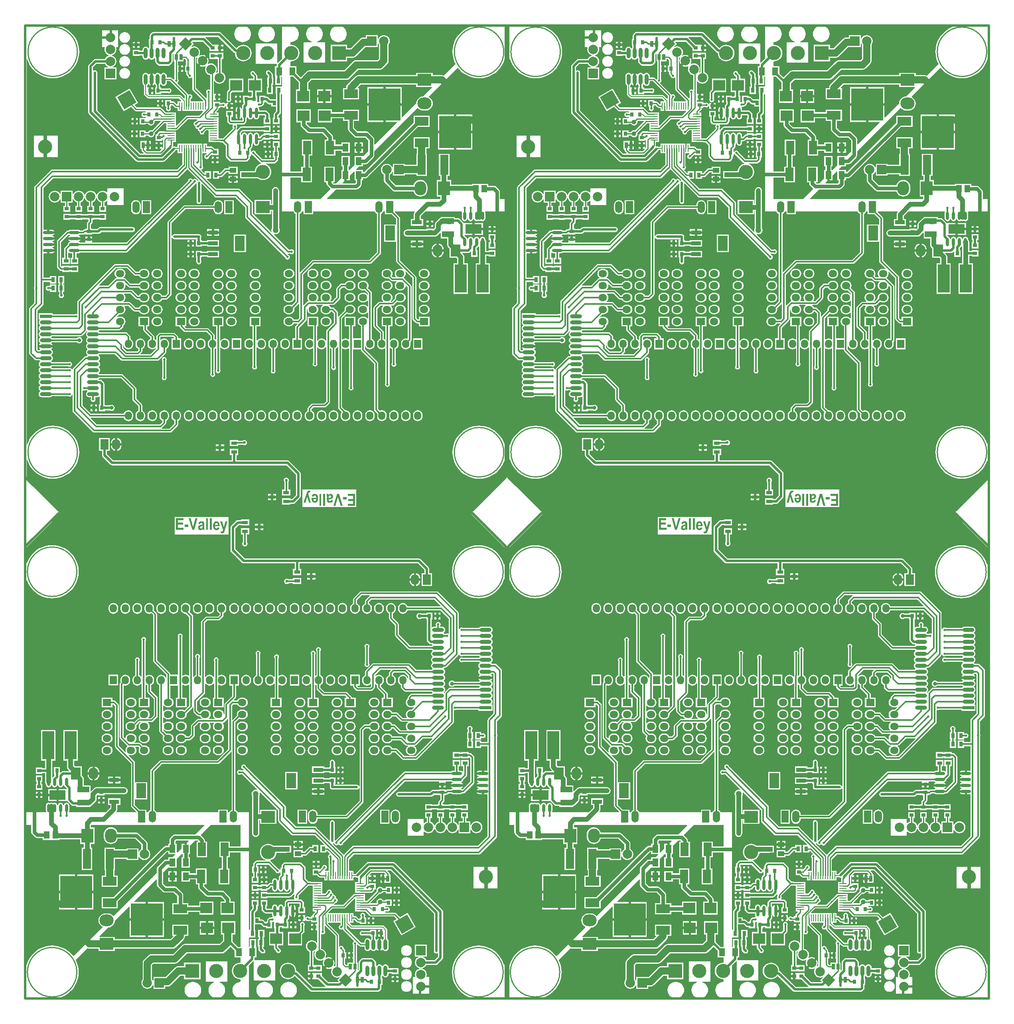
<source format=gtl>
G04*
G04 #@! TF.GenerationSoftware,Altium Limited,Altium Designer,20.0.14 (345)*
G04*
G04 Layer_Physical_Order=1*
G04 Layer_Color=255*
%FSLAX44Y44*%
%MOMM*%
G71*
G01*
G75*
%ADD10R,1.3000X1.7000*%
%ADD11R,0.6350X1.2700*%
%ADD12R,2.5000X2.3000*%
%ADD13R,0.8000X0.9000*%
%ADD14R,0.9000X0.8000*%
%ADD15R,2.5000X1.3000*%
%ADD16R,2.1000X3.2000*%
%ADD17R,2.1000X0.9000*%
%ADD18R,2.5000X6.0000*%
%ADD19R,3.5000X2.0000*%
%ADD20O,0.6500X1.7500*%
%ADD21O,0.6500X2.2500*%
%ADD22R,0.8000X1.0000*%
%ADD23R,0.8000X1.1000*%
%ADD24R,1.5500X0.2500*%
%ADD25R,0.2500X1.5500*%
%ADD26R,0.8000X1.1000*%
%ADD27R,1.1000X0.8000*%
%ADD28R,1.2500X0.8000*%
%ADD29R,0.8000X0.3500*%
%ADD30R,6.7500X6.9000*%
%ADD31R,2.9000X1.9000*%
%ADD32R,1.4000X1.0000*%
%ADD33R,1.2000X1.6000*%
%ADD34R,2.5000X0.8000*%
%ADD35O,2.5000X0.8000*%
%ADD36O,0.8000X2.2500*%
%ADD37R,1.7500X4.2200*%
%ADD38R,1.7500X2.8500*%
%ADD39O,2.2500X0.6500*%
%ADD40C,0.5000*%
%ADD41C,0.2500*%
%ADD42C,1.5000*%
%ADD43C,0.3500*%
%ADD44C,0.3000*%
%ADD45C,0.7500*%
%ADD46C,1.0000*%
%ADD47C,0.2000*%
%ADD48C,0.2850*%
%ADD49R,0.8000X0.3000*%
%ADD50R,0.9000X0.8000*%
%ADD51R,1.3000X1.7000*%
%ADD52C,0.2540*%
%ADD53C,2.0000*%
%ADD54C,1.0000*%
%ADD55O,1.5000X2.5000*%
%ADD56R,1.5000X2.5000*%
%ADD57O,1.7500X2.2500*%
%ADD58R,1.7500X2.2500*%
%ADD59O,2.0000X2.5000*%
%ADD60R,2.0000X2.5000*%
%ADD61O,2.5000X3.0000*%
%ADD62R,2.5000X3.0000*%
%ADD63O,1.5000X1.8000*%
%ADD64R,1.5000X1.8000*%
%ADD65O,1.8000X1.5000*%
%ADD66R,1.8000X1.5000*%
%ADD67R,2.0000X2.0000*%
%ADD68C,3.0000*%
%ADD69R,3.0000X3.0000*%
%ADD70R,2.0000X2.0000*%
%ADD71P,4.2426X4X255.0*%
%ADD72P,2.8284X4X180.0*%
%ADD73R,3.0000X2.5000*%
%ADD74O,3.0000X2.5000*%
%ADD75C,0.5000*%
%ADD76C,0.6000*%
%ADD77C,0.8000*%
%ADD78C,1.2500*%
%ADD79C,0.9000*%
G36*
X1973266Y2063730D02*
X1966504Y2061435D01*
X1959884Y2058170D01*
X1953746Y2054069D01*
X1948197Y2049202D01*
X1943330Y2043653D01*
X1939229Y2037515D01*
X1935964Y2030895D01*
X1933591Y2023905D01*
X1932151Y2016665D01*
X1931669Y2009300D01*
X1932151Y2001934D01*
X1933591Y1994694D01*
X1935964Y1987705D01*
X1938058Y1983459D01*
X1913201Y1958602D01*
X1911730Y1959212D01*
X1909109Y1959557D01*
X1889819D01*
Y1964470D01*
X1854739D01*
Y1959557D01*
X1732579D01*
X1732579Y1959557D01*
X1729958Y1959212D01*
X1727516Y1958200D01*
X1725419Y1956591D01*
X1709028Y1940201D01*
X1707419Y1938103D01*
X1706407Y1935661D01*
X1706062Y1933040D01*
X1705193Y1932200D01*
X1699149D01*
Y1908120D01*
X1733229D01*
Y1932200D01*
X1731330D01*
X1730844Y1933374D01*
X1736774Y1939304D01*
X1854739D01*
Y1934390D01*
X1887330D01*
X1887816Y1933217D01*
X1869072Y1914473D01*
X1866831Y1914253D01*
X1863996Y1913393D01*
X1861383Y1911996D01*
X1859093Y1910116D01*
X1857213Y1907826D01*
X1855817Y1905214D01*
X1854957Y1902379D01*
X1854736Y1900137D01*
X1824652Y1870054D01*
X1823479Y1870540D01*
Y1894860D01*
X1789689D01*
Y1860320D01*
X1813260D01*
X1813746Y1859147D01*
X1766836Y1812237D01*
X1765662Y1812723D01*
Y1823700D01*
X1765174Y1826154D01*
X1763784Y1828235D01*
X1753624Y1838395D01*
X1751543Y1839785D01*
X1749089Y1840273D01*
X1730155D01*
X1722602Y1847827D01*
Y1862520D01*
X1733229D01*
Y1886600D01*
X1699149D01*
Y1880973D01*
X1675779D01*
Y1887270D01*
X1645699D01*
Y1859190D01*
X1675779D01*
Y1868147D01*
X1699149D01*
Y1862520D01*
X1709776D01*
Y1845170D01*
X1710264Y1842716D01*
X1711654Y1840635D01*
X1722964Y1829325D01*
X1725045Y1827935D01*
X1727499Y1827447D01*
X1746433D01*
X1752836Y1821044D01*
Y1798237D01*
X1742778Y1788179D01*
X1741649Y1787750D01*
Y1787750D01*
X1741649Y1787750D01*
X1723569D01*
Y1768970D01*
X1713139Y1758540D01*
X1711022D01*
Y1765670D01*
X1713649D01*
Y1787750D01*
X1695569D01*
Y1765670D01*
X1698196D01*
Y1758540D01*
X1695569D01*
Y1740970D01*
X1684382Y1729783D01*
X1679355D01*
X1678332Y1730807D01*
X1678818Y1731980D01*
X1681759D01*
Y1765560D01*
X1659179D01*
Y1731980D01*
X1663936D01*
Y1729720D01*
X1664424Y1727266D01*
X1665814Y1725185D01*
X1671901Y1719098D01*
X1672164Y1717565D01*
X1651299Y1696700D01*
X1587799D01*
Y1742357D01*
X1610679D01*
Y1731980D01*
X1633259D01*
Y1765560D01*
X1628382D01*
Y1789130D01*
X1634529D01*
Y1822710D01*
X1611949D01*
Y1789130D01*
X1615556D01*
Y1765560D01*
X1610679D01*
Y1755183D01*
X1587799D01*
Y1956170D01*
X1593412D01*
X1605062Y1944520D01*
Y1929180D01*
X1599429D01*
Y1901100D01*
X1629509D01*
Y1929180D01*
X1625316D01*
Y1942146D01*
X1632634Y1949464D01*
X1705909D01*
X1705909Y1949464D01*
X1708530Y1949809D01*
X1710972Y1950820D01*
X1713070Y1952430D01*
X1713070Y1952430D01*
X1731694Y1971054D01*
X1777029D01*
X1777029Y1971053D01*
X1779650Y1971399D01*
X1782092Y1972410D01*
X1784190Y1974020D01*
X1784190Y1974020D01*
X1793080Y1982910D01*
X1794689Y1985007D01*
X1795701Y1987449D01*
X1796046Y1990070D01*
X1796046Y1990070D01*
Y2024578D01*
X1796873Y2025656D01*
X1798136Y2028707D01*
X1798567Y2031980D01*
X1798136Y2035254D01*
X1796873Y2038304D01*
X1794863Y2040924D01*
X1792243Y2042934D01*
X1789193Y2044197D01*
X1785919Y2044628D01*
X1782646Y2044197D01*
X1779595Y2042934D01*
X1776975Y2040924D01*
X1774965Y2038304D01*
X1774329Y2036768D01*
X1773059Y2037021D01*
Y2044520D01*
X1747979D01*
Y2039607D01*
X1742779D01*
X1742779Y2039607D01*
X1740158Y2039262D01*
X1737716Y2038250D01*
X1735618Y2036641D01*
X1715685Y2016707D01*
X1708209D01*
Y2024120D01*
X1673129D01*
Y1989040D01*
X1708209D01*
Y1996454D01*
X1719879D01*
X1719879Y1996454D01*
X1722500Y1996799D01*
X1724942Y1997810D01*
X1727040Y1999420D01*
X1727040Y1999420D01*
X1746974Y2019354D01*
X1758019D01*
X1758019Y2019353D01*
X1758677Y2019440D01*
X1773059D01*
Y2026940D01*
X1774329Y2027192D01*
X1774965Y2025656D01*
X1775793Y2024578D01*
Y1994265D01*
X1772834Y1991307D01*
X1727499D01*
X1727499Y1991307D01*
X1724878Y1990962D01*
X1722436Y1989950D01*
X1720338Y1988341D01*
X1701714Y1969717D01*
X1628439D01*
X1628439Y1969717D01*
X1625818Y1969372D01*
X1623376Y1968360D01*
X1621279Y1966751D01*
X1609322Y1954794D01*
X1600679Y1963437D01*
Y1978250D01*
X1587799D01*
Y1988135D01*
X1588740Y1988988D01*
X1589069Y1988955D01*
X1592507Y1989294D01*
X1595814Y1990297D01*
X1598861Y1991926D01*
X1601532Y1994117D01*
X1603724Y1996788D01*
X1605352Y1999835D01*
X1606355Y2003142D01*
X1606694Y2006580D01*
X1606355Y2010019D01*
X1605352Y2013325D01*
X1603724Y2016372D01*
X1601532Y2019043D01*
X1598861Y2021235D01*
X1595814Y2022863D01*
X1592507Y2023866D01*
X1589069Y2024205D01*
X1588740Y2024173D01*
X1587799Y2025025D01*
Y2029595D01*
X1591237Y2029934D01*
X1594544Y2030937D01*
X1597591Y2032566D01*
X1600262Y2034758D01*
X1602454Y2037428D01*
X1604082Y2040475D01*
X1605085Y2043782D01*
X1605424Y2047220D01*
X1605085Y2050659D01*
X1604082Y2053965D01*
X1602454Y2057012D01*
X1600262Y2059683D01*
X1597591Y2061875D01*
X1594544Y2063503D01*
X1593796Y2063730D01*
X1593985Y2065000D01*
X1632413D01*
X1632602Y2063730D01*
X1631854Y2063503D01*
X1628807Y2061875D01*
X1626136Y2059683D01*
X1623945Y2057012D01*
X1622316Y2053965D01*
X1621313Y2050659D01*
X1620974Y2047220D01*
X1621313Y2043782D01*
X1622316Y2040475D01*
X1623945Y2037428D01*
X1626136Y2034758D01*
X1628807Y2032566D01*
X1631854Y2030937D01*
X1632602Y2030710D01*
X1632413Y2029440D01*
X1617009D01*
X1615739Y2028170D01*
Y1986260D01*
X1661459D01*
Y2029440D01*
X1644785D01*
X1644596Y2030710D01*
X1645344Y2030937D01*
X1648391Y2032566D01*
X1651062Y2034758D01*
X1653254Y2037428D01*
X1654882Y2040475D01*
X1655885Y2043782D01*
X1656224Y2047220D01*
X1655885Y2050659D01*
X1654882Y2053965D01*
X1653254Y2057012D01*
X1651062Y2059683D01*
X1648391Y2061875D01*
X1645344Y2063503D01*
X1644596Y2063730D01*
X1644785Y2065000D01*
X1683213D01*
X1683402Y2063730D01*
X1682654Y2063503D01*
X1679607Y2061875D01*
X1676936Y2059683D01*
X1674745Y2057012D01*
X1673116Y2053965D01*
X1672113Y2050659D01*
X1671774Y2047220D01*
X1672113Y2043782D01*
X1673116Y2040475D01*
X1674745Y2037428D01*
X1676936Y2034758D01*
X1679607Y2032566D01*
X1682654Y2030937D01*
X1685961Y2029934D01*
X1689399Y2029595D01*
X1692838Y2029934D01*
X1696144Y2030937D01*
X1699191Y2032566D01*
X1701862Y2034758D01*
X1704054Y2037428D01*
X1705682Y2040475D01*
X1706685Y2043782D01*
X1707024Y2047220D01*
X1706685Y2050659D01*
X1705682Y2053965D01*
X1704054Y2057012D01*
X1701862Y2059683D01*
X1699191Y2061875D01*
X1696144Y2063503D01*
X1695396Y2063730D01*
X1695585Y2065000D01*
X1973056D01*
X1973266Y2063730D01*
D02*
G37*
G36*
X1570019Y1994798D02*
X1561129Y1985907D01*
X1559859Y1986434D01*
Y2025630D01*
X1558589Y2026900D01*
X1514139D01*
Y1983720D01*
X1557894D01*
X1558783Y1982450D01*
X1558530Y1981180D01*
Y1978250D01*
X1554599D01*
Y1956170D01*
X1555397D01*
X1555469Y1954930D01*
X1555469D01*
Y1938850D01*
X1568549D01*
Y1954930D01*
X1568549D01*
X1568621Y1956170D01*
X1570019D01*
Y1936485D01*
X1568749Y1935410D01*
X1556469D01*
Y1919330D01*
X1557410D01*
Y1907910D01*
X1552506D01*
X1552009Y1908009D01*
X1545048D01*
X1540633Y1912424D01*
X1538966Y1913538D01*
X1536999Y1913929D01*
X1534259D01*
Y1915830D01*
X1521179D01*
Y1903065D01*
X1520489Y1902499D01*
X1518523Y1902108D01*
X1517259Y1902791D01*
Y1915830D01*
X1515858D01*
Y1923960D01*
X1527589D01*
Y1952040D01*
X1517243D01*
Y1957914D01*
X1516910Y1959588D01*
X1515962Y1961007D01*
X1512769Y1964201D01*
X1512537Y1965367D01*
X1511423Y1967034D01*
X1509756Y1968148D01*
X1507789Y1968539D01*
X1505823Y1968148D01*
X1504155Y1967034D01*
X1503042Y1965367D01*
X1502650Y1963400D01*
X1503042Y1961434D01*
X1504155Y1959767D01*
X1505823Y1958653D01*
X1505975Y1958622D01*
X1508495Y1956102D01*
Y1952040D01*
X1497509D01*
Y1923960D01*
X1505580D01*
Y1915830D01*
X1504179D01*
Y1913929D01*
X1499969D01*
Y1915830D01*
X1486889D01*
Y1901750D01*
X1488290D01*
Y1898922D01*
X1486375Y1897007D01*
X1485262Y1895340D01*
X1484870Y1893374D01*
Y1890201D01*
X1484555Y1889729D01*
X1484306Y1888480D01*
X1483012D01*
X1482763Y1889729D01*
X1481483Y1891644D01*
X1479809Y1892763D01*
Y1879470D01*
Y1866177D01*
X1481483Y1867296D01*
X1482763Y1869211D01*
X1483012Y1870460D01*
X1484306D01*
X1484555Y1869211D01*
X1485635Y1867595D01*
Y1863634D01*
X1462633D01*
Y1870890D01*
X1465299D01*
Y1883970D01*
X1451219D01*
Y1870890D01*
X1453885D01*
Y1861800D01*
X1454218Y1860126D01*
X1455166Y1858707D01*
X1457706Y1856167D01*
X1459125Y1855219D01*
X1460799Y1854886D01*
X1465264D01*
X1465796Y1853616D01*
X1464942Y1852337D01*
X1464550Y1850370D01*
X1464942Y1848404D01*
X1465825Y1847082D01*
Y1846891D01*
X1444468Y1825534D01*
X1440479D01*
X1440084Y1825456D01*
X1440039Y1825464D01*
X1434809D01*
Y1830390D01*
Y1842810D01*
X1434809D01*
Y1850390D01*
Y1860390D01*
X1434809D01*
Y1870390D01*
Y1870391D01*
X1424892D01*
X1424519Y1870465D01*
Y1872735D01*
X1425239D01*
X1425612Y1872810D01*
X1434809D01*
Y1880390D01*
X1430770D01*
X1430244Y1881660D01*
X1434321Y1885738D01*
X1435159Y1886991D01*
X1435453Y1888470D01*
Y1889940D01*
X1438629D01*
Y1892616D01*
X1441819D01*
X1441926Y1892457D01*
X1443593Y1891343D01*
X1445559Y1890952D01*
X1447526Y1891343D01*
X1449193Y1892457D01*
X1449949Y1893589D01*
X1451219Y1893203D01*
Y1887890D01*
X1455759D01*
Y1894430D01*
Y1900970D01*
X1451219D01*
Y1898977D01*
X1449949Y1898592D01*
X1449193Y1899724D01*
X1447526Y1900838D01*
X1445559Y1901229D01*
X1443593Y1900838D01*
X1442854Y1900344D01*
X1438629D01*
Y1903020D01*
X1425293D01*
Y1906940D01*
X1429089D01*
Y1913480D01*
Y1920020D01*
X1425293D01*
Y1946759D01*
X1426563Y1947191D01*
X1428087Y1945206D01*
X1430706Y1943195D01*
X1433757Y1941932D01*
X1437030Y1941501D01*
X1440304Y1941932D01*
X1443354Y1943195D01*
X1445974Y1945206D01*
X1447984Y1947825D01*
X1449247Y1950876D01*
X1449678Y1954149D01*
X1449247Y1957423D01*
X1447984Y1960473D01*
X1445974Y1963093D01*
X1443354Y1965103D01*
X1441859Y1965722D01*
Y1994080D01*
X1444979D01*
Y2007160D01*
X1430899D01*
Y2007160D01*
X1429739D01*
Y2007160D01*
X1415659D01*
Y1994080D01*
X1429739D01*
Y1994080D01*
X1430899D01*
Y1994080D01*
X1433111D01*
Y1966099D01*
X1431200Y1965307D01*
X1430228Y1966279D01*
X1431287Y1968836D01*
X1431718Y1972110D01*
X1431287Y1975383D01*
X1430023Y1978434D01*
X1428013Y1981053D01*
X1425394Y1983063D01*
X1422343Y1984327D01*
X1419070Y1984758D01*
X1415796Y1984327D01*
X1413239Y1983268D01*
X1412267Y1984240D01*
X1413326Y1986797D01*
X1413757Y1990070D01*
X1413326Y1993344D01*
X1412063Y1996394D01*
X1411588Y1997013D01*
X1402877Y1988302D01*
X1394166Y1979592D01*
X1394785Y1979117D01*
X1397836Y1977853D01*
X1401109Y1977422D01*
X1404383Y1977853D01*
X1406939Y1978912D01*
X1407911Y1977940D01*
X1406852Y1975383D01*
X1406421Y1972110D01*
X1406852Y1968836D01*
X1408116Y1965786D01*
X1410126Y1963166D01*
X1412746Y1961156D01*
X1415796Y1959892D01*
X1417565Y1959660D01*
Y1929110D01*
X1416295Y1928431D01*
X1415776Y1928778D01*
X1413809Y1929169D01*
X1411843Y1928778D01*
X1410175Y1927664D01*
X1409061Y1925997D01*
X1408670Y1924030D01*
X1409061Y1922064D01*
X1409945Y1920742D01*
Y1911025D01*
X1408675Y1910499D01*
X1387013Y1932161D01*
Y1996058D01*
X1388979Y1996873D01*
X1389951Y1995900D01*
X1388892Y1993344D01*
X1388461Y1990070D01*
X1388892Y1986797D01*
X1390155Y1983746D01*
X1390630Y1983127D01*
X1399341Y1991838D01*
X1408052Y2000549D01*
X1407433Y2001024D01*
X1404383Y2002287D01*
X1401109Y2002718D01*
X1397836Y2002287D01*
X1395279Y2001228D01*
X1394307Y2002200D01*
X1395366Y2004757D01*
X1395797Y2008031D01*
X1395366Y2011304D01*
X1394102Y2014355D01*
X1392092Y2016974D01*
X1389473Y2018984D01*
X1386422Y2020248D01*
X1383149Y2020679D01*
X1379875Y2020248D01*
X1378339Y2019612D01*
X1377619Y2020688D01*
X1382922Y2025991D01*
X1379320Y2029594D01*
X1380378Y2030652D01*
X1401900D01*
X1415659Y2016893D01*
Y2011080D01*
X1429629D01*
X1429739Y2011080D01*
X1430899D01*
X1431009Y2011080D01*
X1435439D01*
Y2017620D01*
Y2024160D01*
X1431009D01*
X1430899Y2024160D01*
X1429739D01*
X1429629Y2024160D01*
X1422926D01*
X1407663Y2039424D01*
X1407487Y2039541D01*
X1407872Y2040811D01*
X1434541D01*
X1467622Y2007730D01*
X1469289Y2006616D01*
X1469852Y2006504D01*
X1470183Y2003142D01*
X1471186Y1999835D01*
X1472815Y1996788D01*
X1475006Y1994117D01*
X1477677Y1991926D01*
X1480724Y1990297D01*
X1484031Y1989294D01*
X1487469Y1988955D01*
X1490907Y1989294D01*
X1494214Y1990297D01*
X1497261Y1991926D01*
X1499932Y1994117D01*
X1502124Y1996788D01*
X1503752Y1999835D01*
X1504755Y2003142D01*
X1505094Y2006580D01*
X1504755Y2010019D01*
X1503752Y2013325D01*
X1502124Y2016372D01*
X1499932Y2019043D01*
X1497261Y2021235D01*
X1494214Y2022863D01*
X1490907Y2023866D01*
X1487469Y2024205D01*
X1484031Y2023866D01*
X1480724Y2022863D01*
X1477677Y2021235D01*
X1475006Y2019043D01*
X1473730Y2017487D01*
X1472461Y2017425D01*
X1440303Y2049584D01*
X1438636Y2050698D01*
X1436669Y2051089D01*
X1297026D01*
X1295060Y2050698D01*
X1293393Y2049584D01*
X1290464Y2046655D01*
X1289350Y2044988D01*
X1288959Y2043021D01*
Y2036480D01*
X1287009D01*
Y2022400D01*
X1288020D01*
Y2017606D01*
X1287511Y2016943D01*
X1286830Y2016853D01*
X1286789D01*
X1286107Y2016943D01*
X1285123Y2018225D01*
X1283757Y2019273D01*
X1282166Y2019932D01*
X1280459Y2020157D01*
X1278752Y2019932D01*
X1277161Y2019273D01*
X1275795Y2018225D01*
X1274746Y2016858D01*
X1274087Y2015267D01*
X1273863Y2013560D01*
Y2011389D01*
X1267179D01*
Y2013510D01*
X1253099D01*
Y2000430D01*
X1267179D01*
Y2001111D01*
X1273863D01*
Y1999060D01*
X1274087Y1997353D01*
X1274746Y1995762D01*
X1275795Y1994396D01*
X1277161Y1993347D01*
X1278752Y1992688D01*
X1280459Y1992464D01*
X1282166Y1992688D01*
X1283757Y1993347D01*
X1285123Y1994396D01*
X1286107Y1995677D01*
X1286789Y1995768D01*
X1286830D01*
X1287511Y1995677D01*
X1288495Y1994396D01*
X1289861Y1993347D01*
X1291452Y1992688D01*
X1293159Y1992464D01*
X1294866Y1992688D01*
X1296457Y1993347D01*
X1297823Y1994396D01*
X1298807Y1995677D01*
X1299489Y1995768D01*
X1299530D01*
X1300211Y1995677D01*
X1300720Y1995014D01*
Y1988800D01*
X1301111Y1986834D01*
X1302225Y1985167D01*
X1306035Y1981357D01*
X1307703Y1980243D01*
X1309669Y1979852D01*
X1328719D01*
X1330686Y1980243D01*
X1332353Y1981357D01*
X1336163Y1985167D01*
X1337277Y1986834D01*
X1337668Y1988800D01*
Y2004138D01*
X1338244Y2004589D01*
X1339514Y2003977D01*
Y1988800D01*
X1341186D01*
Y1951182D01*
X1340941Y1950814D01*
X1339376Y1950583D01*
X1336416Y1953543D01*
X1335163Y1954380D01*
X1333684Y1954674D01*
X1325155D01*
Y1958060D01*
X1324931Y1959767D01*
X1324272Y1961358D01*
X1323224Y1962725D01*
X1321857Y1963773D01*
X1320266Y1964432D01*
X1318559Y1964657D01*
X1316852Y1964432D01*
X1315261Y1963773D01*
X1313895Y1962725D01*
X1312911Y1961443D01*
X1312230Y1961353D01*
X1312189D01*
X1311507Y1961443D01*
X1310524Y1962725D01*
X1309157Y1963773D01*
X1307566Y1964432D01*
X1305859Y1964657D01*
X1304152Y1964432D01*
X1302561Y1963773D01*
X1301195Y1962725D01*
X1300211Y1961443D01*
X1299530Y1961353D01*
X1299489D01*
X1298807Y1961443D01*
X1297823Y1962725D01*
X1296457Y1963773D01*
X1295659Y1964104D01*
Y1950810D01*
Y1937517D01*
X1296457Y1937847D01*
X1297823Y1938896D01*
X1298807Y1940177D01*
X1299489Y1940267D01*
X1299530D01*
X1300211Y1940177D01*
X1301195Y1938896D01*
X1301925Y1938335D01*
Y1933610D01*
X1300199D01*
Y1919530D01*
X1313279D01*
Y1922196D01*
X1327464D01*
X1328023Y1921823D01*
X1329989Y1921431D01*
X1331956Y1921823D01*
X1333623Y1922937D01*
X1334737Y1924604D01*
X1335128Y1926570D01*
X1334737Y1928537D01*
X1333623Y1930204D01*
X1331956Y1931318D01*
X1329989Y1931709D01*
X1328023Y1931318D01*
X1327464Y1930944D01*
X1313279D01*
Y1933610D01*
X1310673D01*
Y1939091D01*
X1311507Y1940177D01*
X1312189Y1940267D01*
X1312230D01*
X1312911Y1940177D01*
X1313895Y1938896D01*
X1315261Y1937847D01*
X1316852Y1937189D01*
X1318559Y1936964D01*
X1320266Y1937189D01*
X1321857Y1937847D01*
X1323224Y1938896D01*
X1324272Y1940262D01*
X1324931Y1941853D01*
X1325155Y1943560D01*
Y1946946D01*
X1332083D01*
X1363155Y1915874D01*
Y1910328D01*
X1361982Y1909842D01*
X1355401Y1916422D01*
X1354230Y1917205D01*
X1352849Y1917480D01*
X1287501D01*
X1286624Y1918357D01*
X1287110Y1919530D01*
X1287239D01*
Y1926570D01*
Y1933610D01*
X1284068D01*
Y1938086D01*
X1285123Y1938896D01*
X1286107Y1940177D01*
X1286789Y1940267D01*
X1286830D01*
X1287511Y1940177D01*
X1288495Y1938896D01*
X1289861Y1937847D01*
X1290659Y1937517D01*
Y1950810D01*
Y1964104D01*
X1289861Y1963773D01*
X1288495Y1962725D01*
X1287511Y1961443D01*
X1286830Y1961353D01*
X1286789D01*
X1286107Y1961443D01*
X1285123Y1962725D01*
X1283757Y1963773D01*
X1282166Y1964432D01*
X1280459Y1964657D01*
X1278752Y1964432D01*
X1277161Y1963773D01*
X1275795Y1962725D01*
X1274746Y1961358D01*
X1274087Y1959767D01*
X1273863Y1958060D01*
Y1943560D01*
X1274087Y1941853D01*
X1274746Y1940262D01*
X1275795Y1938896D01*
X1276850Y1938086D01*
Y1919417D01*
X1277124Y1918036D01*
X1277907Y1916865D01*
X1283454Y1911318D01*
X1284625Y1910536D01*
X1286006Y1910261D01*
X1351354D01*
X1356051Y1905564D01*
X1355565Y1904390D01*
X1348229D01*
Y1898143D01*
X1346354D01*
X1341738Y1902759D01*
X1340426Y1903635D01*
X1338879Y1903943D01*
X1334869D01*
Y1906940D01*
X1321789D01*
Y1892860D01*
X1324150D01*
Y1890704D01*
X1323972Y1890437D01*
X1323580Y1888470D01*
X1323972Y1886504D01*
X1325085Y1884837D01*
X1326753Y1883723D01*
X1328719Y1883331D01*
X1330686Y1883723D01*
X1332353Y1884837D01*
X1333467Y1886504D01*
X1333858Y1888470D01*
X1333467Y1890437D01*
X1332898Y1891288D01*
Y1892860D01*
X1334869D01*
Y1895858D01*
X1337205D01*
X1341821Y1891242D01*
X1343132Y1890365D01*
X1344679Y1890058D01*
X1348229D01*
Y1883810D01*
X1355810D01*
Y1892830D01*
X1356062Y1894100D01*
X1358229D01*
Y1883810D01*
X1358229D01*
Y1883810D01*
X1385809D01*
Y1883810D01*
X1388229D01*
Y1883810D01*
X1401787D01*
X1402273Y1882637D01*
X1400423Y1880787D01*
X1400423Y1880787D01*
X1393575Y1873939D01*
X1368704D01*
X1367225Y1873645D01*
X1365972Y1872808D01*
X1356467Y1863303D01*
X1356467Y1863302D01*
X1345982Y1852818D01*
X1344809Y1853304D01*
Y1857810D01*
X1344809D01*
Y1870390D01*
Y1880390D01*
X1334892D01*
X1334519Y1880464D01*
X1323140D01*
X1313672Y1889933D01*
X1312418Y1890770D01*
X1310939Y1891064D01*
X1310939Y1891064D01*
X1261895D01*
X1257346Y1895613D01*
X1257512Y1896872D01*
X1264264Y1900770D01*
X1246724Y1931150D01*
X1216344Y1913610D01*
X1233884Y1883230D01*
X1249680Y1892350D01*
X1257562Y1884468D01*
X1258815Y1883630D01*
X1260294Y1883336D01*
X1279607D01*
X1280659Y1882810D01*
X1280659Y1882066D01*
Y1880445D01*
X1279389Y1880001D01*
X1278616Y1880518D01*
X1276649Y1880909D01*
X1274683Y1880518D01*
X1273016Y1879404D01*
X1271901Y1877737D01*
X1271510Y1875770D01*
X1271901Y1873804D01*
X1273016Y1872137D01*
X1274683Y1871023D01*
X1276649Y1870632D01*
X1278616Y1871023D01*
X1279389Y1871539D01*
X1280659Y1871095D01*
Y1870106D01*
X1280649Y1868840D01*
X1279522Y1868840D01*
X1267569D01*
Y1854760D01*
X1280649D01*
Y1856466D01*
X1285350D01*
X1286512Y1854953D01*
X1288087Y1853744D01*
X1289921Y1852984D01*
X1291889Y1852725D01*
X1293857Y1852984D01*
X1295692Y1853744D01*
X1297267Y1854953D01*
X1298475Y1856528D01*
X1299235Y1858362D01*
X1299494Y1860330D01*
X1299321Y1861648D01*
X1300303Y1862736D01*
X1312171D01*
X1312657Y1861563D01*
X1302927Y1851833D01*
X1302927Y1851833D01*
X1293780Y1842686D01*
X1291889Y1842935D01*
X1289921Y1842676D01*
X1288087Y1841916D01*
X1286512Y1840708D01*
X1285350Y1839194D01*
X1280259D01*
Y1842170D01*
X1267179D01*
Y1828090D01*
X1280259D01*
Y1831466D01*
X1285350D01*
X1286512Y1829953D01*
X1288087Y1828744D01*
X1289921Y1827984D01*
X1291889Y1827725D01*
X1293857Y1827984D01*
X1295692Y1828744D01*
X1297267Y1829953D01*
X1298475Y1831528D01*
X1299235Y1833362D01*
X1299494Y1835330D01*
X1299245Y1837221D01*
X1308392Y1846368D01*
X1308392Y1846368D01*
X1319760Y1857736D01*
X1324229D01*
Y1842810D01*
X1324229D01*
Y1840643D01*
X1311139D01*
X1309592Y1840335D01*
X1308280Y1839459D01*
X1305540Y1836719D01*
X1304664Y1835407D01*
X1304356Y1833860D01*
Y1833660D01*
X1301359D01*
Y1820580D01*
X1315439D01*
Y1822144D01*
X1316100Y1822490D01*
X1317235Y1821650D01*
Y1805686D01*
X1316709Y1805292D01*
X1315439Y1805927D01*
Y1807620D01*
X1310899D01*
Y1803580D01*
X1313941D01*
X1314467Y1802310D01*
X1310511Y1798354D01*
X1283330D01*
X1280747Y1800937D01*
X1281233Y1802110D01*
X1283039D01*
Y1811000D01*
Y1819890D01*
X1269664D01*
Y1802110D01*
X1271515D01*
Y1800840D01*
X1271515Y1800840D01*
X1271809Y1799362D01*
X1272647Y1798108D01*
X1276302Y1794452D01*
X1275816Y1793279D01*
X1269121D01*
X1177648Y1884752D01*
Y1964670D01*
X1177257Y1966637D01*
X1176143Y1968304D01*
X1174476Y1969418D01*
X1172509Y1969809D01*
X1170543Y1969418D01*
X1170028Y1969074D01*
X1168758Y1969753D01*
Y1976512D01*
X1175908Y1983661D01*
X1194084D01*
X1194575Y1982476D01*
X1196585Y1979857D01*
X1199205Y1977847D01*
X1200741Y1977210D01*
X1200489Y1975940D01*
X1192989D01*
Y1950860D01*
X1218069D01*
Y1975940D01*
X1210570D01*
X1210317Y1977210D01*
X1211853Y1977847D01*
X1214473Y1979857D01*
X1216483Y1982476D01*
X1217746Y1985527D01*
X1218177Y1988800D01*
X1217746Y1992074D01*
X1216483Y1995124D01*
X1214473Y1997744D01*
X1211853Y1999754D01*
X1209296Y2000813D01*
X1209297Y2002188D01*
X1211853Y2003246D01*
X1214473Y2005257D01*
X1216483Y2007876D01*
X1217746Y2010927D01*
X1218177Y2014200D01*
X1217746Y2017474D01*
X1217436Y2018224D01*
X1218141Y2019280D01*
X1222039D01*
Y2054840D01*
X1187749D01*
Y2019280D01*
X1192917D01*
X1193623Y2018224D01*
X1193312Y2017474D01*
X1192881Y2014200D01*
X1193312Y2010927D01*
X1194575Y2007876D01*
X1196585Y2005257D01*
X1199205Y2003246D01*
X1201762Y2002188D01*
X1201762Y2000813D01*
X1199205Y1999754D01*
X1196585Y1997744D01*
X1194575Y1995124D01*
X1194084Y1993939D01*
X1173779D01*
X1171813Y1993548D01*
X1170145Y1992434D01*
X1159986Y1982274D01*
X1158872Y1980607D01*
X1158480Y1978640D01*
Y1880850D01*
X1158872Y1878884D01*
X1159986Y1877217D01*
X1260236Y1776967D01*
X1261903Y1775853D01*
X1263869Y1775461D01*
X1317369D01*
X1319336Y1775853D01*
X1321003Y1776967D01*
X1343783Y1799747D01*
X1344280Y1800491D01*
X1348229D01*
Y1793810D01*
X1358155D01*
Y1770163D01*
X1357376Y1769643D01*
X1347227Y1759494D01*
X1082339D01*
X1080665Y1759161D01*
X1079246Y1758213D01*
X1044956Y1723923D01*
X1044008Y1722504D01*
X1043675Y1720830D01*
Y1509996D01*
X1043301Y1509437D01*
X1042910Y1507470D01*
X1043301Y1505504D01*
X1043675Y1504945D01*
Y1476262D01*
X1034606Y1467193D01*
X1033658Y1465774D01*
X1033325Y1464100D01*
Y1369230D01*
X1033658Y1367556D01*
X1034606Y1366137D01*
X1044956Y1355787D01*
X1046375Y1354839D01*
X1048049Y1354506D01*
X1054982D01*
X1055205Y1354216D01*
X1056486Y1353232D01*
X1056576Y1352551D01*
Y1352510D01*
X1056486Y1351828D01*
X1055205Y1350845D01*
X1054156Y1349478D01*
X1053497Y1347888D01*
X1053273Y1346180D01*
X1053497Y1344473D01*
X1054156Y1342882D01*
X1055205Y1341516D01*
X1056486Y1340532D01*
X1056576Y1339851D01*
Y1339810D01*
X1056486Y1339128D01*
X1055205Y1338145D01*
X1054156Y1336778D01*
X1053497Y1335188D01*
X1053273Y1333480D01*
X1053497Y1331773D01*
X1054156Y1330182D01*
X1055205Y1328816D01*
X1056486Y1327832D01*
X1056576Y1327151D01*
Y1327110D01*
X1056486Y1326428D01*
X1055205Y1325445D01*
X1054156Y1324078D01*
X1053497Y1322487D01*
X1053273Y1320780D01*
X1053497Y1319073D01*
X1054156Y1317482D01*
X1055205Y1316116D01*
X1056486Y1315132D01*
X1056576Y1314451D01*
Y1314410D01*
X1056486Y1313728D01*
X1055205Y1312745D01*
X1054156Y1311378D01*
X1053497Y1309787D01*
X1053273Y1308080D01*
X1053497Y1306373D01*
X1054156Y1304782D01*
X1055205Y1303416D01*
X1056486Y1302432D01*
X1056576Y1301751D01*
Y1301710D01*
X1056486Y1301028D01*
X1055205Y1300045D01*
X1054156Y1298678D01*
X1053497Y1297088D01*
X1053273Y1295380D01*
X1053497Y1293673D01*
X1054156Y1292082D01*
X1055205Y1290716D01*
X1056486Y1289732D01*
X1056576Y1289051D01*
Y1289010D01*
X1056486Y1288328D01*
X1055205Y1287345D01*
X1054156Y1285978D01*
X1053497Y1284388D01*
X1053273Y1282680D01*
X1053497Y1280973D01*
X1054156Y1279382D01*
X1055205Y1278016D01*
X1056571Y1276967D01*
X1058162Y1276309D01*
X1059869Y1276084D01*
X1076869D01*
X1078576Y1276309D01*
X1080167Y1276967D01*
X1081534Y1278016D01*
X1081756Y1278306D01*
X1116644D01*
X1117203Y1277933D01*
X1119169Y1277542D01*
X1121136Y1277933D01*
X1122803Y1279047D01*
X1123917Y1280714D01*
X1123940Y1280831D01*
X1125210Y1280706D01*
Y1247120D01*
X1125524Y1245544D01*
X1126416Y1244208D01*
X1168326Y1202298D01*
X1169663Y1201405D01*
X1171239Y1201091D01*
X1332529D01*
X1334105Y1201405D01*
X1335442Y1202298D01*
X1348142Y1214998D01*
X1349035Y1216334D01*
X1349348Y1217910D01*
Y1226299D01*
X1350293Y1226690D01*
X1352390Y1228299D01*
X1353999Y1230396D01*
X1355011Y1232839D01*
X1355356Y1235460D01*
Y1238460D01*
X1355011Y1241081D01*
X1353999Y1243523D01*
X1352390Y1245620D01*
X1350293Y1247230D01*
X1347850Y1248241D01*
X1345229Y1248586D01*
X1342608Y1248241D01*
X1340166Y1247230D01*
X1338069Y1245620D01*
X1336459Y1243523D01*
X1335448Y1241081D01*
X1335103Y1238460D01*
Y1235460D01*
X1335448Y1232839D01*
X1336459Y1230396D01*
X1338069Y1228299D01*
X1340166Y1226690D01*
X1341110Y1226299D01*
Y1219617D01*
X1330823Y1209329D01*
X1314627D01*
X1314241Y1210599D01*
X1315122Y1211188D01*
X1322742Y1218808D01*
X1323635Y1220144D01*
X1323949Y1221720D01*
Y1226299D01*
X1324893Y1226690D01*
X1326990Y1228299D01*
X1328599Y1230396D01*
X1329611Y1232839D01*
X1329956Y1235460D01*
Y1238460D01*
X1329611Y1241081D01*
X1328599Y1243523D01*
X1326990Y1245620D01*
X1324893Y1247230D01*
X1322450Y1248241D01*
X1319829Y1248586D01*
X1317208Y1248241D01*
X1314766Y1247230D01*
X1312669Y1245620D01*
X1311059Y1243523D01*
X1310048Y1241081D01*
X1309703Y1238460D01*
Y1235460D01*
X1310048Y1232839D01*
X1311059Y1230396D01*
X1312669Y1228299D01*
X1314766Y1226690D01*
X1315710Y1226299D01*
Y1223427D01*
X1310503Y1218219D01*
X1176755D01*
X1163404Y1231571D01*
X1163930Y1232841D01*
X1233848D01*
X1233848Y1232839D01*
X1234859Y1230396D01*
X1236469Y1228299D01*
X1238566Y1226690D01*
X1241008Y1225678D01*
X1243629Y1225333D01*
X1246250Y1225678D01*
X1248693Y1226690D01*
X1250790Y1228299D01*
X1252399Y1230396D01*
X1253411Y1232839D01*
X1253756Y1235460D01*
Y1238460D01*
X1253411Y1241081D01*
X1252399Y1243523D01*
X1250790Y1245620D01*
X1248693Y1247230D01*
X1246250Y1248241D01*
X1243629Y1248586D01*
X1241008Y1248241D01*
X1238566Y1247230D01*
X1236469Y1245620D01*
X1234859Y1243523D01*
X1233848Y1241081D01*
X1233848Y1241079D01*
X1164056D01*
X1146148Y1258986D01*
Y1290311D01*
X1147268Y1290909D01*
X1147683Y1290633D01*
X1149649Y1290242D01*
X1151616Y1290633D01*
X1152175Y1291006D01*
X1155482D01*
X1155705Y1290716D01*
X1156986Y1289732D01*
X1157076Y1289051D01*
Y1289010D01*
X1156986Y1288328D01*
X1155705Y1287345D01*
X1154656Y1285978D01*
X1153997Y1284388D01*
X1153773Y1282680D01*
X1153997Y1280973D01*
X1154656Y1279382D01*
X1155705Y1278016D01*
X1157071Y1276967D01*
X1158662Y1276309D01*
X1160369Y1276084D01*
X1164495D01*
Y1274030D01*
X1163951Y1273217D01*
X1163560Y1271250D01*
X1163951Y1269284D01*
X1165066Y1267617D01*
X1166733Y1266503D01*
X1168699Y1266112D01*
X1170666Y1266503D01*
X1172333Y1267617D01*
X1173447Y1269284D01*
X1173838Y1271250D01*
X1173447Y1273217D01*
X1173243Y1273521D01*
Y1276084D01*
X1177369D01*
X1179076Y1276309D01*
X1180667Y1276967D01*
X1181450Y1277568D01*
X1182720Y1276942D01*
Y1260510D01*
X1180819D01*
Y1246430D01*
X1193899D01*
Y1248332D01*
X1204023D01*
X1204771Y1247757D01*
X1206362Y1247098D01*
X1208069Y1246874D01*
X1209776Y1247098D01*
X1211367Y1247757D01*
X1212734Y1248806D01*
X1213782Y1250172D01*
X1214441Y1251763D01*
X1214666Y1253470D01*
X1214441Y1255178D01*
X1213782Y1256768D01*
X1212734Y1258135D01*
X1211367Y1259183D01*
X1209776Y1259842D01*
X1208069Y1260067D01*
X1206362Y1259842D01*
X1204771Y1259183D01*
X1204023Y1258609D01*
X1193899D01*
Y1260510D01*
X1192998D01*
Y1304160D01*
X1192607Y1306127D01*
X1191493Y1307794D01*
X1187573Y1311714D01*
X1185906Y1312828D01*
X1183939Y1313219D01*
X1181415D01*
X1180752Y1313728D01*
X1180662Y1314410D01*
Y1314451D01*
X1180752Y1315132D01*
X1182033Y1316116D01*
X1182452Y1316661D01*
X1227953D01*
X1252210Y1292404D01*
Y1271250D01*
X1252523Y1269674D01*
X1253416Y1268337D01*
X1264910Y1256844D01*
Y1247621D01*
X1263966Y1247230D01*
X1261869Y1245620D01*
X1260259Y1243523D01*
X1259248Y1241081D01*
X1258903Y1238460D01*
Y1235460D01*
X1259248Y1232839D01*
X1260259Y1230396D01*
X1261869Y1228299D01*
X1263966Y1226690D01*
X1266408Y1225678D01*
X1269029Y1225333D01*
X1271650Y1225678D01*
X1274093Y1226690D01*
X1276190Y1228299D01*
X1277799Y1230396D01*
X1278811Y1232839D01*
X1279156Y1235460D01*
Y1238460D01*
X1278811Y1241081D01*
X1277799Y1243523D01*
X1276190Y1245620D01*
X1274093Y1247230D01*
X1273148Y1247621D01*
Y1258550D01*
X1272835Y1260126D01*
X1271942Y1261463D01*
X1260448Y1272956D01*
Y1294110D01*
X1260135Y1295686D01*
X1259242Y1297023D01*
X1232572Y1323693D01*
X1231235Y1324586D01*
X1229659Y1324899D01*
X1182452D01*
X1182033Y1325445D01*
X1180752Y1326428D01*
X1180662Y1327110D01*
Y1327151D01*
X1180752Y1327832D01*
X1182033Y1328816D01*
X1183082Y1330182D01*
X1183741Y1331773D01*
X1183966Y1333480D01*
X1183741Y1335188D01*
X1183082Y1336778D01*
X1182033Y1338145D01*
X1180752Y1339128D01*
X1180662Y1339810D01*
Y1339851D01*
X1180752Y1340532D01*
X1182033Y1341516D01*
X1183082Y1342882D01*
X1183741Y1344473D01*
X1183966Y1346180D01*
X1183741Y1347888D01*
X1183082Y1349478D01*
X1182033Y1350845D01*
X1180752Y1351828D01*
X1180662Y1352510D01*
Y1352551D01*
X1180752Y1353232D01*
X1182033Y1354216D01*
X1183082Y1355582D01*
X1183741Y1357173D01*
X1183966Y1358880D01*
X1183741Y1360587D01*
X1183082Y1362178D01*
X1182033Y1363545D01*
X1180752Y1364528D01*
X1180662Y1365210D01*
Y1365251D01*
X1180752Y1365932D01*
X1182033Y1366916D01*
X1182452Y1367461D01*
X1215253D01*
X1228016Y1354698D01*
X1229353Y1353805D01*
X1230929Y1353491D01*
X1305859D01*
X1307435Y1353805D01*
X1308772Y1354698D01*
X1322742Y1368668D01*
X1323635Y1370004D01*
X1323949Y1371580D01*
Y1378699D01*
X1324893Y1379090D01*
X1326990Y1380699D01*
X1328599Y1382796D01*
X1329611Y1385239D01*
X1329956Y1387860D01*
Y1390860D01*
X1329611Y1393481D01*
X1328599Y1395923D01*
X1326990Y1398020D01*
X1324893Y1399630D01*
X1322450Y1400641D01*
X1319829Y1400986D01*
X1317208Y1400641D01*
X1314766Y1399630D01*
X1312669Y1398020D01*
X1312451Y1397736D01*
X1311248Y1398145D01*
Y1402894D01*
X1312645Y1404291D01*
X1338443D01*
X1340564Y1402170D01*
X1340038Y1400900D01*
X1335189D01*
Y1377820D01*
X1355269D01*
Y1400900D01*
X1349348D01*
Y1403330D01*
X1349035Y1404906D01*
X1348142Y1406243D01*
X1343062Y1411323D01*
X1341725Y1412216D01*
X1340149Y1412529D01*
X1310939D01*
X1309363Y1412216D01*
X1308026Y1411323D01*
X1304216Y1407513D01*
X1303324Y1406176D01*
X1303010Y1404600D01*
Y1398145D01*
X1301807Y1397737D01*
X1301590Y1398020D01*
X1299493Y1399630D01*
X1298548Y1400021D01*
Y1404600D01*
X1298235Y1406176D01*
X1297342Y1407513D01*
X1283849Y1421006D01*
Y1426760D01*
X1288269D01*
Y1446840D01*
X1265189D01*
Y1426760D01*
X1275610D01*
Y1419300D01*
X1275924Y1417724D01*
X1276817Y1416387D01*
X1290310Y1402894D01*
Y1400021D01*
X1289366Y1399630D01*
X1287269Y1398020D01*
X1285659Y1395923D01*
X1284648Y1393481D01*
X1284303Y1390860D01*
Y1387860D01*
X1284648Y1385239D01*
X1285659Y1382796D01*
X1287269Y1380699D01*
X1289366Y1379090D01*
X1291808Y1378078D01*
X1294429Y1377733D01*
X1297050Y1378078D01*
X1299493Y1379090D01*
X1301319Y1380491D01*
X1302272Y1380267D01*
X1302667Y1380017D01*
X1302755Y1379382D01*
X1290643Y1367269D01*
X1269663D01*
X1269177Y1368443D01*
X1271942Y1371208D01*
X1272835Y1372544D01*
X1273148Y1374120D01*
Y1378699D01*
X1274093Y1379090D01*
X1276190Y1380699D01*
X1277799Y1382796D01*
X1278811Y1385239D01*
X1279156Y1387860D01*
Y1390860D01*
X1278811Y1393481D01*
X1277799Y1395923D01*
X1276190Y1398020D01*
X1274093Y1399630D01*
X1271650Y1400641D01*
X1269029Y1400986D01*
X1266408Y1400641D01*
X1263966Y1399630D01*
X1261869Y1398020D01*
X1260259Y1395923D01*
X1259248Y1393481D01*
X1258903Y1390860D01*
Y1387860D01*
X1259248Y1385239D01*
X1260259Y1382796D01*
X1261869Y1380699D01*
X1263966Y1379090D01*
X1264910Y1378699D01*
Y1375827D01*
X1262243Y1373159D01*
X1240470D01*
X1232508Y1381121D01*
Y1385683D01*
X1233778Y1385767D01*
X1233848Y1385239D01*
X1234859Y1382796D01*
X1236469Y1380699D01*
X1238566Y1379090D01*
X1241008Y1378078D01*
X1243629Y1377733D01*
X1246250Y1378078D01*
X1248693Y1379090D01*
X1250790Y1380699D01*
X1252399Y1382796D01*
X1253411Y1385239D01*
X1253756Y1387860D01*
Y1390860D01*
X1253411Y1393481D01*
X1252399Y1395923D01*
X1250790Y1398020D01*
X1248693Y1399630D01*
X1247748Y1400021D01*
Y1404600D01*
X1247435Y1406176D01*
X1246542Y1407513D01*
X1241462Y1412593D01*
X1240125Y1413486D01*
X1238549Y1413799D01*
X1182452D01*
X1182033Y1414345D01*
X1180752Y1415328D01*
X1180662Y1416010D01*
Y1416051D01*
X1180752Y1416732D01*
X1182033Y1417716D01*
X1182452Y1418261D01*
X1224579D01*
X1226155Y1418575D01*
X1227492Y1419467D01*
X1231842Y1423818D01*
X1232735Y1425154D01*
X1233048Y1426730D01*
Y1428457D01*
X1234590Y1429639D01*
X1236199Y1431736D01*
X1237211Y1434179D01*
X1237556Y1436800D01*
X1237211Y1439421D01*
X1236199Y1441863D01*
X1234590Y1443960D01*
X1232492Y1445570D01*
X1230050Y1446581D01*
X1227429Y1446926D01*
X1224429D01*
X1221808Y1446581D01*
X1220313Y1445962D01*
X1219594Y1447039D01*
X1224628Y1452073D01*
X1227429D01*
X1230050Y1452418D01*
X1232492Y1453430D01*
X1234590Y1455039D01*
X1236199Y1457136D01*
X1237211Y1459579D01*
X1237556Y1462200D01*
X1237211Y1464821D01*
X1236199Y1467263D01*
X1235365Y1468351D01*
X1235991Y1469621D01*
X1243903D01*
X1254237Y1459287D01*
X1255573Y1458394D01*
X1257150Y1458081D01*
X1266068D01*
X1266459Y1457136D01*
X1268068Y1455039D01*
X1270166Y1453430D01*
X1272608Y1452418D01*
X1275229Y1452073D01*
X1278229D01*
X1280850Y1452418D01*
X1283292Y1453430D01*
X1285390Y1455039D01*
X1286999Y1457136D01*
X1288011Y1459579D01*
X1288356Y1462200D01*
X1288011Y1464821D01*
X1286999Y1467263D01*
X1285390Y1469360D01*
X1283292Y1470970D01*
X1280850Y1471981D01*
X1278229Y1472326D01*
X1275229D01*
X1272608Y1471981D01*
X1270166Y1470970D01*
X1268068Y1469360D01*
X1266459Y1467263D01*
X1266068Y1466319D01*
X1258856D01*
X1248522Y1476652D01*
X1247186Y1477545D01*
X1245610Y1477859D01*
X1233313D01*
X1232882Y1479129D01*
X1234590Y1480439D01*
X1236199Y1482536D01*
X1237211Y1484979D01*
X1237556Y1487600D01*
X1237211Y1490221D01*
X1236199Y1492663D01*
X1234819Y1494461D01*
X1235255Y1495731D01*
X1248273D01*
X1259317Y1484687D01*
X1260653Y1483794D01*
X1262230Y1483481D01*
X1266068D01*
X1266459Y1482536D01*
X1268068Y1480439D01*
X1270166Y1478830D01*
X1272608Y1477818D01*
X1275229Y1477473D01*
X1278229D01*
X1280850Y1477818D01*
X1283292Y1478830D01*
X1285390Y1480439D01*
X1286999Y1482536D01*
X1288011Y1484979D01*
X1288356Y1487600D01*
X1288011Y1490221D01*
X1286999Y1492663D01*
X1285390Y1494760D01*
X1283292Y1496370D01*
X1280850Y1497381D01*
X1278229Y1497726D01*
X1275229D01*
X1272608Y1497381D01*
X1270166Y1496370D01*
X1268068Y1494760D01*
X1266459Y1492663D01*
X1266068Y1491719D01*
X1263936D01*
X1252892Y1502763D01*
X1251555Y1503656D01*
X1249979Y1503969D01*
X1234239D01*
X1233808Y1505239D01*
X1234590Y1505839D01*
X1236199Y1507936D01*
X1237211Y1510379D01*
X1237556Y1513000D01*
X1237317Y1514810D01*
X1238520Y1515403D01*
X1243837Y1510087D01*
X1245173Y1509194D01*
X1246749Y1508881D01*
X1266068D01*
X1266459Y1507936D01*
X1268068Y1505839D01*
X1270166Y1504230D01*
X1272608Y1503218D01*
X1275229Y1502873D01*
X1278229D01*
X1280850Y1503218D01*
X1283292Y1504230D01*
X1285390Y1505839D01*
X1286999Y1507936D01*
X1288011Y1510379D01*
X1288356Y1513000D01*
X1288011Y1515621D01*
X1286999Y1518063D01*
X1285390Y1520160D01*
X1283292Y1521770D01*
X1280850Y1522781D01*
X1278229Y1523126D01*
X1275229D01*
X1272608Y1522781D01*
X1270166Y1521770D01*
X1268068Y1520160D01*
X1266459Y1518063D01*
X1266068Y1517119D01*
X1248456D01*
X1238122Y1527452D01*
X1236786Y1528345D01*
X1235209Y1528659D01*
X1233313D01*
X1232882Y1529929D01*
X1234590Y1531239D01*
X1236199Y1533336D01*
X1237211Y1535779D01*
X1237556Y1538400D01*
X1237211Y1541021D01*
X1236199Y1543463D01*
X1234590Y1545560D01*
X1232492Y1547170D01*
X1230050Y1548181D01*
X1227429Y1548526D01*
X1224429D01*
X1221808Y1548181D01*
X1219366Y1547170D01*
X1217269Y1545560D01*
X1215659Y1543463D01*
X1214648Y1541021D01*
X1214303Y1538400D01*
X1214648Y1535779D01*
X1215659Y1533336D01*
X1217269Y1531239D01*
X1218976Y1529929D01*
X1218545Y1528659D01*
X1218307D01*
X1216731Y1528345D01*
X1215394Y1527452D01*
X1200801Y1512859D01*
X1182669D01*
X1181471Y1512621D01*
X1180846Y1513792D01*
X1217395Y1550341D01*
X1240653D01*
X1255507Y1535487D01*
X1256843Y1534594D01*
X1258420Y1534281D01*
X1266068D01*
X1266459Y1533336D01*
X1268068Y1531239D01*
X1270166Y1529630D01*
X1272608Y1528618D01*
X1275229Y1528273D01*
X1278229D01*
X1280850Y1528618D01*
X1283292Y1529630D01*
X1285390Y1531239D01*
X1286999Y1533336D01*
X1288011Y1535779D01*
X1288356Y1538400D01*
X1288011Y1541021D01*
X1286999Y1543463D01*
X1285390Y1545560D01*
X1283292Y1547170D01*
X1280850Y1548181D01*
X1278229Y1548526D01*
X1275229D01*
X1272608Y1548181D01*
X1270166Y1547170D01*
X1268068Y1545560D01*
X1266459Y1543463D01*
X1266068Y1542519D01*
X1260126D01*
X1245272Y1557373D01*
X1243935Y1558266D01*
X1242359Y1558579D01*
X1215689D01*
X1214113Y1558266D01*
X1212776Y1557373D01*
X1136766Y1481363D01*
X1135873Y1480027D01*
X1135560Y1478450D01*
Y1453635D01*
X1134290Y1452690D01*
X1133139Y1452919D01*
X1131173Y1452528D01*
X1130232Y1451899D01*
X1083409D01*
Y1454320D01*
X1053329D01*
Y1441240D01*
X1055068D01*
X1055499Y1439970D01*
X1055205Y1439745D01*
X1054156Y1438378D01*
X1053497Y1436788D01*
X1053273Y1435080D01*
X1053497Y1433373D01*
X1054156Y1431782D01*
X1055205Y1430416D01*
X1056486Y1429432D01*
X1056576Y1428751D01*
Y1428710D01*
X1056486Y1428028D01*
X1055205Y1427045D01*
X1054156Y1425678D01*
X1053497Y1424088D01*
X1053273Y1422380D01*
X1053497Y1420673D01*
X1054156Y1419082D01*
X1055205Y1417716D01*
X1056486Y1416732D01*
X1056576Y1416051D01*
Y1416010D01*
X1056486Y1415328D01*
X1055205Y1414345D01*
X1054156Y1412978D01*
X1053497Y1411387D01*
X1053273Y1409680D01*
X1053497Y1407973D01*
X1054156Y1406382D01*
X1055205Y1405016D01*
X1056486Y1404032D01*
X1056576Y1403351D01*
Y1403310D01*
X1056486Y1402628D01*
X1055205Y1401645D01*
X1054156Y1400278D01*
X1053497Y1398687D01*
X1053273Y1396980D01*
X1053497Y1395273D01*
X1054156Y1393682D01*
X1055205Y1392316D01*
X1056486Y1391332D01*
X1056576Y1390651D01*
Y1390610D01*
X1056486Y1389928D01*
X1055205Y1388945D01*
X1054156Y1387578D01*
X1053826Y1386780D01*
X1082912D01*
X1082582Y1387578D01*
X1081534Y1388945D01*
X1080252Y1389928D01*
X1080162Y1390610D01*
Y1390651D01*
X1080252Y1391332D01*
X1081534Y1392316D01*
X1081952Y1392861D01*
X1134406D01*
X1134825Y1392316D01*
X1136191Y1391268D01*
X1137782Y1390609D01*
X1139489Y1390384D01*
X1141196Y1390609D01*
X1142787Y1391268D01*
X1144154Y1392316D01*
X1145202Y1393682D01*
X1145861Y1395273D01*
X1146086Y1396980D01*
X1145861Y1398687D01*
X1145202Y1400278D01*
X1144154Y1401645D01*
X1142787Y1402693D01*
X1141196Y1403352D01*
X1139489Y1403577D01*
X1137782Y1403352D01*
X1136191Y1402693D01*
X1134825Y1401645D01*
X1134406Y1401099D01*
X1081952D01*
X1081534Y1401645D01*
X1080252Y1402628D01*
X1080162Y1403310D01*
Y1403351D01*
X1080252Y1404032D01*
X1081534Y1405016D01*
X1081952Y1405561D01*
X1143299D01*
X1144875Y1405875D01*
X1146212Y1406767D01*
X1154292Y1414848D01*
X1155185Y1416184D01*
X1156381Y1416324D01*
X1156529Y1415584D01*
X1156347Y1414837D01*
X1155705Y1414345D01*
X1154656Y1412978D01*
X1153997Y1411387D01*
X1153773Y1409680D01*
X1153997Y1407973D01*
X1154656Y1406382D01*
X1155705Y1405016D01*
X1156986Y1404032D01*
X1157076Y1403351D01*
Y1403310D01*
X1156986Y1402628D01*
X1155705Y1401645D01*
X1154656Y1400278D01*
X1153997Y1398687D01*
X1153773Y1396980D01*
X1153997Y1395273D01*
X1154656Y1393682D01*
X1155705Y1392316D01*
X1156986Y1391332D01*
X1157076Y1390651D01*
Y1390610D01*
X1156986Y1389928D01*
X1155705Y1388945D01*
X1154656Y1387578D01*
X1153997Y1385988D01*
X1153773Y1384280D01*
X1153997Y1382573D01*
X1154656Y1380982D01*
X1155705Y1379616D01*
X1156986Y1378632D01*
X1157076Y1377951D01*
Y1377910D01*
X1156986Y1377228D01*
X1155705Y1376245D01*
X1154656Y1374878D01*
X1153997Y1373288D01*
X1153773Y1371580D01*
X1153997Y1369873D01*
X1154656Y1368282D01*
X1155705Y1366916D01*
X1156986Y1365932D01*
X1157076Y1365251D01*
Y1365210D01*
X1156986Y1364528D01*
X1155705Y1363545D01*
X1155286Y1362999D01*
X1153459D01*
X1151883Y1362686D01*
X1150546Y1361793D01*
X1126416Y1337663D01*
X1125524Y1336326D01*
X1125280Y1335102D01*
X1123985D01*
X1123917Y1335447D01*
X1122803Y1337114D01*
X1121136Y1338228D01*
X1119169Y1338619D01*
X1117203Y1338228D01*
X1116644Y1337854D01*
X1081756D01*
X1081534Y1338145D01*
X1080252Y1339128D01*
X1080162Y1339810D01*
Y1339851D01*
X1080252Y1340532D01*
X1081534Y1341516D01*
X1081952Y1342061D01*
X1116262D01*
X1117203Y1341433D01*
X1119169Y1341042D01*
X1121136Y1341433D01*
X1122803Y1342547D01*
X1123917Y1344214D01*
X1124308Y1346180D01*
X1123917Y1348147D01*
X1122803Y1349814D01*
X1121136Y1350928D01*
X1119169Y1351319D01*
X1117203Y1350928D01*
X1116262Y1350299D01*
X1081952D01*
X1081534Y1350845D01*
X1080252Y1351828D01*
X1080162Y1352510D01*
Y1352551D01*
X1080252Y1353232D01*
X1081534Y1354216D01*
X1082582Y1355582D01*
X1083241Y1357173D01*
X1083465Y1358880D01*
X1083241Y1360587D01*
X1082582Y1362178D01*
X1081534Y1363545D01*
X1080252Y1364528D01*
X1080162Y1365210D01*
Y1365251D01*
X1080252Y1365932D01*
X1081534Y1366916D01*
X1082582Y1368282D01*
X1083241Y1369873D01*
X1083465Y1371580D01*
X1083241Y1373288D01*
X1082582Y1374878D01*
X1081534Y1376245D01*
X1080252Y1377228D01*
X1080162Y1377910D01*
Y1377951D01*
X1080252Y1378632D01*
X1081534Y1379616D01*
X1082582Y1380982D01*
X1082912Y1381780D01*
X1053826D01*
X1054156Y1380982D01*
X1055205Y1379616D01*
X1056486Y1378632D01*
X1056576Y1377951D01*
Y1377910D01*
X1056486Y1377228D01*
X1055205Y1376245D01*
X1054982Y1375954D01*
X1052401D01*
X1051153Y1377202D01*
Y1459938D01*
X1062652Y1471437D01*
X1063600Y1472856D01*
X1063933Y1474530D01*
Y1520876D01*
X1077459D01*
Y1517210D01*
X1090539D01*
Y1533290D01*
X1077459D01*
Y1529624D01*
X1063933D01*
Y1580899D01*
X1064915Y1581705D01*
X1065559Y1581577D01*
X1071059D01*
Y1587480D01*
X1073559D01*
Y1589980D01*
X1086852D01*
X1085733Y1591655D01*
X1083818Y1592934D01*
X1082569Y1593183D01*
Y1594478D01*
X1083818Y1594726D01*
X1085733Y1596006D01*
X1086852Y1597680D01*
X1073559D01*
Y1602680D01*
X1086852D01*
X1085733Y1604355D01*
X1083818Y1605634D01*
X1082569Y1605883D01*
Y1607178D01*
X1083818Y1607426D01*
X1085733Y1608706D01*
X1086852Y1610380D01*
X1073559D01*
Y1615380D01*
X1086852D01*
X1085733Y1617055D01*
X1083818Y1618334D01*
X1082569Y1618583D01*
Y1619878D01*
X1083818Y1620126D01*
X1085733Y1621406D01*
X1086852Y1623080D01*
X1073559D01*
Y1625580D01*
X1071059D01*
Y1631484D01*
X1065559D01*
X1064915Y1631355D01*
X1063933Y1632161D01*
Y1720368D01*
X1084151Y1740586D01*
X1347769D01*
X1349443Y1740919D01*
X1350862Y1741867D01*
X1367372Y1758377D01*
X1368070Y1759422D01*
X1368492Y1759583D01*
X1369221Y1759654D01*
X1369576Y1759599D01*
X1392012Y1737163D01*
X1391733Y1735918D01*
X1390659Y1735389D01*
X1389459Y1735886D01*
X1389347Y1736449D01*
X1388233Y1738116D01*
X1386566Y1739230D01*
X1384599Y1739621D01*
X1382633Y1739230D01*
X1381057Y1738178D01*
X1379725Y1738338D01*
X1379343Y1738910D01*
X1377676Y1740024D01*
X1375709Y1740415D01*
X1373743Y1740024D01*
X1372076Y1738910D01*
X1370961Y1737243D01*
X1370712Y1735989D01*
X1262126Y1627403D01*
X1262126Y1627403D01*
X1239277Y1604554D01*
X1166849D01*
Y1608230D01*
X1152769D01*
Y1604554D01*
X1140935D01*
X1139318Y1605634D01*
X1138069Y1605883D01*
Y1607178D01*
X1139318Y1607426D01*
X1141233Y1608706D01*
X1142352Y1610380D01*
X1115766D01*
X1116885Y1608706D01*
X1118800Y1607426D01*
X1120049Y1607178D01*
Y1605883D01*
X1118800Y1605634D01*
X1116885Y1604355D01*
X1115605Y1602439D01*
X1115226Y1600533D01*
X1108456Y1593763D01*
X1107508Y1592344D01*
X1107175Y1590670D01*
Y1572040D01*
X1103509D01*
Y1558960D01*
X1119589D01*
Y1572040D01*
X1115923D01*
Y1582633D01*
X1117193Y1583100D01*
X1118800Y1582026D01*
X1121059Y1581577D01*
X1124685D01*
Y1572040D01*
X1121289D01*
Y1558960D01*
X1137369D01*
Y1572040D01*
X1133433D01*
Y1581577D01*
X1137059D01*
X1139318Y1582026D01*
X1140935Y1583106D01*
X1238549D01*
X1240223Y1583439D01*
X1241642Y1584387D01*
X1270852Y1613597D01*
X1270852Y1613597D01*
X1387080Y1729826D01*
X1388350Y1729300D01*
Y1691620D01*
X1388741Y1689654D01*
X1389855Y1687987D01*
X1391523Y1686873D01*
X1393489Y1686481D01*
X1395456Y1686873D01*
X1397123Y1687987D01*
X1398237Y1689654D01*
X1398628Y1691620D01*
Y1728887D01*
X1399801Y1729373D01*
X1426216Y1702959D01*
X1426278Y1702646D01*
X1427226Y1701227D01*
X1428645Y1700279D01*
X1430319Y1699946D01*
X1470417D01*
X1491985Y1678378D01*
Y1658600D01*
X1492318Y1656926D01*
X1493266Y1655507D01*
X1576570Y1572203D01*
X1576702Y1571544D01*
X1577816Y1569877D01*
X1579483Y1568763D01*
X1581449Y1568371D01*
X1583416Y1568763D01*
X1585083Y1569877D01*
X1586197Y1571544D01*
X1586588Y1573510D01*
X1586197Y1575477D01*
X1585083Y1577144D01*
X1583416Y1578258D01*
X1582756Y1578389D01*
X1581664Y1579481D01*
X1582290Y1580652D01*
X1582719Y1580566D01*
X1587814D01*
X1588373Y1580193D01*
X1590339Y1579801D01*
X1592306Y1580193D01*
X1593973Y1581307D01*
X1595087Y1582974D01*
X1595478Y1584940D01*
X1595087Y1586907D01*
X1593973Y1588574D01*
X1592306Y1589688D01*
X1590339Y1590079D01*
X1588373Y1589688D01*
X1587814Y1589314D01*
X1584531D01*
X1552677Y1621168D01*
X1553396Y1622245D01*
X1553754Y1622097D01*
X1556049Y1621794D01*
X1558344Y1622097D01*
X1560482Y1622982D01*
X1562318Y1624391D01*
X1563727Y1626227D01*
X1564613Y1628365D01*
X1564915Y1630660D01*
X1564613Y1632955D01*
X1563727Y1635093D01*
X1563654Y1635188D01*
Y1678920D01*
Y1714480D01*
X1563395Y1716449D01*
X1562635Y1718283D01*
X1561427Y1719858D01*
X1559852Y1721066D01*
X1558017Y1721826D01*
X1556049Y1722085D01*
X1554081Y1721826D01*
X1552247Y1721066D01*
X1550672Y1719858D01*
X1549463Y1718283D01*
X1548703Y1716449D01*
X1548444Y1714480D01*
Y1686525D01*
X1546919D01*
Y1694560D01*
X1511839D01*
Y1664480D01*
X1546919D01*
Y1671315D01*
X1548444D01*
Y1635188D01*
X1548371Y1635093D01*
X1547485Y1632955D01*
X1547183Y1630660D01*
X1547485Y1628365D01*
X1547634Y1628008D01*
X1546557Y1627288D01*
X1508353Y1665492D01*
Y1687810D01*
X1508020Y1689484D01*
X1507072Y1690903D01*
X1480402Y1717573D01*
X1478983Y1718521D01*
X1477309Y1718854D01*
X1430861D01*
X1420712Y1729003D01*
X1420712Y1729003D01*
X1419293Y1729951D01*
X1418981Y1730013D01*
X1410707Y1738287D01*
X1411193Y1739460D01*
X1419029D01*
Y1755540D01*
X1405949D01*
Y1752461D01*
X1404679Y1751935D01*
X1398622Y1757993D01*
X1398990Y1759208D01*
X1399266Y1759263D01*
X1400933Y1760377D01*
X1402047Y1762044D01*
X1402438Y1764010D01*
X1402047Y1765977D01*
X1401163Y1767299D01*
Y1780120D01*
X1400883Y1781528D01*
Y1793810D01*
X1408936D01*
X1409526Y1792582D01*
X1409019Y1791814D01*
X1408033Y1791618D01*
X1406366Y1790504D01*
X1405251Y1788837D01*
X1404860Y1786870D01*
X1405251Y1784904D01*
X1406366Y1783237D01*
X1408033Y1782123D01*
X1409999Y1781732D01*
X1411966Y1782123D01*
X1413633Y1783237D01*
X1414747Y1784904D01*
X1414994Y1786148D01*
X1419566Y1790720D01*
X1420739Y1790234D01*
Y1790100D01*
X1434819D01*
Y1803180D01*
X1426456D01*
X1422678Y1806959D01*
X1421366Y1807835D01*
X1419819Y1808143D01*
X1410809D01*
Y1814390D01*
X1403228D01*
Y1805371D01*
X1402976Y1804100D01*
X1400884D01*
X1400809Y1804474D01*
Y1814390D01*
X1388229D01*
Y1814390D01*
X1385809D01*
Y1814390D01*
X1358229D01*
Y1814390D01*
X1348229D01*
Y1807710D01*
X1342742D01*
X1342116Y1808128D01*
X1340149Y1808519D01*
X1339156Y1808321D01*
X1338928Y1808461D01*
X1338179Y1809422D01*
X1338383Y1810450D01*
Y1817810D01*
X1344809D01*
Y1830390D01*
Y1842736D01*
X1345229D01*
X1346708Y1843030D01*
X1347961Y1843868D01*
X1361931Y1857838D01*
X1361931Y1857838D01*
X1370305Y1866211D01*
X1389812D01*
X1390197Y1864941D01*
X1389287Y1864333D01*
X1386732Y1861778D01*
X1385173Y1861468D01*
X1383506Y1860354D01*
X1382392Y1858687D01*
X1382000Y1856720D01*
X1382392Y1854754D01*
X1383506Y1853087D01*
X1385173Y1851973D01*
X1386093Y1851790D01*
X1385810Y1850370D01*
X1386201Y1848404D01*
X1387316Y1846737D01*
X1388983Y1845623D01*
X1390900Y1845241D01*
X1391281Y1843324D01*
X1392395Y1841657D01*
X1394063Y1840543D01*
X1394983Y1840360D01*
X1394700Y1838940D01*
X1395092Y1836974D01*
X1396205Y1835307D01*
X1397873Y1834193D01*
X1399839Y1833802D01*
X1401806Y1834193D01*
X1403473Y1835307D01*
X1404587Y1836974D01*
X1404897Y1838533D01*
X1409100Y1842736D01*
X1414229D01*
Y1830390D01*
Y1817810D01*
X1424146D01*
X1424519Y1817736D01*
X1437882D01*
X1438805Y1817119D01*
X1440479Y1816786D01*
X1443747D01*
X1450075Y1810458D01*
Y1788140D01*
X1450408Y1786466D01*
X1451356Y1785047D01*
X1458976Y1777427D01*
X1460395Y1776479D01*
X1462069Y1776146D01*
X1493819D01*
X1495493Y1776479D01*
X1496912Y1777427D01*
X1499942Y1780457D01*
X1500890Y1781876D01*
X1501223Y1783550D01*
Y1787450D01*
X1503389D01*
Y1791618D01*
X1504659Y1792003D01*
X1505426Y1790857D01*
X1507093Y1789743D01*
X1507752Y1789612D01*
X1523746Y1773617D01*
X1524929Y1772827D01*
X1524957Y1771899D01*
X1524843Y1771473D01*
X1522634Y1770803D01*
X1519587Y1769175D01*
X1516916Y1766983D01*
X1514725Y1764312D01*
X1513096Y1761265D01*
X1512093Y1757959D01*
X1511867Y1755669D01*
X1490549D01*
X1490055Y1755604D01*
X1481009D01*
Y1740524D01*
X1490055D01*
X1490549Y1740459D01*
X1518864D01*
X1519587Y1739866D01*
X1522634Y1738237D01*
X1525941Y1737234D01*
X1529379Y1736895D01*
X1532818Y1737234D01*
X1536124Y1738237D01*
X1539171Y1739866D01*
X1541842Y1742057D01*
X1544034Y1744728D01*
X1545662Y1747775D01*
X1546665Y1751082D01*
X1547004Y1754520D01*
X1546665Y1757959D01*
X1545662Y1761265D01*
X1544034Y1764312D01*
X1541842Y1766983D01*
X1539171Y1769175D01*
X1536124Y1770803D01*
X1535258Y1771066D01*
X1535446Y1772336D01*
X1553509D01*
X1555183Y1772669D01*
X1556602Y1773617D01*
X1560022Y1777037D01*
X1560970Y1778456D01*
X1561303Y1780130D01*
Y1784910D01*
X1563469D01*
Y1798990D01*
X1561498D01*
Y1806120D01*
X1564359D01*
Y1819200D01*
X1550279D01*
Y1806120D01*
X1552750D01*
Y1798990D01*
X1550389D01*
Y1784910D01*
X1552555D01*
Y1781942D01*
X1551697Y1781084D01*
X1528651D01*
X1513938Y1795797D01*
X1513807Y1796457D01*
X1512693Y1798124D01*
X1511026Y1799238D01*
X1509059Y1799629D01*
X1507093Y1799238D01*
X1505426Y1798124D01*
X1504659Y1796977D01*
X1503389Y1797362D01*
Y1801530D01*
X1503389D01*
X1503235Y1802800D01*
X1505802Y1805367D01*
X1506750Y1806786D01*
X1507083Y1808460D01*
Y1812095D01*
X1508163Y1813711D01*
X1508412Y1814960D01*
X1509707D01*
X1509955Y1813711D01*
X1511235Y1811796D01*
X1513150Y1810516D01*
X1515409Y1810067D01*
X1517668Y1810516D01*
X1519583Y1811796D01*
X1520863Y1813711D01*
X1521313Y1815970D01*
Y1819596D01*
X1524569D01*
X1526243Y1819929D01*
X1527662Y1820877D01*
X1530293Y1823508D01*
X1531229Y1823120D01*
Y1823120D01*
X1545309D01*
Y1823848D01*
X1546579Y1824763D01*
X1547794Y1824521D01*
X1549009Y1824763D01*
X1550279Y1823848D01*
Y1823120D01*
X1564359D01*
Y1836200D01*
X1550279D01*
Y1835472D01*
X1549009Y1834557D01*
X1547794Y1834799D01*
X1546579Y1834557D01*
X1545309Y1835472D01*
Y1836200D01*
X1531229D01*
Y1834034D01*
X1530259D01*
X1528585Y1833701D01*
X1527166Y1832753D01*
X1522757Y1828344D01*
X1521313D01*
Y1831970D01*
X1520863Y1834229D01*
X1519583Y1836145D01*
X1517668Y1837424D01*
X1515409Y1837874D01*
X1513150Y1837424D01*
X1511235Y1836145D01*
X1509955Y1834229D01*
X1509707Y1832980D01*
X1508412D01*
X1508163Y1834229D01*
X1506883Y1836145D01*
X1504968Y1837424D01*
X1502709Y1837874D01*
X1500450Y1837424D01*
X1498535Y1836145D01*
X1497255Y1834229D01*
X1497007Y1832980D01*
X1495712D01*
X1495463Y1834229D01*
X1494183Y1836145D01*
X1492268Y1837424D01*
X1490009Y1837874D01*
X1487750Y1837424D01*
X1485835Y1836145D01*
X1484555Y1834229D01*
X1484306Y1832980D01*
X1483012D01*
X1482763Y1834229D01*
X1482735Y1834272D01*
Y1837099D01*
X1486178Y1840542D01*
X1531229D01*
Y1839140D01*
X1545309D01*
Y1852220D01*
X1531229D01*
Y1850819D01*
X1484049D01*
X1482083Y1850428D01*
X1480415Y1849314D01*
X1474877Y1843775D01*
X1474553Y1843807D01*
X1473532Y1845185D01*
X1473553Y1845290D01*
Y1847082D01*
X1474437Y1848404D01*
X1474828Y1850370D01*
X1474437Y1852337D01*
X1473582Y1853616D01*
X1474114Y1854886D01*
X1487469D01*
X1489143Y1855219D01*
X1490562Y1856167D01*
X1493102Y1858707D01*
X1494050Y1860126D01*
X1494383Y1861800D01*
Y1867595D01*
X1495463Y1869211D01*
X1495712Y1870460D01*
X1497007D01*
X1497255Y1869211D01*
X1498535Y1867296D01*
X1500450Y1866016D01*
X1502709Y1865567D01*
X1504968Y1866016D01*
X1506883Y1867296D01*
X1508163Y1869211D01*
X1508412Y1870460D01*
X1509707D01*
X1509955Y1869211D01*
X1511235Y1867296D01*
X1513150Y1866016D01*
X1515409Y1865567D01*
X1517668Y1866016D01*
X1519583Y1867296D01*
X1520863Y1869211D01*
X1521313Y1871470D01*
Y1874332D01*
X1532441D01*
X1533130Y1873642D01*
Y1869220D01*
X1531229D01*
Y1856140D01*
X1545309D01*
Y1869220D01*
X1543408D01*
Y1875770D01*
X1543017Y1877737D01*
X1541903Y1879404D01*
X1538203Y1883104D01*
X1536536Y1884218D01*
X1534569Y1884609D01*
X1521313D01*
Y1887470D01*
X1520863Y1889729D01*
X1519998Y1891024D01*
X1520225Y1891577D01*
X1520698Y1892263D01*
X1522456Y1892613D01*
X1523396Y1893241D01*
X1525569D01*
X1527145Y1893555D01*
X1528482Y1894447D01*
X1530632Y1896597D01*
X1531525Y1897934D01*
X1531838Y1899510D01*
Y1901750D01*
X1534259D01*
Y1902467D01*
X1535529Y1902993D01*
X1539285Y1899237D01*
X1540952Y1898123D01*
X1542919Y1897731D01*
X1546969D01*
Y1892830D01*
X1557410D01*
Y1883129D01*
X1553685Y1879404D01*
X1552572Y1877737D01*
X1552180Y1875770D01*
Y1869220D01*
X1550279D01*
Y1856140D01*
X1564359D01*
Y1869220D01*
X1562458D01*
Y1873642D01*
X1566183Y1877367D01*
X1567297Y1879034D01*
X1567688Y1881000D01*
Y1918432D01*
X1568380Y1919124D01*
X1569707Y1918970D01*
X1570019Y1918255D01*
X1570019Y1670030D01*
X1594001D01*
X1594329Y1669236D01*
X1595939Y1667139D01*
X1598036Y1665530D01*
X1598980Y1665139D01*
Y1479556D01*
X1590575Y1471151D01*
X1588570Y1471981D01*
X1585949Y1472326D01*
X1582949D01*
X1580328Y1471981D01*
X1577886Y1470970D01*
X1575789Y1469360D01*
X1574179Y1467263D01*
X1573168Y1464821D01*
X1572823Y1462200D01*
X1573168Y1459579D01*
X1574179Y1457136D01*
X1575789Y1455039D01*
X1577886Y1453430D01*
X1580328Y1452418D01*
X1582949Y1452073D01*
X1585949D01*
X1588570Y1452418D01*
X1591012Y1453430D01*
X1593110Y1455039D01*
X1594719Y1457136D01*
X1595731Y1459579D01*
X1596076Y1462200D01*
X1595750Y1464675D01*
X1604810Y1473735D01*
X1606080Y1473209D01*
Y1443946D01*
X1603052Y1440919D01*
X1595110D01*
X1594719Y1441863D01*
X1593110Y1443960D01*
X1591012Y1445570D01*
X1588570Y1446581D01*
X1585949Y1446926D01*
X1582949D01*
X1580328Y1446581D01*
X1577886Y1445570D01*
X1575789Y1443960D01*
X1574179Y1441863D01*
X1573168Y1439421D01*
X1572823Y1436800D01*
X1573168Y1434179D01*
X1574179Y1431736D01*
X1575789Y1429639D01*
X1577886Y1428030D01*
X1580328Y1427018D01*
X1582949Y1426673D01*
X1585949D01*
X1588570Y1427018D01*
X1591012Y1428030D01*
X1593110Y1429639D01*
X1594719Y1431736D01*
X1595110Y1432681D01*
X1602045D01*
X1602531Y1431507D01*
X1598857Y1427833D01*
X1597964Y1426497D01*
X1597650Y1424920D01*
Y1400900D01*
X1591729D01*
Y1377820D01*
X1611809D01*
Y1400900D01*
X1605889D01*
Y1423214D01*
X1621192Y1438517D01*
X1622085Y1439854D01*
X1622398Y1441430D01*
Y1461769D01*
X1623668Y1461852D01*
X1623967Y1459579D01*
X1624979Y1457136D01*
X1626588Y1455039D01*
X1628686Y1453430D01*
X1631128Y1452418D01*
X1633749Y1452073D01*
X1636749D01*
X1639370Y1452418D01*
X1641812Y1453430D01*
X1643910Y1455039D01*
X1645519Y1457136D01*
X1646531Y1459579D01*
X1646876Y1462200D01*
X1646531Y1464821D01*
X1645519Y1467263D01*
X1643910Y1469360D01*
X1642202Y1470671D01*
X1642633Y1471941D01*
X1655805D01*
X1656236Y1470671D01*
X1654529Y1469360D01*
X1652919Y1467263D01*
X1651908Y1464821D01*
X1651562Y1462200D01*
X1651908Y1459579D01*
X1652919Y1457136D01*
X1654529Y1455039D01*
X1656626Y1453430D01*
X1659068Y1452418D01*
X1661689Y1452073D01*
X1664689D01*
X1667310Y1452418D01*
X1669752Y1453430D01*
X1671850Y1455039D01*
X1673459Y1457136D01*
X1673850Y1458081D01*
X1675813D01*
X1680200Y1453694D01*
Y1434246D01*
X1664787Y1418833D01*
X1663894Y1417497D01*
X1663580Y1415920D01*
Y1396744D01*
X1662310Y1396313D01*
X1661000Y1398020D01*
X1658903Y1399630D01*
X1656460Y1400641D01*
X1653839Y1400986D01*
X1651218Y1400641D01*
X1648776Y1399630D01*
X1646679Y1398020D01*
X1645368Y1396313D01*
X1644098Y1396744D01*
Y1426760D01*
X1646789D01*
Y1446840D01*
X1623709D01*
Y1426760D01*
X1635860D01*
Y1399422D01*
X1634590Y1398795D01*
X1633503Y1399630D01*
X1631060Y1400641D01*
X1628439Y1400986D01*
X1625818Y1400641D01*
X1623376Y1399630D01*
X1621279Y1398020D01*
X1619669Y1395923D01*
X1618658Y1393481D01*
X1618313Y1390860D01*
Y1387860D01*
X1618658Y1385239D01*
X1619669Y1382796D01*
X1621279Y1380699D01*
X1623376Y1379090D01*
X1625818Y1378078D01*
X1628439Y1377733D01*
X1631060Y1378078D01*
X1633503Y1379090D01*
X1634590Y1379924D01*
X1635860Y1379298D01*
Y1349197D01*
X1635232Y1348257D01*
X1634841Y1346290D01*
X1635232Y1344324D01*
X1636346Y1342657D01*
X1638013Y1341543D01*
X1639979Y1341152D01*
X1641946Y1341543D01*
X1643613Y1342657D01*
X1644727Y1344324D01*
X1645118Y1346290D01*
X1644727Y1348257D01*
X1644098Y1349197D01*
Y1381976D01*
X1645368Y1382407D01*
X1646679Y1380699D01*
X1648776Y1379090D01*
X1651218Y1378078D01*
X1653839Y1377733D01*
X1656460Y1378078D01*
X1658903Y1379090D01*
X1661000Y1380699D01*
X1662310Y1382407D01*
X1663580Y1381976D01*
Y1267767D01*
X1658483Y1262669D01*
X1634903D01*
X1633327Y1262355D01*
X1631990Y1261463D01*
X1625527Y1254999D01*
X1624634Y1253663D01*
X1624320Y1252086D01*
Y1247621D01*
X1623376Y1247230D01*
X1621279Y1245620D01*
X1619669Y1243523D01*
X1618658Y1241081D01*
X1618313Y1238460D01*
Y1235460D01*
X1618658Y1232839D01*
X1619669Y1230396D01*
X1621279Y1228299D01*
X1623376Y1226690D01*
X1625818Y1225678D01*
X1628439Y1225333D01*
X1631060Y1225678D01*
X1633503Y1226690D01*
X1635600Y1228299D01*
X1637209Y1230396D01*
X1638221Y1232839D01*
X1638566Y1235460D01*
Y1238460D01*
X1638221Y1241081D01*
X1637209Y1243523D01*
X1635600Y1245620D01*
X1633503Y1247230D01*
X1632558Y1247621D01*
Y1250380D01*
X1636609Y1254431D01*
X1660189D01*
X1661765Y1254744D01*
X1663102Y1255637D01*
X1670612Y1263148D01*
X1671505Y1264484D01*
X1671819Y1266060D01*
Y1379298D01*
X1673089Y1379924D01*
X1674176Y1379090D01*
X1675120Y1378699D01*
Y1341866D01*
X1674491Y1340925D01*
X1674100Y1338959D01*
X1674491Y1336992D01*
X1675605Y1335325D01*
X1677273Y1334211D01*
X1679239Y1333820D01*
X1681206Y1334211D01*
X1682873Y1335325D01*
X1683987Y1336992D01*
X1684378Y1338959D01*
X1683987Y1340925D01*
X1683358Y1341865D01*
Y1378699D01*
X1684303Y1379090D01*
X1686400Y1380699D01*
X1687710Y1382407D01*
X1688980Y1381976D01*
Y1253580D01*
X1689294Y1252004D01*
X1690187Y1250667D01*
X1696504Y1244350D01*
X1695869Y1243523D01*
X1694858Y1241081D01*
X1694513Y1238460D01*
Y1235460D01*
X1694858Y1232839D01*
X1695869Y1230396D01*
X1697479Y1228299D01*
X1699576Y1226690D01*
X1702018Y1225678D01*
X1704639Y1225333D01*
X1707260Y1225678D01*
X1709703Y1226690D01*
X1711800Y1228299D01*
X1713409Y1230396D01*
X1714421Y1232839D01*
X1714766Y1235460D01*
Y1238460D01*
X1714421Y1241081D01*
X1713409Y1243523D01*
X1711800Y1245620D01*
X1709703Y1247230D01*
X1707260Y1248241D01*
X1704639Y1248586D01*
X1704002Y1248503D01*
X1697218Y1255286D01*
Y1379298D01*
X1698488Y1379924D01*
X1699576Y1379090D01*
X1702018Y1378078D01*
X1704639Y1377733D01*
X1707260Y1378078D01*
X1709703Y1379090D01*
X1710785Y1379921D01*
X1712055Y1379294D01*
Y1298266D01*
X1711682Y1297707D01*
X1711291Y1295740D01*
X1711682Y1293774D01*
X1712796Y1292107D01*
X1714463Y1290993D01*
X1716429Y1290602D01*
X1718396Y1290993D01*
X1720063Y1292107D01*
X1721177Y1293774D01*
X1721568Y1295740D01*
X1721177Y1297707D01*
X1720803Y1298266D01*
Y1377820D01*
X1737460D01*
Y1376550D01*
X1737774Y1374974D01*
X1738667Y1373637D01*
X1765290Y1347014D01*
Y1249390D01*
X1765603Y1247814D01*
X1766496Y1246477D01*
X1772099Y1240875D01*
X1771773Y1238400D01*
Y1235400D01*
X1772118Y1232779D01*
X1773129Y1230336D01*
X1774739Y1228239D01*
X1776836Y1226630D01*
X1779278Y1225618D01*
X1781899Y1225273D01*
X1784520Y1225618D01*
X1786963Y1226630D01*
X1789060Y1228239D01*
X1790669Y1230336D01*
X1791681Y1232779D01*
X1792026Y1235400D01*
Y1238400D01*
X1791681Y1241021D01*
X1790669Y1243463D01*
X1789060Y1245560D01*
X1786963Y1247170D01*
X1784520Y1248181D01*
X1781899Y1248526D01*
X1779278Y1248181D01*
X1777274Y1247351D01*
X1773528Y1251096D01*
Y1348720D01*
X1773215Y1350296D01*
X1772322Y1351633D01*
X1745699Y1378256D01*
Y1384321D01*
X1746969Y1384573D01*
X1747729Y1382736D01*
X1749339Y1380639D01*
X1751436Y1379030D01*
X1753878Y1378018D01*
X1756499Y1377673D01*
X1759120Y1378018D01*
X1761563Y1379030D01*
X1763660Y1380639D01*
X1765269Y1382736D01*
X1766281Y1385179D01*
X1766626Y1387800D01*
Y1390800D01*
X1766281Y1393421D01*
X1765269Y1395863D01*
X1763660Y1397960D01*
X1761563Y1399570D01*
X1760618Y1399961D01*
Y1497430D01*
X1760305Y1499006D01*
X1759412Y1500342D01*
X1752034Y1507721D01*
X1752199Y1507936D01*
X1753211Y1510379D01*
X1753556Y1513000D01*
X1753211Y1515621D01*
X1752199Y1518063D01*
X1750590Y1520160D01*
X1748492Y1521770D01*
X1746050Y1522781D01*
X1743429Y1523126D01*
X1740429D01*
X1737808Y1522781D01*
X1735366Y1521770D01*
X1733268Y1520160D01*
X1731659Y1518063D01*
X1730647Y1515621D01*
X1730302Y1513000D01*
X1730647Y1510379D01*
X1731659Y1507936D01*
X1733268Y1505839D01*
X1735366Y1504230D01*
X1737808Y1503218D01*
X1740429Y1502873D01*
X1743429D01*
X1745021Y1503083D01*
X1752380Y1495724D01*
Y1494513D01*
X1751110Y1494082D01*
X1750590Y1494760D01*
X1748492Y1496370D01*
X1746050Y1497381D01*
X1743429Y1497726D01*
X1740429D01*
X1737808Y1497381D01*
X1735366Y1496370D01*
X1733268Y1494760D01*
X1731659Y1492663D01*
X1730647Y1490221D01*
X1730302Y1487600D01*
X1730647Y1484979D01*
X1731659Y1482536D01*
X1733268Y1480439D01*
X1735366Y1478830D01*
X1737808Y1477818D01*
X1740429Y1477473D01*
X1743429D01*
X1746050Y1477818D01*
X1748492Y1478830D01*
X1750590Y1480439D01*
X1751110Y1481117D01*
X1752380Y1480686D01*
Y1469113D01*
X1751110Y1468682D01*
X1750590Y1469360D01*
X1748492Y1470970D01*
X1746050Y1471981D01*
X1743429Y1472326D01*
X1740429D01*
X1737808Y1471981D01*
X1735366Y1470970D01*
X1733268Y1469360D01*
X1731659Y1467263D01*
X1730647Y1464821D01*
X1730302Y1462200D01*
X1730647Y1459579D01*
X1731659Y1457136D01*
X1733268Y1455039D01*
X1735366Y1453430D01*
X1737808Y1452418D01*
X1740429Y1452073D01*
X1743429D01*
X1746050Y1452418D01*
X1748492Y1453430D01*
X1750590Y1455039D01*
X1751110Y1455717D01*
X1752380Y1455286D01*
Y1443713D01*
X1751110Y1443282D01*
X1750590Y1443960D01*
X1748492Y1445570D01*
X1746050Y1446581D01*
X1743429Y1446926D01*
X1740429D01*
X1737808Y1446581D01*
X1735366Y1445570D01*
X1733268Y1443960D01*
X1731659Y1441863D01*
X1730647Y1439421D01*
X1730302Y1436800D01*
X1730647Y1434179D01*
X1731659Y1431736D01*
X1733268Y1429639D01*
X1735366Y1428030D01*
X1737460Y1427162D01*
Y1400900D01*
X1720803D01*
Y1426760D01*
X1725529D01*
Y1446840D01*
X1702449D01*
Y1426760D01*
X1712055D01*
Y1399425D01*
X1710785Y1398799D01*
X1709703Y1399630D01*
X1707260Y1400641D01*
X1704639Y1400986D01*
X1702018Y1400641D01*
X1699576Y1399630D01*
X1698488Y1398795D01*
X1697218Y1399422D01*
Y1443424D01*
X1707312Y1453517D01*
X1707426Y1453430D01*
X1709868Y1452418D01*
X1712489Y1452073D01*
X1715489D01*
X1718110Y1452418D01*
X1720552Y1453430D01*
X1722650Y1455039D01*
X1724259Y1457136D01*
X1725271Y1459579D01*
X1725616Y1462200D01*
X1725271Y1464821D01*
X1724259Y1467263D01*
X1722650Y1469360D01*
X1720552Y1470970D01*
X1718110Y1471981D01*
X1715489Y1472326D01*
X1712489D01*
X1709868Y1471981D01*
X1707426Y1470970D01*
X1705329Y1469360D01*
X1703719Y1467263D01*
X1702708Y1464821D01*
X1702363Y1462200D01*
X1702593Y1460449D01*
X1690187Y1448043D01*
X1689708Y1447327D01*
X1688438Y1447712D01*
Y1455400D01*
X1688125Y1456976D01*
X1687232Y1458313D01*
X1680432Y1465112D01*
X1679096Y1466005D01*
X1677520Y1466319D01*
X1673850D01*
X1673459Y1467263D01*
X1671850Y1469360D01*
X1670142Y1470671D01*
X1670573Y1471941D01*
X1678309D01*
X1679885Y1472254D01*
X1681221Y1473147D01*
X1692312Y1484238D01*
X1693205Y1485574D01*
X1693518Y1487150D01*
Y1504494D01*
X1697905Y1508881D01*
X1703328D01*
X1703719Y1507936D01*
X1705329Y1505839D01*
X1707426Y1504230D01*
X1709868Y1503218D01*
X1712489Y1502873D01*
X1715489D01*
X1718110Y1503218D01*
X1720552Y1504230D01*
X1722650Y1505839D01*
X1724259Y1507936D01*
X1725271Y1510379D01*
X1725616Y1513000D01*
X1725271Y1515621D01*
X1724259Y1518063D01*
X1722650Y1520160D01*
X1720552Y1521770D01*
X1718110Y1522781D01*
X1715489Y1523126D01*
X1712489D01*
X1709868Y1522781D01*
X1707426Y1521770D01*
X1705329Y1520160D01*
X1703719Y1518063D01*
X1703328Y1517119D01*
X1696199D01*
X1694622Y1516805D01*
X1693286Y1515912D01*
X1686486Y1509113D01*
X1685594Y1507776D01*
X1685280Y1506200D01*
Y1488856D01*
X1676602Y1480179D01*
X1673251D01*
X1672625Y1481449D01*
X1673459Y1482536D01*
X1674471Y1484979D01*
X1674816Y1487600D01*
X1674471Y1490221D01*
X1673459Y1492663D01*
X1671850Y1494760D01*
X1669752Y1496370D01*
X1667310Y1497381D01*
X1664689Y1497726D01*
X1661689D01*
X1659068Y1497381D01*
X1656626Y1496370D01*
X1654529Y1494760D01*
X1652919Y1492663D01*
X1651908Y1490221D01*
X1651562Y1487600D01*
X1651908Y1484979D01*
X1652919Y1482536D01*
X1653754Y1481449D01*
X1653127Y1480179D01*
X1645311D01*
X1644684Y1481449D01*
X1645519Y1482536D01*
X1646531Y1484979D01*
X1646876Y1487600D01*
X1646531Y1490221D01*
X1645519Y1492663D01*
X1643910Y1494760D01*
X1641812Y1496370D01*
X1639370Y1497381D01*
X1636749Y1497726D01*
X1633749D01*
X1631128Y1497381D01*
X1628686Y1496370D01*
X1626588Y1494760D01*
X1624979Y1492663D01*
X1623967Y1490221D01*
X1623622Y1487600D01*
X1623967Y1484979D01*
X1624979Y1482536D01*
X1625853Y1481397D01*
X1625327Y1479997D01*
X1624662Y1479865D01*
X1623326Y1478972D01*
X1615588Y1471235D01*
X1614725Y1471448D01*
X1614318Y1471724D01*
Y1535784D01*
X1637765Y1559231D01*
X1756709D01*
X1758285Y1559545D01*
X1759622Y1560437D01*
X1778512Y1579328D01*
X1779405Y1580664D01*
X1779718Y1582240D01*
Y1665139D01*
X1780663Y1665530D01*
X1782760Y1667139D01*
X1784369Y1669236D01*
X1784698Y1670030D01*
X1788059D01*
Y1664260D01*
X1802314D01*
X1812280Y1654294D01*
Y1642850D01*
X1786289D01*
Y1605770D01*
X1812280D01*
Y1564620D01*
X1812594Y1563044D01*
X1813486Y1561707D01*
X1826238Y1548956D01*
X1825518Y1547880D01*
X1824790Y1548181D01*
X1822169Y1548526D01*
X1819169D01*
X1816548Y1548181D01*
X1814106Y1547170D01*
X1812009Y1545560D01*
X1810399Y1543463D01*
X1809388Y1541021D01*
X1809043Y1538400D01*
X1809388Y1535779D01*
X1810399Y1533336D01*
X1811494Y1531909D01*
X1810868Y1530639D01*
X1805315D01*
X1802834Y1533121D01*
X1802999Y1533336D01*
X1804011Y1535779D01*
X1804356Y1538400D01*
X1804011Y1541021D01*
X1802999Y1543463D01*
X1801390Y1545560D01*
X1799292Y1547170D01*
X1796850Y1548181D01*
X1794229Y1548526D01*
X1791229D01*
X1788608Y1548181D01*
X1786166Y1547170D01*
X1784068Y1545560D01*
X1782459Y1543463D01*
X1781447Y1541021D01*
X1781102Y1538400D01*
X1781447Y1535779D01*
X1782459Y1533336D01*
X1784068Y1531239D01*
X1786166Y1529630D01*
X1788608Y1528618D01*
X1791229Y1528273D01*
X1794229D01*
X1795821Y1528483D01*
X1800696Y1523607D01*
X1802032Y1522715D01*
X1803609Y1522401D01*
X1812842D01*
X1813273Y1521131D01*
X1812009Y1520160D01*
X1810399Y1518063D01*
X1809388Y1515621D01*
X1809043Y1513000D01*
X1809388Y1510379D01*
X1810399Y1507936D01*
X1812009Y1505839D01*
X1814106Y1504230D01*
X1816548Y1503218D01*
X1819169Y1502873D01*
X1822169D01*
X1824790Y1503218D01*
X1827232Y1504230D01*
X1829330Y1505839D01*
X1830939Y1507936D01*
X1831951Y1510379D01*
X1832167Y1512021D01*
X1833508Y1512476D01*
X1836410Y1509574D01*
Y1401273D01*
X1835706Y1400802D01*
X1835140Y1400605D01*
X1832699Y1400926D01*
X1830078Y1400581D01*
X1827636Y1399570D01*
X1825539Y1397960D01*
X1823929Y1395863D01*
X1822918Y1393421D01*
X1822573Y1390800D01*
Y1387800D01*
X1822918Y1385179D01*
X1823929Y1382736D01*
X1825539Y1380639D01*
X1827636Y1379030D01*
X1830078Y1378018D01*
X1832699Y1377673D01*
X1835320Y1378018D01*
X1837763Y1379030D01*
X1839860Y1380639D01*
X1841469Y1382736D01*
X1842481Y1385179D01*
X1842826Y1387800D01*
Y1390800D01*
X1842481Y1393421D01*
X1842434Y1393535D01*
X1843442Y1394543D01*
X1844335Y1395879D01*
X1844648Y1397455D01*
Y1511280D01*
X1844335Y1512856D01*
X1843442Y1514193D01*
X1828575Y1529059D01*
X1828480Y1530587D01*
X1829330Y1531239D01*
X1830939Y1533336D01*
X1831951Y1535779D01*
X1832296Y1538400D01*
X1831951Y1541021D01*
X1831649Y1541749D01*
X1832726Y1542468D01*
X1846570Y1528624D01*
Y1442700D01*
X1846884Y1441124D01*
X1847776Y1439787D01*
X1853677Y1433887D01*
X1855013Y1432994D01*
X1856590Y1432681D01*
X1859929D01*
Y1426760D01*
X1883009D01*
Y1446840D01*
X1859929D01*
Y1440919D01*
X1858296D01*
X1854808Y1444406D01*
Y1530330D01*
X1854495Y1531906D01*
X1853602Y1533243D01*
X1820518Y1566326D01*
Y1656000D01*
X1820205Y1657576D01*
X1819312Y1658913D01*
X1809368Y1668857D01*
X1809854Y1670030D01*
X1850999D01*
X1851433Y1668760D01*
X1850453Y1667483D01*
X1849693Y1665648D01*
X1849434Y1663680D01*
Y1654350D01*
X1843289D01*
Y1640270D01*
X1869369D01*
Y1654350D01*
X1864644D01*
Y1660530D01*
X1874144Y1670030D01*
X1951223D01*
X1951951Y1668990D01*
X1951909Y1668760D01*
X1951466Y1666530D01*
Y1655530D01*
X1951915Y1653271D01*
X1953195Y1651356D01*
X1955110Y1650076D01*
X1957369Y1649627D01*
X1959628Y1650076D01*
X1961543Y1651356D01*
X1962823Y1653271D01*
X1963072Y1654520D01*
X1964366D01*
X1964615Y1653271D01*
X1965895Y1651356D01*
X1967810Y1650076D01*
X1970069Y1649627D01*
X1972328Y1650076D01*
X1974243Y1651356D01*
X1975523Y1653271D01*
X1975772Y1654520D01*
X1977066D01*
X1977315Y1653271D01*
X1978595Y1651356D01*
X1980510Y1650076D01*
X1982769Y1649627D01*
X1985028Y1650076D01*
X1985756Y1650562D01*
X1987151Y1649984D01*
X1989119Y1649725D01*
X1991087Y1649984D01*
X1992483Y1650562D01*
X1993210Y1650076D01*
X1995469Y1649627D01*
X1997728Y1650076D01*
X1999643Y1651356D01*
X2000923Y1653271D01*
X2001373Y1655530D01*
Y1666530D01*
X2000929Y1668760D01*
X2000887Y1668990D01*
X2001615Y1670030D01*
X2042459D01*
Y1178240D01*
X2041206Y1178033D01*
X2040235Y1180895D01*
X2036970Y1187515D01*
X2032869Y1193653D01*
X2028002Y1199202D01*
X2022452Y1204069D01*
X2016315Y1208170D01*
X2009695Y1211435D01*
X2002705Y1213808D01*
X1995465Y1215248D01*
X1988099Y1215731D01*
X1980734Y1215248D01*
X1973494Y1213808D01*
X1966504Y1211435D01*
X1959884Y1208170D01*
X1953746Y1204069D01*
X1948197Y1199202D01*
X1943330Y1193653D01*
X1939229Y1187515D01*
X1935964Y1180895D01*
X1933591Y1173905D01*
X1932151Y1166665D01*
X1931669Y1159300D01*
X1932151Y1151934D01*
X1933591Y1144694D01*
X1935964Y1137705D01*
X1939229Y1131084D01*
X1943330Y1124947D01*
X1948197Y1119397D01*
X1953746Y1114530D01*
X1959884Y1110429D01*
X1966504Y1107164D01*
X1973494Y1104792D01*
X1980734Y1103352D01*
X1988099Y1102869D01*
X1995465Y1103352D01*
X2002705Y1104792D01*
X2009695Y1107164D01*
X2016315Y1110429D01*
X2022452Y1114530D01*
X2028002Y1119397D01*
X2032869Y1124947D01*
X2036970Y1131084D01*
X2040235Y1137705D01*
X2041206Y1140566D01*
X2042459Y1140360D01*
Y1107420D01*
X1971339Y1036300D01*
X1098849Y1036300D01*
X1027729Y1107420D01*
Y1143283D01*
X1028999Y1143493D01*
X1030964Y1137705D01*
X1034229Y1131084D01*
X1038330Y1124947D01*
X1043197Y1119397D01*
X1048746Y1114530D01*
X1054884Y1110429D01*
X1061504Y1107164D01*
X1068494Y1104792D01*
X1075734Y1103352D01*
X1083099Y1102869D01*
X1090465Y1103352D01*
X1097705Y1104792D01*
X1104694Y1107164D01*
X1111315Y1110429D01*
X1117452Y1114530D01*
X1123002Y1119397D01*
X1127869Y1124947D01*
X1131970Y1131084D01*
X1135235Y1137705D01*
X1137607Y1144694D01*
X1139047Y1151934D01*
X1139530Y1159300D01*
X1139047Y1166665D01*
X1137607Y1173905D01*
X1135235Y1180895D01*
X1131970Y1187515D01*
X1127869Y1193653D01*
X1123002Y1199202D01*
X1117452Y1204069D01*
X1111315Y1208170D01*
X1104694Y1211435D01*
X1097705Y1213808D01*
X1090465Y1215248D01*
X1083099Y1215731D01*
X1075734Y1215248D01*
X1068494Y1213808D01*
X1061504Y1211435D01*
X1054884Y1208170D01*
X1048746Y1204069D01*
X1043197Y1199202D01*
X1038330Y1193653D01*
X1034229Y1187515D01*
X1030964Y1180895D01*
X1028999Y1175106D01*
X1027729Y1175316D01*
X1027729Y1993284D01*
X1028999Y1993493D01*
X1030964Y1987705D01*
X1034229Y1981084D01*
X1038330Y1974947D01*
X1043197Y1969397D01*
X1048746Y1964530D01*
X1054884Y1960429D01*
X1061504Y1957164D01*
X1068494Y1954792D01*
X1075734Y1953352D01*
X1083099Y1952869D01*
X1090465Y1953352D01*
X1097705Y1954792D01*
X1104694Y1957164D01*
X1111315Y1960429D01*
X1117452Y1964530D01*
X1123002Y1969397D01*
X1127869Y1974947D01*
X1131970Y1981084D01*
X1135235Y1987705D01*
X1137607Y1994694D01*
X1139047Y2001934D01*
X1139530Y2009300D01*
X1139047Y2016665D01*
X1137607Y2023905D01*
X1135235Y2030895D01*
X1131970Y2037515D01*
X1127869Y2043653D01*
X1123002Y2049202D01*
X1117452Y2054069D01*
X1111315Y2058170D01*
X1104694Y2061435D01*
X1097933Y2063730D01*
X1098143Y2065000D01*
X1480013Y2065000D01*
X1480202Y2063730D01*
X1479454Y2063503D01*
X1476407Y2061875D01*
X1473736Y2059683D01*
X1471545Y2057012D01*
X1469916Y2053965D01*
X1468913Y2050659D01*
X1468574Y2047220D01*
X1468913Y2043782D01*
X1469916Y2040475D01*
X1471545Y2037428D01*
X1473736Y2034758D01*
X1476407Y2032566D01*
X1479454Y2030937D01*
X1482761Y2029934D01*
X1486199Y2029595D01*
X1489637Y2029934D01*
X1492944Y2030937D01*
X1495991Y2032566D01*
X1498662Y2034758D01*
X1500854Y2037428D01*
X1502482Y2040475D01*
X1503485Y2043782D01*
X1503824Y2047220D01*
X1503485Y2050659D01*
X1502482Y2053965D01*
X1500854Y2057012D01*
X1498662Y2059683D01*
X1495991Y2061875D01*
X1492944Y2063503D01*
X1492196Y2063730D01*
X1492385Y2065000D01*
X1530813D01*
X1531002Y2063730D01*
X1530254Y2063503D01*
X1527207Y2061875D01*
X1524536Y2059683D01*
X1522345Y2057012D01*
X1520716Y2053965D01*
X1519713Y2050659D01*
X1519374Y2047220D01*
X1519713Y2043782D01*
X1520716Y2040475D01*
X1522345Y2037428D01*
X1524536Y2034758D01*
X1527207Y2032566D01*
X1530254Y2030937D01*
X1533561Y2029934D01*
X1536999Y2029595D01*
X1540437Y2029934D01*
X1543744Y2030937D01*
X1546791Y2032566D01*
X1549462Y2034758D01*
X1551654Y2037428D01*
X1553282Y2040475D01*
X1554285Y2043782D01*
X1554624Y2047220D01*
X1554285Y2050659D01*
X1553282Y2053965D01*
X1551654Y2057012D01*
X1549462Y2059683D01*
X1546791Y2061875D01*
X1543744Y2063503D01*
X1542996Y2063730D01*
X1543185Y2065000D01*
X1570019D01*
Y1994798D01*
D02*
G37*
G36*
X948265Y2063730D02*
X941503Y2061435D01*
X934883Y2058170D01*
X928745Y2054069D01*
X923196Y2049202D01*
X918329Y2043653D01*
X914228Y2037515D01*
X910963Y2030895D01*
X908590Y2023905D01*
X907150Y2016665D01*
X906668Y2009300D01*
X907150Y2001934D01*
X908590Y1994694D01*
X910963Y1987705D01*
X913057Y1983459D01*
X888200Y1958602D01*
X886729Y1959212D01*
X884108Y1959557D01*
X864818D01*
Y1964470D01*
X829738D01*
Y1959557D01*
X707578D01*
X707578Y1959557D01*
X704957Y1959212D01*
X702515Y1958200D01*
X700418Y1956591D01*
X684028Y1940201D01*
X682418Y1938103D01*
X681407Y1935661D01*
X681061Y1933040D01*
X680192Y1932200D01*
X674148D01*
Y1908120D01*
X708228D01*
Y1932200D01*
X706329D01*
X705843Y1933374D01*
X711773Y1939304D01*
X829738D01*
Y1934390D01*
X862329D01*
X862815Y1933217D01*
X844071Y1914473D01*
X841830Y1914253D01*
X838995Y1913393D01*
X836382Y1911996D01*
X834092Y1910116D01*
X832212Y1907826D01*
X830816Y1905214D01*
X829956Y1902379D01*
X829735Y1900137D01*
X799651Y1870054D01*
X798478Y1870540D01*
Y1894860D01*
X764688D01*
Y1860320D01*
X788259D01*
X788745Y1859147D01*
X741835Y1812237D01*
X740661Y1812723D01*
Y1823700D01*
X740173Y1826154D01*
X738783Y1828235D01*
X728623Y1838395D01*
X726542Y1839785D01*
X724088Y1840273D01*
X705155D01*
X697601Y1847827D01*
Y1862520D01*
X708228D01*
Y1886600D01*
X674148D01*
Y1880973D01*
X650778D01*
Y1887270D01*
X620698D01*
Y1859190D01*
X650778D01*
Y1868147D01*
X674148D01*
Y1862520D01*
X684775D01*
Y1845170D01*
X685263Y1842716D01*
X686653Y1840635D01*
X697963Y1829325D01*
X700044Y1827935D01*
X702498Y1827447D01*
X721432D01*
X727835Y1821044D01*
Y1798237D01*
X717777Y1788179D01*
X716648Y1787750D01*
Y1787750D01*
X716648Y1787750D01*
X698568D01*
Y1768970D01*
X688138Y1758540D01*
X686021D01*
Y1765670D01*
X688648D01*
Y1787750D01*
X670568D01*
Y1765670D01*
X673195D01*
Y1758540D01*
X670568D01*
Y1740970D01*
X659381Y1729783D01*
X654355D01*
X653331Y1730807D01*
X653817Y1731980D01*
X656758D01*
Y1765560D01*
X634178D01*
Y1731980D01*
X638935D01*
Y1729720D01*
X639423Y1727266D01*
X640813Y1725185D01*
X646900Y1719098D01*
X647163Y1717565D01*
X626298Y1696700D01*
X562798D01*
Y1742357D01*
X585678D01*
Y1731980D01*
X608258D01*
Y1765560D01*
X603381D01*
Y1789130D01*
X609528D01*
Y1822710D01*
X586948D01*
Y1789130D01*
X590555D01*
Y1765560D01*
X585678D01*
Y1755183D01*
X562798D01*
Y1956170D01*
X568411D01*
X580062Y1944520D01*
Y1929180D01*
X574428D01*
Y1901100D01*
X604508D01*
Y1929180D01*
X600315D01*
Y1942146D01*
X607633Y1949464D01*
X680908D01*
X680908Y1949464D01*
X683529Y1949809D01*
X685972Y1950820D01*
X688069Y1952430D01*
X688069Y1952430D01*
X706693Y1971054D01*
X752028D01*
X752028Y1971053D01*
X754649Y1971399D01*
X757092Y1972410D01*
X759189Y1974020D01*
X759189Y1974020D01*
X768079Y1982910D01*
X769688Y1985007D01*
X770700Y1987449D01*
X771045Y1990070D01*
X771045Y1990070D01*
Y2024578D01*
X771872Y2025656D01*
X773135Y2028707D01*
X773566Y2031980D01*
X773135Y2035254D01*
X771872Y2038304D01*
X769862Y2040924D01*
X767242Y2042934D01*
X764192Y2044197D01*
X760918Y2044628D01*
X757645Y2044197D01*
X754594Y2042934D01*
X751974Y2040924D01*
X749965Y2038304D01*
X749328Y2036768D01*
X748058Y2037021D01*
Y2044520D01*
X722978D01*
Y2039607D01*
X717778D01*
X717778Y2039607D01*
X715157Y2039262D01*
X712715Y2038250D01*
X710618Y2036641D01*
X690684Y2016707D01*
X683208D01*
Y2024120D01*
X648128D01*
Y1989040D01*
X683208D01*
Y1996454D01*
X694878D01*
X694878Y1996454D01*
X697499Y1996799D01*
X699941Y1997810D01*
X702039Y1999420D01*
X702039Y1999420D01*
X721973Y2019354D01*
X733018D01*
X733018Y2019353D01*
X733676Y2019440D01*
X748058D01*
Y2026940D01*
X749328Y2027192D01*
X749965Y2025656D01*
X750792Y2024578D01*
Y1994265D01*
X747834Y1991307D01*
X702498D01*
X702498Y1991307D01*
X699877Y1990962D01*
X697435Y1989950D01*
X695338Y1988341D01*
X676714Y1969717D01*
X603438D01*
X603438Y1969717D01*
X600817Y1969372D01*
X598375Y1968360D01*
X596278Y1966751D01*
X584321Y1954794D01*
X575678Y1963437D01*
Y1978250D01*
X562798D01*
Y1988135D01*
X563739Y1988988D01*
X564068Y1988955D01*
X567507Y1989294D01*
X570813Y1990297D01*
X573860Y1991926D01*
X576531Y1994117D01*
X578723Y1996788D01*
X580351Y1999835D01*
X581354Y2003142D01*
X581693Y2006580D01*
X581354Y2010019D01*
X580351Y2013325D01*
X578723Y2016372D01*
X576531Y2019043D01*
X573860Y2021235D01*
X570813Y2022863D01*
X567507Y2023866D01*
X564068Y2024205D01*
X563739Y2024173D01*
X562798Y2025025D01*
Y2029595D01*
X566237Y2029934D01*
X569543Y2030937D01*
X572590Y2032566D01*
X575261Y2034758D01*
X577453Y2037428D01*
X579081Y2040475D01*
X580084Y2043782D01*
X580423Y2047220D01*
X580084Y2050659D01*
X579081Y2053965D01*
X577453Y2057012D01*
X575261Y2059683D01*
X572590Y2061875D01*
X569543Y2063503D01*
X568796Y2063730D01*
X568984Y2065000D01*
X607412D01*
X607601Y2063730D01*
X606853Y2063503D01*
X603806Y2061875D01*
X601135Y2059683D01*
X598944Y2057012D01*
X597315Y2053965D01*
X596312Y2050659D01*
X595973Y2047220D01*
X596312Y2043782D01*
X597315Y2040475D01*
X598944Y2037428D01*
X601135Y2034758D01*
X603806Y2032566D01*
X606853Y2030937D01*
X607601Y2030710D01*
X607412Y2029440D01*
X592008D01*
X590738Y2028170D01*
Y1986260D01*
X636458D01*
Y2029440D01*
X619784D01*
X619595Y2030710D01*
X620343Y2030937D01*
X623390Y2032566D01*
X626061Y2034758D01*
X628253Y2037428D01*
X629881Y2040475D01*
X630884Y2043782D01*
X631223Y2047220D01*
X630884Y2050659D01*
X629881Y2053965D01*
X628253Y2057012D01*
X626061Y2059683D01*
X623390Y2061875D01*
X620343Y2063503D01*
X619595Y2063730D01*
X619784Y2065000D01*
X658213D01*
X658401Y2063730D01*
X657653Y2063503D01*
X654606Y2061875D01*
X651936Y2059683D01*
X649744Y2057012D01*
X648115Y2053965D01*
X647112Y2050659D01*
X646773Y2047220D01*
X647112Y2043782D01*
X648115Y2040475D01*
X649744Y2037428D01*
X651936Y2034758D01*
X654606Y2032566D01*
X657653Y2030937D01*
X660960Y2029934D01*
X664398Y2029595D01*
X667837Y2029934D01*
X671143Y2030937D01*
X674190Y2032566D01*
X676861Y2034758D01*
X679053Y2037428D01*
X680681Y2040475D01*
X681684Y2043782D01*
X682023Y2047220D01*
X681684Y2050659D01*
X680681Y2053965D01*
X679053Y2057012D01*
X676861Y2059683D01*
X674190Y2061875D01*
X671143Y2063503D01*
X670396Y2063730D01*
X670584Y2065000D01*
X948055D01*
X948265Y2063730D01*
D02*
G37*
G36*
X545018Y1994798D02*
X536128Y1985907D01*
X534858Y1986434D01*
Y2025630D01*
X533588Y2026900D01*
X489138D01*
Y1983720D01*
X532893D01*
X533782Y1982450D01*
X533530Y1981180D01*
Y1978250D01*
X529598D01*
Y1956170D01*
X530396D01*
X530468Y1954930D01*
X530468D01*
Y1938850D01*
X543548D01*
Y1954930D01*
X543548D01*
X543620Y1956170D01*
X545018D01*
Y1936485D01*
X543748Y1935410D01*
X531468D01*
Y1919330D01*
X532410D01*
Y1907910D01*
X527505D01*
X527008Y1908009D01*
X520047D01*
X515632Y1912424D01*
X513965Y1913538D01*
X511998Y1913929D01*
X509258D01*
Y1915830D01*
X496178D01*
Y1903065D01*
X495488Y1902499D01*
X493522Y1902108D01*
X492258Y1902791D01*
Y1915830D01*
X490857D01*
Y1923960D01*
X502588D01*
Y1952040D01*
X492242D01*
Y1957914D01*
X491909Y1959588D01*
X490961Y1961007D01*
X487768Y1964201D01*
X487536Y1965367D01*
X486422Y1967034D01*
X484755Y1968148D01*
X482788Y1968539D01*
X480822Y1968148D01*
X479155Y1967034D01*
X478041Y1965367D01*
X477649Y1963400D01*
X478041Y1961434D01*
X479155Y1959767D01*
X480822Y1958653D01*
X480974Y1958622D01*
X483494Y1956102D01*
Y1952040D01*
X472508D01*
Y1923960D01*
X480579D01*
Y1915830D01*
X479178D01*
Y1913929D01*
X474968D01*
Y1915830D01*
X461888D01*
Y1901750D01*
X463289D01*
Y1898922D01*
X461375Y1897007D01*
X460261Y1895340D01*
X459869Y1893374D01*
Y1890201D01*
X459554Y1889729D01*
X459306Y1888480D01*
X458011D01*
X457762Y1889729D01*
X456483Y1891644D01*
X454808Y1892763D01*
Y1879470D01*
Y1866177D01*
X456483Y1867296D01*
X457762Y1869211D01*
X458011Y1870460D01*
X459306D01*
X459554Y1869211D01*
X460634Y1867595D01*
Y1863634D01*
X437632D01*
Y1870890D01*
X440298D01*
Y1883970D01*
X426218D01*
Y1870890D01*
X428884D01*
Y1861800D01*
X429217Y1860126D01*
X430165Y1858707D01*
X432705Y1856167D01*
X434124Y1855219D01*
X435798Y1854886D01*
X440263D01*
X440796Y1853616D01*
X439941Y1852337D01*
X439549Y1850370D01*
X439941Y1848404D01*
X440824Y1847082D01*
Y1846891D01*
X419467Y1825534D01*
X415478D01*
X415083Y1825456D01*
X415038Y1825464D01*
X409808D01*
Y1830390D01*
Y1842810D01*
X409808D01*
Y1850390D01*
Y1860390D01*
X409808D01*
Y1870390D01*
Y1870391D01*
X399892D01*
X399518Y1870465D01*
Y1872735D01*
X400238D01*
X400611Y1872810D01*
X409808D01*
Y1880390D01*
X405769D01*
X405243Y1881660D01*
X409321Y1885738D01*
X410158Y1886991D01*
X410452Y1888470D01*
Y1889940D01*
X413628D01*
Y1892616D01*
X416818D01*
X416925Y1892457D01*
X418592Y1891343D01*
X420558Y1890952D01*
X422525Y1891343D01*
X424192Y1892457D01*
X424948Y1893589D01*
X426218Y1893203D01*
Y1887890D01*
X430758D01*
Y1894430D01*
Y1900970D01*
X426218D01*
Y1898977D01*
X424948Y1898592D01*
X424192Y1899724D01*
X422525Y1900838D01*
X420558Y1901229D01*
X418592Y1900838D01*
X417853Y1900344D01*
X413628D01*
Y1903020D01*
X400292D01*
Y1906940D01*
X404088D01*
Y1913480D01*
Y1920020D01*
X400292D01*
Y1946759D01*
X401562Y1947191D01*
X403086Y1945206D01*
X405705Y1943195D01*
X408756Y1941932D01*
X412029Y1941501D01*
X415303Y1941932D01*
X418353Y1943195D01*
X420973Y1945206D01*
X422983Y1947825D01*
X424246Y1950876D01*
X424678Y1954149D01*
X424246Y1957423D01*
X422983Y1960473D01*
X420973Y1963093D01*
X418353Y1965103D01*
X416858Y1965722D01*
Y1994080D01*
X419978D01*
Y2007160D01*
X405898D01*
Y2007160D01*
X404738D01*
Y2007160D01*
X390658D01*
Y1994080D01*
X404738D01*
Y1994080D01*
X405898D01*
Y1994080D01*
X408110D01*
Y1966099D01*
X406199Y1965307D01*
X405227Y1966279D01*
X406286Y1968836D01*
X406717Y1972110D01*
X406286Y1975383D01*
X405022Y1978434D01*
X403012Y1981053D01*
X400393Y1983063D01*
X397342Y1984327D01*
X394069Y1984758D01*
X390795Y1984327D01*
X388238Y1983268D01*
X387266Y1984240D01*
X388325Y1986797D01*
X388756Y1990070D01*
X388325Y1993344D01*
X387062Y1996394D01*
X386587Y1997013D01*
X377876Y1988302D01*
X369165Y1979592D01*
X369784Y1979117D01*
X372835Y1977853D01*
X376108Y1977422D01*
X379382Y1977853D01*
X381939Y1978912D01*
X382910Y1977940D01*
X381852Y1975383D01*
X381421Y1972110D01*
X381852Y1968836D01*
X383115Y1965786D01*
X385125Y1963166D01*
X387745Y1961156D01*
X390795Y1959892D01*
X392564Y1959660D01*
Y1929110D01*
X391294Y1928431D01*
X390775Y1928778D01*
X388808Y1929169D01*
X386842Y1928778D01*
X385175Y1927664D01*
X384061Y1925997D01*
X383670Y1924030D01*
X384061Y1922064D01*
X384944Y1920742D01*
Y1911025D01*
X383674Y1910499D01*
X362012Y1932161D01*
Y1996058D01*
X363978Y1996873D01*
X364950Y1995900D01*
X363891Y1993344D01*
X363460Y1990070D01*
X363891Y1986797D01*
X365154Y1983746D01*
X365630Y1983127D01*
X374341Y1991838D01*
X383051Y2000549D01*
X382432Y2001024D01*
X379382Y2002287D01*
X376108Y2002718D01*
X372835Y2002287D01*
X370278Y2001228D01*
X369306Y2002200D01*
X370365Y2004757D01*
X370796Y2008031D01*
X370365Y2011304D01*
X369101Y2014355D01*
X367091Y2016974D01*
X364472Y2018984D01*
X361421Y2020248D01*
X358148Y2020679D01*
X354874Y2020248D01*
X353338Y2019612D01*
X352618Y2020688D01*
X357921Y2025991D01*
X354319Y2029594D01*
X355377Y2030652D01*
X376900D01*
X390658Y2016893D01*
Y2011080D01*
X404628D01*
X404738Y2011080D01*
X405898D01*
X406008Y2011080D01*
X410438D01*
Y2017620D01*
Y2024160D01*
X406008D01*
X405898Y2024160D01*
X404738D01*
X404628Y2024160D01*
X397925D01*
X382662Y2039424D01*
X382486Y2039541D01*
X382871Y2040811D01*
X409540D01*
X442621Y2007730D01*
X444288Y2006616D01*
X444851Y2006504D01*
X445182Y2003142D01*
X446185Y1999835D01*
X447814Y1996788D01*
X450005Y1994117D01*
X452676Y1991926D01*
X455723Y1990297D01*
X459030Y1989294D01*
X462468Y1988955D01*
X465907Y1989294D01*
X469213Y1990297D01*
X472260Y1991926D01*
X474931Y1994117D01*
X477123Y1996788D01*
X478751Y1999835D01*
X479754Y2003142D01*
X480093Y2006580D01*
X479754Y2010019D01*
X478751Y2013325D01*
X477123Y2016372D01*
X474931Y2019043D01*
X472260Y2021235D01*
X469213Y2022863D01*
X465907Y2023866D01*
X462468Y2024205D01*
X459030Y2023866D01*
X455723Y2022863D01*
X452676Y2021235D01*
X450005Y2019043D01*
X448729Y2017487D01*
X447461Y2017425D01*
X415302Y2049584D01*
X413635Y2050698D01*
X411668Y2051089D01*
X272025D01*
X270059Y2050698D01*
X268392Y2049584D01*
X265463Y2046655D01*
X264349Y2044988D01*
X263958Y2043021D01*
Y2036480D01*
X262008D01*
Y2022400D01*
X263020D01*
Y2017606D01*
X262510Y2016943D01*
X261829Y2016853D01*
X261788D01*
X261106Y2016943D01*
X260123Y2018225D01*
X258756Y2019273D01*
X257166Y2019932D01*
X255458Y2020157D01*
X253751Y2019932D01*
X252160Y2019273D01*
X250794Y2018225D01*
X249746Y2016858D01*
X249086Y2015267D01*
X248862Y2013560D01*
Y2011389D01*
X242178D01*
Y2013510D01*
X228098D01*
Y2000430D01*
X242178D01*
Y2001111D01*
X248862D01*
Y1999060D01*
X249086Y1997353D01*
X249746Y1995762D01*
X250794Y1994396D01*
X252160Y1993347D01*
X253751Y1992688D01*
X255458Y1992464D01*
X257166Y1992688D01*
X258756Y1993347D01*
X260123Y1994396D01*
X261106Y1995677D01*
X261788Y1995768D01*
X261829D01*
X262510Y1995677D01*
X263494Y1994396D01*
X264860Y1993347D01*
X266451Y1992688D01*
X268158Y1992464D01*
X269865Y1992688D01*
X271456Y1993347D01*
X272823Y1994396D01*
X273806Y1995677D01*
X274488Y1995768D01*
X274529D01*
X275210Y1995677D01*
X275720Y1995014D01*
Y1988800D01*
X276111Y1986834D01*
X277225Y1985167D01*
X281035Y1981357D01*
X282702Y1980243D01*
X284668Y1979852D01*
X303718D01*
X305685Y1980243D01*
X307352Y1981357D01*
X311162Y1985167D01*
X312276Y1986834D01*
X312667Y1988800D01*
Y2004138D01*
X313243Y2004589D01*
X314513Y2003977D01*
Y1988800D01*
X316185D01*
Y1951182D01*
X315940Y1950814D01*
X314375Y1950583D01*
X311415Y1953543D01*
X310162Y1954380D01*
X308683Y1954674D01*
X300155D01*
Y1958060D01*
X299930Y1959767D01*
X299271Y1961358D01*
X298223Y1962725D01*
X296856Y1963773D01*
X295266Y1964432D01*
X293558Y1964657D01*
X291851Y1964432D01*
X290260Y1963773D01*
X288894Y1962725D01*
X287910Y1961443D01*
X287229Y1961353D01*
X287188D01*
X286506Y1961443D01*
X285523Y1962725D01*
X284156Y1963773D01*
X282565Y1964432D01*
X280858Y1964657D01*
X279151Y1964432D01*
X277560Y1963773D01*
X276194Y1962725D01*
X275210Y1961443D01*
X274529Y1961353D01*
X274488D01*
X273806Y1961443D01*
X272823Y1962725D01*
X271456Y1963773D01*
X270658Y1964104D01*
Y1950810D01*
Y1937517D01*
X271456Y1937847D01*
X272823Y1938896D01*
X273806Y1940177D01*
X274488Y1940267D01*
X274529D01*
X275210Y1940177D01*
X276194Y1938896D01*
X276924Y1938335D01*
Y1933610D01*
X275198D01*
Y1919530D01*
X288278D01*
Y1922196D01*
X302463D01*
X303022Y1921823D01*
X304988Y1921431D01*
X306955Y1921823D01*
X308622Y1922937D01*
X309736Y1924604D01*
X310127Y1926570D01*
X309736Y1928537D01*
X308622Y1930204D01*
X306955Y1931318D01*
X304988Y1931709D01*
X303022Y1931318D01*
X302463Y1930944D01*
X288278D01*
Y1933610D01*
X285672D01*
Y1939091D01*
X286506Y1940177D01*
X287188Y1940267D01*
X287229D01*
X287910Y1940177D01*
X288894Y1938896D01*
X290260Y1937847D01*
X291851Y1937189D01*
X293558Y1936964D01*
X295266Y1937189D01*
X296856Y1937847D01*
X298223Y1938896D01*
X299271Y1940262D01*
X299930Y1941853D01*
X300155Y1943560D01*
Y1946946D01*
X307082D01*
X338154Y1915874D01*
Y1910328D01*
X336981Y1909842D01*
X330400Y1916422D01*
X329229Y1917205D01*
X327848Y1917480D01*
X262500D01*
X261623Y1918357D01*
X262109Y1919530D01*
X262238D01*
Y1926570D01*
Y1933610D01*
X259067D01*
Y1938086D01*
X260123Y1938896D01*
X261106Y1940177D01*
X261788Y1940267D01*
X261829D01*
X262510Y1940177D01*
X263494Y1938896D01*
X264860Y1937847D01*
X265658Y1937517D01*
Y1950810D01*
Y1964104D01*
X264860Y1963773D01*
X263494Y1962725D01*
X262510Y1961443D01*
X261829Y1961353D01*
X261788D01*
X261106Y1961443D01*
X260123Y1962725D01*
X258756Y1963773D01*
X257166Y1964432D01*
X255458Y1964657D01*
X253751Y1964432D01*
X252160Y1963773D01*
X250794Y1962725D01*
X249746Y1961358D01*
X249086Y1959767D01*
X248862Y1958060D01*
Y1943560D01*
X249086Y1941853D01*
X249746Y1940262D01*
X250794Y1938896D01*
X251849Y1938086D01*
Y1919417D01*
X252124Y1918036D01*
X252906Y1916865D01*
X258453Y1911318D01*
X259624Y1910536D01*
X261005Y1910261D01*
X326353D01*
X331050Y1905564D01*
X330564Y1904390D01*
X323228D01*
Y1898143D01*
X321353D01*
X316737Y1902759D01*
X315425Y1903635D01*
X313878Y1903943D01*
X309868D01*
Y1906940D01*
X296788D01*
Y1892860D01*
X299149D01*
Y1890704D01*
X298971Y1890437D01*
X298580Y1888470D01*
X298971Y1886504D01*
X300085Y1884837D01*
X301752Y1883723D01*
X303718Y1883331D01*
X305685Y1883723D01*
X307352Y1884837D01*
X308466Y1886504D01*
X308857Y1888470D01*
X308466Y1890437D01*
X307897Y1891288D01*
Y1892860D01*
X309868D01*
Y1895858D01*
X312204D01*
X316820Y1891242D01*
X318131Y1890365D01*
X319678Y1890058D01*
X323228D01*
Y1883810D01*
X330809D01*
Y1892830D01*
X331061Y1894100D01*
X333228D01*
Y1883810D01*
X333228D01*
Y1883810D01*
X360808D01*
Y1883810D01*
X363228D01*
Y1883810D01*
X376786D01*
X377272Y1882637D01*
X375422Y1880787D01*
X375422Y1880787D01*
X368574Y1873939D01*
X343703D01*
X342224Y1873645D01*
X340971Y1872808D01*
X331466Y1863303D01*
X331466Y1863302D01*
X320981Y1852818D01*
X319808Y1853304D01*
Y1857810D01*
X319808D01*
Y1870390D01*
Y1880390D01*
X309891D01*
X309518Y1880464D01*
X298139D01*
X288671Y1889933D01*
X287417Y1890770D01*
X285938Y1891064D01*
X285938Y1891064D01*
X236894D01*
X232346Y1895613D01*
X232511Y1896872D01*
X239263Y1900770D01*
X221723Y1931150D01*
X191343Y1913610D01*
X208883Y1883230D01*
X224679Y1892350D01*
X232561Y1884468D01*
X233815Y1883630D01*
X235293Y1883336D01*
X254606D01*
X255658Y1882810D01*
X255658Y1882066D01*
Y1880445D01*
X254388Y1880001D01*
X253615Y1880518D01*
X251648Y1880909D01*
X249682Y1880518D01*
X248015Y1879404D01*
X246901Y1877737D01*
X246509Y1875770D01*
X246901Y1873804D01*
X248015Y1872137D01*
X249682Y1871023D01*
X251648Y1870632D01*
X253615Y1871023D01*
X254388Y1871539D01*
X255658Y1871095D01*
Y1870106D01*
X255648Y1868840D01*
X254521Y1868840D01*
X242568D01*
Y1854760D01*
X255648D01*
Y1856466D01*
X260349D01*
X261511Y1854953D01*
X263086Y1853744D01*
X264920Y1852984D01*
X266888Y1852725D01*
X268857Y1852984D01*
X270691Y1853744D01*
X272266Y1854953D01*
X273474Y1856528D01*
X274234Y1858362D01*
X274493Y1860330D01*
X274320Y1861648D01*
X275302Y1862736D01*
X287170D01*
X287656Y1861563D01*
X277926Y1851833D01*
X277926Y1851833D01*
X268779Y1842686D01*
X266888Y1842935D01*
X264920Y1842676D01*
X263086Y1841916D01*
X261511Y1840708D01*
X260349Y1839194D01*
X255258D01*
Y1842170D01*
X242178D01*
Y1828090D01*
X255258D01*
Y1831466D01*
X260349D01*
X261511Y1829953D01*
X263086Y1828744D01*
X264920Y1827984D01*
X266888Y1827725D01*
X268857Y1827984D01*
X270691Y1828744D01*
X272266Y1829953D01*
X273474Y1831528D01*
X274234Y1833362D01*
X274493Y1835330D01*
X274244Y1837221D01*
X283391Y1846368D01*
X283391Y1846368D01*
X294759Y1857736D01*
X299228D01*
Y1842810D01*
X299228D01*
Y1840643D01*
X286138D01*
X284591Y1840335D01*
X283280Y1839459D01*
X280540Y1836719D01*
X279663Y1835407D01*
X279356Y1833860D01*
Y1833660D01*
X276358D01*
Y1820580D01*
X290438D01*
Y1822144D01*
X291099Y1822490D01*
X292234Y1821650D01*
Y1805686D01*
X291708Y1805292D01*
X290438Y1805927D01*
Y1807620D01*
X285898D01*
Y1803580D01*
X288940D01*
X289466Y1802310D01*
X285510Y1798354D01*
X258329D01*
X255746Y1800937D01*
X256232Y1802110D01*
X258038D01*
Y1811000D01*
Y1819890D01*
X244663D01*
Y1802110D01*
X246514D01*
Y1800840D01*
X246514Y1800840D01*
X246808Y1799362D01*
X247646Y1798108D01*
X251301Y1794452D01*
X250815Y1793279D01*
X244120D01*
X152647Y1884752D01*
Y1964670D01*
X152256Y1966637D01*
X151142Y1968304D01*
X149475Y1969418D01*
X147508Y1969809D01*
X145542Y1969418D01*
X145027Y1969074D01*
X143757Y1969753D01*
Y1976512D01*
X150907Y1983661D01*
X169084D01*
X169575Y1982476D01*
X171585Y1979857D01*
X174204Y1977847D01*
X175740Y1977210D01*
X175488Y1975940D01*
X167988D01*
Y1950860D01*
X193068D01*
Y1975940D01*
X185569D01*
X185316Y1977210D01*
X186852Y1977847D01*
X189472Y1979857D01*
X191482Y1982476D01*
X192745Y1985527D01*
X193176Y1988800D01*
X192745Y1992074D01*
X191482Y1995124D01*
X189472Y1997744D01*
X186852Y1999754D01*
X184296Y2000813D01*
X184296Y2002188D01*
X186852Y2003246D01*
X189472Y2005257D01*
X191482Y2007876D01*
X192745Y2010927D01*
X193176Y2014200D01*
X192745Y2017474D01*
X192435Y2018224D01*
X193140Y2019280D01*
X197038D01*
Y2054840D01*
X162748D01*
Y2019280D01*
X167916D01*
X168622Y2018224D01*
X168311Y2017474D01*
X167880Y2014200D01*
X168311Y2010927D01*
X169575Y2007876D01*
X171584Y2005257D01*
X174204Y2003246D01*
X176761Y2002188D01*
X176761Y2000813D01*
X174204Y1999754D01*
X171585Y1997744D01*
X169575Y1995124D01*
X169084Y1993939D01*
X148778D01*
X146812Y1993548D01*
X145145Y1992434D01*
X134985Y1982274D01*
X133871Y1980607D01*
X133479Y1978640D01*
Y1880850D01*
X133871Y1878884D01*
X134985Y1877217D01*
X235235Y1776967D01*
X236902Y1775853D01*
X238868Y1775461D01*
X292368D01*
X294335Y1775853D01*
X296002Y1776967D01*
X318782Y1799747D01*
X319279Y1800491D01*
X323228D01*
Y1793810D01*
X333154D01*
Y1770163D01*
X332375Y1769643D01*
X322226Y1759494D01*
X57338D01*
X55664Y1759161D01*
X54245Y1758213D01*
X19955Y1723923D01*
X19007Y1722504D01*
X18674Y1720830D01*
Y1509996D01*
X18301Y1509437D01*
X17909Y1507470D01*
X18301Y1505504D01*
X18674Y1504945D01*
Y1476262D01*
X9605Y1467193D01*
X8657Y1465774D01*
X8324Y1464100D01*
Y1369230D01*
X8657Y1367556D01*
X9605Y1366137D01*
X19955Y1355787D01*
X21374Y1354839D01*
X23048Y1354506D01*
X29981D01*
X30204Y1354216D01*
X31485Y1353232D01*
X31576Y1352551D01*
Y1352510D01*
X31485Y1351828D01*
X30204Y1350845D01*
X29155Y1349478D01*
X28496Y1347888D01*
X28272Y1346180D01*
X28496Y1344473D01*
X29155Y1342882D01*
X30204Y1341516D01*
X31485Y1340532D01*
X31576Y1339851D01*
Y1339810D01*
X31485Y1339128D01*
X30204Y1338145D01*
X29155Y1336778D01*
X28496Y1335188D01*
X28272Y1333480D01*
X28496Y1331773D01*
X29155Y1330182D01*
X30204Y1328816D01*
X31485Y1327832D01*
X31576Y1327151D01*
Y1327110D01*
X31485Y1326428D01*
X30204Y1325445D01*
X29155Y1324078D01*
X28496Y1322487D01*
X28272Y1320780D01*
X28496Y1319073D01*
X29155Y1317482D01*
X30204Y1316116D01*
X31485Y1315132D01*
X31576Y1314451D01*
Y1314410D01*
X31485Y1313728D01*
X30204Y1312745D01*
X29155Y1311378D01*
X28496Y1309787D01*
X28272Y1308080D01*
X28496Y1306373D01*
X29155Y1304782D01*
X30204Y1303416D01*
X31485Y1302432D01*
X31576Y1301751D01*
Y1301710D01*
X31485Y1301028D01*
X30204Y1300045D01*
X29155Y1298678D01*
X28496Y1297088D01*
X28272Y1295380D01*
X28496Y1293673D01*
X29155Y1292082D01*
X30204Y1290716D01*
X31485Y1289732D01*
X31576Y1289051D01*
Y1289010D01*
X31485Y1288328D01*
X30204Y1287345D01*
X29155Y1285978D01*
X28496Y1284388D01*
X28272Y1282680D01*
X28496Y1280973D01*
X29155Y1279382D01*
X30204Y1278016D01*
X31570Y1276967D01*
X33161Y1276309D01*
X34868Y1276084D01*
X51868D01*
X53576Y1276309D01*
X55166Y1276967D01*
X56533Y1278016D01*
X56755Y1278306D01*
X91643D01*
X92202Y1277933D01*
X94168Y1277542D01*
X96135Y1277933D01*
X97802Y1279047D01*
X98916Y1280714D01*
X98939Y1280831D01*
X100209Y1280706D01*
Y1247120D01*
X100523Y1245544D01*
X101416Y1244208D01*
X143326Y1202298D01*
X144662Y1201405D01*
X146238Y1201091D01*
X307528D01*
X309104Y1201405D01*
X310441Y1202298D01*
X323141Y1214998D01*
X324034Y1216334D01*
X324348Y1217910D01*
Y1226299D01*
X325292Y1226690D01*
X327389Y1228299D01*
X328998Y1230396D01*
X330010Y1232839D01*
X330355Y1235460D01*
Y1238460D01*
X330010Y1241081D01*
X328998Y1243523D01*
X327389Y1245620D01*
X325292Y1247230D01*
X322849Y1248241D01*
X320228Y1248586D01*
X317607Y1248241D01*
X315165Y1247230D01*
X313068Y1245620D01*
X311458Y1243523D01*
X310447Y1241081D01*
X310102Y1238460D01*
Y1235460D01*
X310447Y1232839D01*
X311458Y1230396D01*
X313068Y1228299D01*
X315165Y1226690D01*
X316109Y1226299D01*
Y1219617D01*
X305822Y1209329D01*
X289626D01*
X289241Y1210599D01*
X290121Y1211188D01*
X297741Y1218808D01*
X298634Y1220144D01*
X298948Y1221720D01*
Y1226299D01*
X299892Y1226690D01*
X301989Y1228299D01*
X303598Y1230396D01*
X304610Y1232839D01*
X304955Y1235460D01*
Y1238460D01*
X304610Y1241081D01*
X303598Y1243523D01*
X301989Y1245620D01*
X299892Y1247230D01*
X297449Y1248241D01*
X294828Y1248586D01*
X292207Y1248241D01*
X289765Y1247230D01*
X287668Y1245620D01*
X286059Y1243523D01*
X285047Y1241081D01*
X284702Y1238460D01*
Y1235460D01*
X285047Y1232839D01*
X286059Y1230396D01*
X287668Y1228299D01*
X289765Y1226690D01*
X290709Y1226299D01*
Y1223427D01*
X285502Y1218219D01*
X151754D01*
X138403Y1231571D01*
X138929Y1232841D01*
X208847D01*
X208847Y1232839D01*
X209858Y1230396D01*
X211468Y1228299D01*
X213565Y1226690D01*
X216007Y1225678D01*
X218628Y1225333D01*
X221249Y1225678D01*
X223692Y1226690D01*
X225789Y1228299D01*
X227398Y1230396D01*
X228410Y1232839D01*
X228755Y1235460D01*
Y1238460D01*
X228410Y1241081D01*
X227398Y1243523D01*
X225789Y1245620D01*
X223692Y1247230D01*
X221249Y1248241D01*
X218628Y1248586D01*
X216007Y1248241D01*
X213565Y1247230D01*
X211468Y1245620D01*
X209858Y1243523D01*
X208847Y1241081D01*
X208847Y1241079D01*
X139055D01*
X121147Y1258986D01*
Y1290311D01*
X122267Y1290909D01*
X122682Y1290633D01*
X124648Y1290242D01*
X126615Y1290633D01*
X127174Y1291006D01*
X130481D01*
X130704Y1290716D01*
X131985Y1289732D01*
X132076Y1289051D01*
Y1289010D01*
X131985Y1288328D01*
X130704Y1287345D01*
X129656Y1285978D01*
X128996Y1284388D01*
X128772Y1282680D01*
X128996Y1280973D01*
X129656Y1279382D01*
X130704Y1278016D01*
X132070Y1276967D01*
X133661Y1276309D01*
X135368Y1276084D01*
X139494D01*
Y1274030D01*
X138951Y1273217D01*
X138560Y1271250D01*
X138951Y1269284D01*
X140065Y1267617D01*
X141732Y1266503D01*
X143698Y1266112D01*
X145665Y1266503D01*
X147332Y1267617D01*
X148446Y1269284D01*
X148837Y1271250D01*
X148446Y1273217D01*
X148242Y1273521D01*
Y1276084D01*
X152368D01*
X154075Y1276309D01*
X155666Y1276967D01*
X156449Y1277568D01*
X157719Y1276942D01*
Y1260510D01*
X155818D01*
Y1246430D01*
X168898D01*
Y1248332D01*
X179022D01*
X179770Y1247757D01*
X181361Y1247098D01*
X183068Y1246874D01*
X184776Y1247098D01*
X186366Y1247757D01*
X187733Y1248806D01*
X188781Y1250172D01*
X189440Y1251763D01*
X189665Y1253470D01*
X189440Y1255178D01*
X188781Y1256768D01*
X187733Y1258135D01*
X186366Y1259183D01*
X184776Y1259842D01*
X183068Y1260067D01*
X181361Y1259842D01*
X179770Y1259183D01*
X179022Y1258609D01*
X168898D01*
Y1260510D01*
X167997D01*
Y1304160D01*
X167606Y1306127D01*
X166492Y1307794D01*
X162572Y1311714D01*
X160905Y1312828D01*
X158938Y1313219D01*
X156414D01*
X155751Y1313728D01*
X155661Y1314410D01*
Y1314451D01*
X155751Y1315132D01*
X157033Y1316116D01*
X157451Y1316661D01*
X202952D01*
X227209Y1292404D01*
Y1271250D01*
X227523Y1269674D01*
X228416Y1268337D01*
X239909Y1256844D01*
Y1247621D01*
X238965Y1247230D01*
X236868Y1245620D01*
X235259Y1243523D01*
X234247Y1241081D01*
X233902Y1238460D01*
Y1235460D01*
X234247Y1232839D01*
X235259Y1230396D01*
X236868Y1228299D01*
X238965Y1226690D01*
X241407Y1225678D01*
X244028Y1225333D01*
X246649Y1225678D01*
X249092Y1226690D01*
X251189Y1228299D01*
X252798Y1230396D01*
X253810Y1232839D01*
X254155Y1235460D01*
Y1238460D01*
X253810Y1241081D01*
X252798Y1243523D01*
X251189Y1245620D01*
X249092Y1247230D01*
X248148Y1247621D01*
Y1258550D01*
X247834Y1260126D01*
X246941Y1261463D01*
X235447Y1272956D01*
Y1294110D01*
X235134Y1295686D01*
X234241Y1297023D01*
X207571Y1323693D01*
X206234Y1324586D01*
X204658Y1324899D01*
X157451D01*
X157033Y1325445D01*
X155751Y1326428D01*
X155661Y1327110D01*
Y1327151D01*
X155751Y1327832D01*
X157033Y1328816D01*
X158081Y1330182D01*
X158740Y1331773D01*
X158965Y1333480D01*
X158740Y1335188D01*
X158081Y1336778D01*
X157033Y1338145D01*
X155751Y1339128D01*
X155661Y1339810D01*
Y1339851D01*
X155751Y1340532D01*
X157033Y1341516D01*
X158081Y1342882D01*
X158740Y1344473D01*
X158965Y1346180D01*
X158740Y1347888D01*
X158081Y1349478D01*
X157033Y1350845D01*
X155751Y1351828D01*
X155661Y1352510D01*
Y1352551D01*
X155751Y1353232D01*
X157033Y1354216D01*
X158081Y1355582D01*
X158740Y1357173D01*
X158965Y1358880D01*
X158740Y1360587D01*
X158081Y1362178D01*
X157033Y1363545D01*
X155751Y1364528D01*
X155661Y1365210D01*
Y1365251D01*
X155751Y1365932D01*
X157033Y1366916D01*
X157451Y1367461D01*
X190252D01*
X203015Y1354698D01*
X204352Y1353805D01*
X205928Y1353491D01*
X280858D01*
X282435Y1353805D01*
X283771Y1354698D01*
X297741Y1368668D01*
X298634Y1370004D01*
X298948Y1371580D01*
Y1378699D01*
X299892Y1379090D01*
X301989Y1380699D01*
X303598Y1382796D01*
X304610Y1385239D01*
X304955Y1387860D01*
Y1390860D01*
X304610Y1393481D01*
X303598Y1395923D01*
X301989Y1398020D01*
X299892Y1399630D01*
X297449Y1400641D01*
X294828Y1400986D01*
X292207Y1400641D01*
X289765Y1399630D01*
X287668Y1398020D01*
X287450Y1397736D01*
X286247Y1398145D01*
Y1402894D01*
X287644Y1404291D01*
X313442D01*
X315563Y1402170D01*
X315037Y1400900D01*
X310188D01*
Y1377820D01*
X330268D01*
Y1400900D01*
X324348D01*
Y1403330D01*
X324034Y1404906D01*
X323141Y1406243D01*
X318061Y1411323D01*
X316724Y1412216D01*
X315148Y1412529D01*
X285938D01*
X284362Y1412216D01*
X283025Y1411323D01*
X279216Y1407513D01*
X278323Y1406176D01*
X278009Y1404600D01*
Y1398145D01*
X276806Y1397737D01*
X276589Y1398020D01*
X274492Y1399630D01*
X273547Y1400021D01*
Y1404600D01*
X273234Y1406176D01*
X272341Y1407513D01*
X258848Y1421006D01*
Y1426760D01*
X263268D01*
Y1446840D01*
X240188D01*
Y1426760D01*
X250609D01*
Y1419300D01*
X250923Y1417724D01*
X251816Y1416387D01*
X265309Y1402894D01*
Y1400021D01*
X264365Y1399630D01*
X262268Y1398020D01*
X260658Y1395923D01*
X259647Y1393481D01*
X259302Y1390860D01*
Y1387860D01*
X259647Y1385239D01*
X260658Y1382796D01*
X262268Y1380699D01*
X264365Y1379090D01*
X266807Y1378078D01*
X269428Y1377733D01*
X272049Y1378078D01*
X274492Y1379090D01*
X276318Y1380491D01*
X277271Y1380267D01*
X277666Y1380017D01*
X277754Y1379382D01*
X265642Y1367269D01*
X244662D01*
X244176Y1368443D01*
X246941Y1371208D01*
X247834Y1372544D01*
X248148Y1374120D01*
Y1378699D01*
X249092Y1379090D01*
X251189Y1380699D01*
X252798Y1382796D01*
X253810Y1385239D01*
X254155Y1387860D01*
Y1390860D01*
X253810Y1393481D01*
X252798Y1395923D01*
X251189Y1398020D01*
X249092Y1399630D01*
X246649Y1400641D01*
X244028Y1400986D01*
X241407Y1400641D01*
X238965Y1399630D01*
X236868Y1398020D01*
X235259Y1395923D01*
X234247Y1393481D01*
X233902Y1390860D01*
Y1387860D01*
X234247Y1385239D01*
X235259Y1382796D01*
X236868Y1380699D01*
X238965Y1379090D01*
X239909Y1378699D01*
Y1375827D01*
X237242Y1373159D01*
X215469D01*
X207507Y1381121D01*
Y1385683D01*
X208777Y1385767D01*
X208847Y1385239D01*
X209858Y1382796D01*
X211468Y1380699D01*
X213565Y1379090D01*
X216007Y1378078D01*
X218628Y1377733D01*
X221249Y1378078D01*
X223692Y1379090D01*
X225789Y1380699D01*
X227398Y1382796D01*
X228410Y1385239D01*
X228755Y1387860D01*
Y1390860D01*
X228410Y1393481D01*
X227398Y1395923D01*
X225789Y1398020D01*
X223692Y1399630D01*
X222748Y1400021D01*
Y1404600D01*
X222434Y1406176D01*
X221541Y1407513D01*
X216461Y1412593D01*
X215124Y1413486D01*
X213548Y1413799D01*
X157451D01*
X157033Y1414345D01*
X155751Y1415328D01*
X155661Y1416010D01*
Y1416051D01*
X155751Y1416732D01*
X157033Y1417716D01*
X157451Y1418261D01*
X199578D01*
X201154Y1418575D01*
X202491Y1419467D01*
X206841Y1423818D01*
X207734Y1425154D01*
X208048Y1426730D01*
Y1428457D01*
X209589Y1429639D01*
X211198Y1431736D01*
X212210Y1434179D01*
X212555Y1436800D01*
X212210Y1439421D01*
X211198Y1441863D01*
X209589Y1443960D01*
X207491Y1445570D01*
X205049Y1446581D01*
X202428Y1446926D01*
X199428D01*
X196807Y1446581D01*
X195312Y1445962D01*
X194593Y1447039D01*
X199627Y1452073D01*
X202428D01*
X205049Y1452418D01*
X207491Y1453430D01*
X209589Y1455039D01*
X211198Y1457136D01*
X212210Y1459579D01*
X212555Y1462200D01*
X212210Y1464821D01*
X211198Y1467263D01*
X210364Y1468351D01*
X210990Y1469621D01*
X218902D01*
X229236Y1459287D01*
X230572Y1458394D01*
X232149Y1458081D01*
X241067D01*
X241458Y1457136D01*
X243068Y1455039D01*
X245165Y1453430D01*
X247607Y1452418D01*
X250228Y1452073D01*
X253228D01*
X255849Y1452418D01*
X258291Y1453430D01*
X260389Y1455039D01*
X261998Y1457136D01*
X263010Y1459579D01*
X263355Y1462200D01*
X263010Y1464821D01*
X261998Y1467263D01*
X260389Y1469360D01*
X258291Y1470970D01*
X255849Y1471981D01*
X253228Y1472326D01*
X250228D01*
X247607Y1471981D01*
X245165Y1470970D01*
X243068Y1469360D01*
X241458Y1467263D01*
X241067Y1466319D01*
X233855D01*
X223521Y1476652D01*
X222185Y1477545D01*
X220609Y1477859D01*
X208312D01*
X207881Y1479129D01*
X209589Y1480439D01*
X211198Y1482536D01*
X212210Y1484979D01*
X212555Y1487600D01*
X212210Y1490221D01*
X211198Y1492663D01*
X209818Y1494461D01*
X210254Y1495731D01*
X223272D01*
X234316Y1484687D01*
X235652Y1483794D01*
X237229Y1483481D01*
X241067D01*
X241458Y1482536D01*
X243068Y1480439D01*
X245165Y1478830D01*
X247607Y1477818D01*
X250228Y1477473D01*
X253228D01*
X255849Y1477818D01*
X258291Y1478830D01*
X260389Y1480439D01*
X261998Y1482536D01*
X263010Y1484979D01*
X263355Y1487600D01*
X263010Y1490221D01*
X261998Y1492663D01*
X260389Y1494760D01*
X258291Y1496370D01*
X255849Y1497381D01*
X253228Y1497726D01*
X250228D01*
X247607Y1497381D01*
X245165Y1496370D01*
X243068Y1494760D01*
X241458Y1492663D01*
X241067Y1491719D01*
X238935D01*
X227891Y1502763D01*
X226555Y1503656D01*
X224978Y1503969D01*
X209238D01*
X208807Y1505239D01*
X209589Y1505839D01*
X211198Y1507936D01*
X212210Y1510379D01*
X212555Y1513000D01*
X212316Y1514810D01*
X213519Y1515403D01*
X218836Y1510087D01*
X220172Y1509194D01*
X221748Y1508881D01*
X241067D01*
X241458Y1507936D01*
X243068Y1505839D01*
X245165Y1504230D01*
X247607Y1503218D01*
X250228Y1502873D01*
X253228D01*
X255849Y1503218D01*
X258291Y1504230D01*
X260389Y1505839D01*
X261998Y1507936D01*
X263010Y1510379D01*
X263355Y1513000D01*
X263010Y1515621D01*
X261998Y1518063D01*
X260389Y1520160D01*
X258291Y1521770D01*
X255849Y1522781D01*
X253228Y1523126D01*
X250228D01*
X247607Y1522781D01*
X245165Y1521770D01*
X243068Y1520160D01*
X241458Y1518063D01*
X241067Y1517119D01*
X223455D01*
X213121Y1527452D01*
X211785Y1528345D01*
X210208Y1528659D01*
X208312D01*
X207881Y1529929D01*
X209589Y1531239D01*
X211198Y1533336D01*
X212210Y1535779D01*
X212555Y1538400D01*
X212210Y1541021D01*
X211198Y1543463D01*
X209589Y1545560D01*
X207491Y1547170D01*
X205049Y1548181D01*
X202428Y1548526D01*
X199428D01*
X196807Y1548181D01*
X194365Y1547170D01*
X192268Y1545560D01*
X190658Y1543463D01*
X189647Y1541021D01*
X189302Y1538400D01*
X189647Y1535779D01*
X190658Y1533336D01*
X192268Y1531239D01*
X193975Y1529929D01*
X193544Y1528659D01*
X193306D01*
X191730Y1528345D01*
X190393Y1527452D01*
X175800Y1512859D01*
X157668D01*
X156470Y1512621D01*
X155845Y1513792D01*
X192394Y1550341D01*
X215652D01*
X230506Y1535487D01*
X231842Y1534594D01*
X233419Y1534281D01*
X241067D01*
X241458Y1533336D01*
X243068Y1531239D01*
X245165Y1529630D01*
X247607Y1528618D01*
X250228Y1528273D01*
X253228D01*
X255849Y1528618D01*
X258291Y1529630D01*
X260389Y1531239D01*
X261998Y1533336D01*
X263010Y1535779D01*
X263355Y1538400D01*
X263010Y1541021D01*
X261998Y1543463D01*
X260389Y1545560D01*
X258291Y1547170D01*
X255849Y1548181D01*
X253228Y1548526D01*
X250228D01*
X247607Y1548181D01*
X245165Y1547170D01*
X243068Y1545560D01*
X241458Y1543463D01*
X241067Y1542519D01*
X235125D01*
X220271Y1557373D01*
X218934Y1558266D01*
X217358Y1558579D01*
X190688D01*
X189112Y1558266D01*
X187775Y1557373D01*
X111765Y1481363D01*
X110873Y1480027D01*
X110559Y1478450D01*
Y1453635D01*
X109289Y1452690D01*
X108138Y1452919D01*
X106172Y1452528D01*
X105231Y1451899D01*
X58408D01*
Y1454320D01*
X28328D01*
Y1441240D01*
X30067D01*
X30498Y1439970D01*
X30204Y1439745D01*
X29155Y1438378D01*
X28496Y1436788D01*
X28272Y1435080D01*
X28496Y1433373D01*
X29155Y1431782D01*
X30204Y1430416D01*
X31485Y1429432D01*
X31576Y1428751D01*
Y1428710D01*
X31485Y1428028D01*
X30204Y1427045D01*
X29155Y1425678D01*
X28496Y1424088D01*
X28272Y1422380D01*
X28496Y1420673D01*
X29155Y1419082D01*
X30204Y1417716D01*
X31485Y1416732D01*
X31576Y1416051D01*
Y1416010D01*
X31485Y1415328D01*
X30204Y1414345D01*
X29155Y1412978D01*
X28496Y1411387D01*
X28272Y1409680D01*
X28496Y1407973D01*
X29155Y1406382D01*
X30204Y1405016D01*
X31485Y1404032D01*
X31576Y1403351D01*
Y1403310D01*
X31485Y1402628D01*
X30204Y1401645D01*
X29155Y1400278D01*
X28496Y1398687D01*
X28272Y1396980D01*
X28496Y1395273D01*
X29155Y1393682D01*
X30204Y1392316D01*
X31485Y1391332D01*
X31576Y1390651D01*
Y1390610D01*
X31485Y1389928D01*
X30204Y1388945D01*
X29155Y1387578D01*
X28825Y1386780D01*
X57912D01*
X57581Y1387578D01*
X56533Y1388945D01*
X55251Y1389928D01*
X55161Y1390610D01*
Y1390651D01*
X55251Y1391332D01*
X56533Y1392316D01*
X56951Y1392861D01*
X109405D01*
X109824Y1392316D01*
X111190Y1391268D01*
X112781Y1390609D01*
X114488Y1390384D01*
X116195Y1390609D01*
X117786Y1391268D01*
X119153Y1392316D01*
X120201Y1393682D01*
X120860Y1395273D01*
X121085Y1396980D01*
X120860Y1398687D01*
X120201Y1400278D01*
X119153Y1401645D01*
X117786Y1402693D01*
X116195Y1403352D01*
X114488Y1403577D01*
X112781Y1403352D01*
X111190Y1402693D01*
X109824Y1401645D01*
X109405Y1401099D01*
X56951D01*
X56533Y1401645D01*
X55251Y1402628D01*
X55161Y1403310D01*
Y1403351D01*
X55251Y1404032D01*
X56533Y1405016D01*
X56951Y1405561D01*
X118298D01*
X119874Y1405875D01*
X121211Y1406767D01*
X129291Y1414848D01*
X130184Y1416184D01*
X131380Y1416324D01*
X131528Y1415584D01*
X131346Y1414837D01*
X130704Y1414345D01*
X129656Y1412978D01*
X128996Y1411387D01*
X128772Y1409680D01*
X128996Y1407973D01*
X129656Y1406382D01*
X130704Y1405016D01*
X131985Y1404032D01*
X132076Y1403351D01*
Y1403310D01*
X131985Y1402628D01*
X130704Y1401645D01*
X129656Y1400278D01*
X128996Y1398687D01*
X128772Y1396980D01*
X128996Y1395273D01*
X129656Y1393682D01*
X130704Y1392316D01*
X131985Y1391332D01*
X132076Y1390651D01*
Y1390610D01*
X131985Y1389928D01*
X130704Y1388945D01*
X129656Y1387578D01*
X128996Y1385988D01*
X128772Y1384280D01*
X128996Y1382573D01*
X129656Y1380982D01*
X130704Y1379616D01*
X131985Y1378632D01*
X132076Y1377951D01*
Y1377910D01*
X131985Y1377228D01*
X130704Y1376245D01*
X129656Y1374878D01*
X128996Y1373288D01*
X128772Y1371580D01*
X128996Y1369873D01*
X129656Y1368282D01*
X130704Y1366916D01*
X131985Y1365932D01*
X132076Y1365251D01*
Y1365210D01*
X131985Y1364528D01*
X130704Y1363545D01*
X130285Y1362999D01*
X128458D01*
X126882Y1362686D01*
X125546Y1361793D01*
X101416Y1337663D01*
X100523Y1336326D01*
X100279Y1335102D01*
X98984D01*
X98916Y1335447D01*
X97802Y1337114D01*
X96135Y1338228D01*
X94168Y1338619D01*
X92202Y1338228D01*
X91643Y1337854D01*
X56755D01*
X56533Y1338145D01*
X55251Y1339128D01*
X55161Y1339810D01*
Y1339851D01*
X55251Y1340532D01*
X56533Y1341516D01*
X56951Y1342061D01*
X91261D01*
X92202Y1341433D01*
X94168Y1341042D01*
X96135Y1341433D01*
X97802Y1342547D01*
X98916Y1344214D01*
X99307Y1346180D01*
X98916Y1348147D01*
X97802Y1349814D01*
X96135Y1350928D01*
X94168Y1351319D01*
X92202Y1350928D01*
X91261Y1350299D01*
X56951D01*
X56533Y1350845D01*
X55251Y1351828D01*
X55161Y1352510D01*
Y1352551D01*
X55251Y1353232D01*
X56533Y1354216D01*
X57581Y1355582D01*
X58240Y1357173D01*
X58465Y1358880D01*
X58240Y1360587D01*
X57581Y1362178D01*
X56533Y1363545D01*
X55251Y1364528D01*
X55161Y1365210D01*
Y1365251D01*
X55251Y1365932D01*
X56533Y1366916D01*
X57581Y1368282D01*
X58240Y1369873D01*
X58465Y1371580D01*
X58240Y1373288D01*
X57581Y1374878D01*
X56533Y1376245D01*
X55251Y1377228D01*
X55161Y1377910D01*
Y1377951D01*
X55251Y1378632D01*
X56533Y1379616D01*
X57581Y1380982D01*
X57912Y1381780D01*
X28825D01*
X29155Y1380982D01*
X30204Y1379616D01*
X31485Y1378632D01*
X31576Y1377951D01*
Y1377910D01*
X31485Y1377228D01*
X30204Y1376245D01*
X29981Y1375954D01*
X27400D01*
X26152Y1377202D01*
Y1459938D01*
X37651Y1471437D01*
X38599Y1472856D01*
X38932Y1474530D01*
Y1520876D01*
X52458D01*
Y1517210D01*
X65538D01*
Y1533290D01*
X52458D01*
Y1529624D01*
X38932D01*
Y1580899D01*
X39914Y1581705D01*
X40558Y1581577D01*
X46058D01*
Y1587480D01*
X48558D01*
Y1589980D01*
X61851D01*
X60732Y1591655D01*
X58817Y1592934D01*
X57568Y1593183D01*
Y1594478D01*
X58817Y1594726D01*
X60732Y1596006D01*
X61851Y1597680D01*
X48558D01*
Y1602680D01*
X61851D01*
X60732Y1604355D01*
X58817Y1605634D01*
X57568Y1605883D01*
Y1607178D01*
X58817Y1607426D01*
X60732Y1608706D01*
X61851Y1610380D01*
X48558D01*
Y1615380D01*
X61851D01*
X60732Y1617055D01*
X58817Y1618334D01*
X57568Y1618583D01*
Y1619878D01*
X58817Y1620126D01*
X60732Y1621406D01*
X61851Y1623080D01*
X48558D01*
Y1625580D01*
X46058D01*
Y1631484D01*
X40558D01*
X39914Y1631355D01*
X38932Y1632161D01*
Y1720368D01*
X59150Y1740586D01*
X322768D01*
X324442Y1740919D01*
X325861Y1741867D01*
X342371Y1758377D01*
X343069Y1759422D01*
X343491Y1759583D01*
X344221Y1759654D01*
X344575Y1759599D01*
X367011Y1737163D01*
X366732Y1735918D01*
X365658Y1735389D01*
X364458Y1735886D01*
X364346Y1736449D01*
X363232Y1738116D01*
X361565Y1739230D01*
X359598Y1739621D01*
X357632Y1739230D01*
X356056Y1738178D01*
X354724Y1738338D01*
X354342Y1738910D01*
X352675Y1740024D01*
X350708Y1740415D01*
X348742Y1740024D01*
X347075Y1738910D01*
X345961Y1737243D01*
X345711Y1735989D01*
X237125Y1627403D01*
X237125Y1627403D01*
X214276Y1604554D01*
X141848D01*
Y1608230D01*
X127768D01*
Y1604554D01*
X115934D01*
X114317Y1605634D01*
X113068Y1605883D01*
Y1607178D01*
X114317Y1607426D01*
X116233Y1608706D01*
X117351Y1610380D01*
X90765D01*
X91884Y1608706D01*
X93799Y1607426D01*
X95048Y1607178D01*
Y1605883D01*
X93799Y1605634D01*
X91884Y1604355D01*
X90604Y1602439D01*
X90225Y1600533D01*
X83455Y1593763D01*
X82507Y1592344D01*
X82174Y1590670D01*
Y1572040D01*
X78508D01*
Y1558960D01*
X94588D01*
Y1572040D01*
X90922D01*
Y1582633D01*
X92192Y1583100D01*
X93799Y1582026D01*
X96058Y1581577D01*
X99684D01*
Y1572040D01*
X96288D01*
Y1558960D01*
X112368D01*
Y1572040D01*
X108432D01*
Y1581577D01*
X112058D01*
X114317Y1582026D01*
X115934Y1583106D01*
X213548D01*
X215222Y1583439D01*
X216641Y1584387D01*
X245851Y1613597D01*
X245851Y1613597D01*
X362080Y1729826D01*
X363349Y1729300D01*
Y1691620D01*
X363741Y1689654D01*
X364855Y1687987D01*
X366522Y1686873D01*
X368488Y1686481D01*
X370455Y1686873D01*
X372122Y1687987D01*
X373236Y1689654D01*
X373627Y1691620D01*
Y1728887D01*
X374800Y1729373D01*
X401215Y1702959D01*
X401277Y1702646D01*
X402225Y1701227D01*
X403644Y1700279D01*
X405318Y1699946D01*
X445416D01*
X466984Y1678378D01*
Y1658600D01*
X467317Y1656926D01*
X468265Y1655507D01*
X551570Y1572203D01*
X551701Y1571544D01*
X552815Y1569877D01*
X554482Y1568763D01*
X556448Y1568371D01*
X558415Y1568763D01*
X560082Y1569877D01*
X561196Y1571544D01*
X561587Y1573510D01*
X561196Y1575477D01*
X560082Y1577144D01*
X558415Y1578258D01*
X557755Y1578389D01*
X556663Y1579481D01*
X557289Y1580652D01*
X557718Y1580566D01*
X562813D01*
X563372Y1580193D01*
X565338Y1579801D01*
X567305Y1580193D01*
X568972Y1581307D01*
X570086Y1582974D01*
X570477Y1584940D01*
X570086Y1586907D01*
X568972Y1588574D01*
X567305Y1589688D01*
X565338Y1590079D01*
X563372Y1589688D01*
X562813Y1589314D01*
X559530D01*
X527676Y1621168D01*
X528396Y1622245D01*
X528754Y1622097D01*
X531048Y1621794D01*
X533343Y1622097D01*
X535481Y1622982D01*
X537317Y1624391D01*
X538726Y1626227D01*
X539612Y1628365D01*
X539914Y1630660D01*
X539612Y1632955D01*
X538726Y1635093D01*
X538653Y1635188D01*
Y1678920D01*
Y1714480D01*
X538394Y1716449D01*
X537634Y1718283D01*
X536426Y1719858D01*
X534851Y1721066D01*
X533017Y1721826D01*
X531048Y1722085D01*
X529080Y1721826D01*
X527246Y1721066D01*
X525671Y1719858D01*
X524462Y1718283D01*
X523702Y1716449D01*
X523443Y1714480D01*
Y1686525D01*
X521918D01*
Y1694560D01*
X486838D01*
Y1664480D01*
X521918D01*
Y1671315D01*
X523443D01*
Y1635188D01*
X523370Y1635093D01*
X522485Y1632955D01*
X522182Y1630660D01*
X522485Y1628365D01*
X522633Y1628008D01*
X521556Y1627288D01*
X483352Y1665492D01*
Y1687810D01*
X483019Y1689484D01*
X482071Y1690903D01*
X455401Y1717573D01*
X453982Y1718521D01*
X452308Y1718854D01*
X405860D01*
X395711Y1729003D01*
X395711Y1729003D01*
X394292Y1729951D01*
X393980Y1730013D01*
X385706Y1738287D01*
X386192Y1739460D01*
X394028D01*
Y1755540D01*
X380948D01*
Y1752461D01*
X379678Y1751935D01*
X373621Y1757993D01*
X373989Y1759208D01*
X374265Y1759263D01*
X375932Y1760377D01*
X377046Y1762044D01*
X377437Y1764010D01*
X377046Y1765977D01*
X376162Y1767299D01*
Y1780120D01*
X375882Y1781528D01*
Y1793810D01*
X383936D01*
X384525Y1792582D01*
X384018Y1791814D01*
X383032Y1791618D01*
X381365Y1790504D01*
X380251Y1788837D01*
X379860Y1786870D01*
X380251Y1784904D01*
X381365Y1783237D01*
X383032Y1782123D01*
X384998Y1781732D01*
X386965Y1782123D01*
X388632Y1783237D01*
X389746Y1784904D01*
X389993Y1786148D01*
X394565Y1790720D01*
X395738Y1790234D01*
Y1790100D01*
X409818D01*
Y1803180D01*
X401455D01*
X397677Y1806959D01*
X396365Y1807835D01*
X394818Y1808143D01*
X385808D01*
Y1814390D01*
X378228D01*
Y1805371D01*
X377975Y1804100D01*
X375883D01*
X375809Y1804474D01*
Y1814390D01*
X363228D01*
Y1814390D01*
X360808D01*
Y1814390D01*
X333228D01*
Y1814390D01*
X323228D01*
Y1807710D01*
X317741D01*
X317115Y1808128D01*
X315148Y1808519D01*
X314155Y1808321D01*
X313927Y1808461D01*
X313178Y1809422D01*
X313382Y1810450D01*
Y1817810D01*
X319808D01*
Y1830390D01*
Y1842736D01*
X320228D01*
X321707Y1843030D01*
X322961Y1843868D01*
X336931Y1857838D01*
X336931Y1857838D01*
X345304Y1866211D01*
X364811D01*
X365196Y1864941D01*
X364286Y1864333D01*
X361731Y1861778D01*
X360172Y1861468D01*
X358505Y1860354D01*
X357391Y1858687D01*
X357000Y1856720D01*
X357391Y1854754D01*
X358505Y1853087D01*
X360172Y1851973D01*
X361092Y1851790D01*
X360810Y1850370D01*
X361201Y1848404D01*
X362315Y1846737D01*
X363982Y1845623D01*
X365899Y1845241D01*
X366281Y1843324D01*
X367395Y1841657D01*
X369062Y1840543D01*
X369982Y1840360D01*
X369700Y1838940D01*
X370091Y1836974D01*
X371205Y1835307D01*
X372872Y1834193D01*
X374838Y1833802D01*
X376805Y1834193D01*
X378472Y1835307D01*
X379586Y1836974D01*
X379896Y1838533D01*
X384099Y1842736D01*
X389228D01*
Y1830390D01*
Y1817810D01*
X399145D01*
X399518Y1817736D01*
X412881D01*
X413804Y1817119D01*
X415478Y1816786D01*
X418746D01*
X425074Y1810458D01*
Y1788140D01*
X425407Y1786466D01*
X426355Y1785047D01*
X433975Y1777427D01*
X435394Y1776479D01*
X437068Y1776146D01*
X468818D01*
X470492Y1776479D01*
X471911Y1777427D01*
X474941Y1780457D01*
X475889Y1781876D01*
X476222Y1783550D01*
Y1787450D01*
X478388D01*
Y1791618D01*
X479658Y1792003D01*
X480425Y1790857D01*
X482092Y1789743D01*
X482751Y1789612D01*
X498745Y1773617D01*
X499928Y1772827D01*
X499957Y1771899D01*
X499842Y1771473D01*
X497633Y1770803D01*
X494586Y1769175D01*
X491916Y1766983D01*
X489724Y1764312D01*
X488095Y1761265D01*
X487092Y1757959D01*
X486866Y1755669D01*
X465548D01*
X465054Y1755604D01*
X456008D01*
Y1740524D01*
X465054D01*
X465548Y1740459D01*
X493863D01*
X494586Y1739866D01*
X497633Y1738237D01*
X500940Y1737234D01*
X504378Y1736895D01*
X507817Y1737234D01*
X511123Y1738237D01*
X514170Y1739866D01*
X516841Y1742057D01*
X519033Y1744728D01*
X520661Y1747775D01*
X521664Y1751082D01*
X522003Y1754520D01*
X521664Y1757959D01*
X520661Y1761265D01*
X519033Y1764312D01*
X516841Y1766983D01*
X514170Y1769175D01*
X511123Y1770803D01*
X510257Y1771066D01*
X510445Y1772336D01*
X528508D01*
X530182Y1772669D01*
X531601Y1773617D01*
X535021Y1777037D01*
X535969Y1778456D01*
X536302Y1780130D01*
Y1784910D01*
X538468D01*
Y1798990D01*
X536497D01*
Y1806120D01*
X539358D01*
Y1819200D01*
X525278D01*
Y1806120D01*
X527749D01*
Y1798990D01*
X525388D01*
Y1784910D01*
X527554D01*
Y1781942D01*
X526696Y1781084D01*
X503650D01*
X488937Y1795797D01*
X488806Y1796457D01*
X487692Y1798124D01*
X486025Y1799238D01*
X484058Y1799629D01*
X482092Y1799238D01*
X480425Y1798124D01*
X479658Y1796977D01*
X478388Y1797362D01*
Y1801530D01*
X478388D01*
X478234Y1802800D01*
X480801Y1805367D01*
X481749Y1806786D01*
X482082Y1808460D01*
Y1812095D01*
X483162Y1813711D01*
X483411Y1814960D01*
X484706D01*
X484954Y1813711D01*
X486234Y1811796D01*
X488149Y1810516D01*
X490408Y1810067D01*
X492667Y1810516D01*
X494583Y1811796D01*
X495862Y1813711D01*
X496312Y1815970D01*
Y1819596D01*
X499568D01*
X501242Y1819929D01*
X502661Y1820877D01*
X505292Y1823508D01*
X506228Y1823120D01*
Y1823120D01*
X520308D01*
Y1823848D01*
X521578Y1824763D01*
X522793Y1824521D01*
X524008Y1824763D01*
X525278Y1823848D01*
Y1823120D01*
X539358D01*
Y1836200D01*
X525278D01*
Y1835472D01*
X524008Y1834557D01*
X522793Y1834799D01*
X521578Y1834557D01*
X520308Y1835472D01*
Y1836200D01*
X506228D01*
Y1834034D01*
X505258D01*
X503584Y1833701D01*
X502165Y1832753D01*
X497756Y1828344D01*
X496312D01*
Y1831970D01*
X495862Y1834229D01*
X494583Y1836145D01*
X492667Y1837424D01*
X490408Y1837874D01*
X488149Y1837424D01*
X486234Y1836145D01*
X484954Y1834229D01*
X484706Y1832980D01*
X483411D01*
X483162Y1834229D01*
X481883Y1836145D01*
X479967Y1837424D01*
X477708Y1837874D01*
X475449Y1837424D01*
X473534Y1836145D01*
X472254Y1834229D01*
X472006Y1832980D01*
X470711D01*
X470462Y1834229D01*
X469183Y1836145D01*
X467267Y1837424D01*
X465008Y1837874D01*
X462749Y1837424D01*
X460834Y1836145D01*
X459554Y1834229D01*
X459306Y1832980D01*
X458011D01*
X457762Y1834229D01*
X457734Y1834272D01*
Y1837099D01*
X461177Y1840542D01*
X506228D01*
Y1839140D01*
X520308D01*
Y1852220D01*
X506228D01*
Y1850819D01*
X459048D01*
X457082Y1850428D01*
X455415Y1849314D01*
X449876Y1843775D01*
X449552Y1843807D01*
X448531Y1845185D01*
X448552Y1845290D01*
Y1847082D01*
X449436Y1848404D01*
X449827Y1850370D01*
X449436Y1852337D01*
X448581Y1853616D01*
X449113Y1854886D01*
X462468D01*
X464142Y1855219D01*
X465561Y1856167D01*
X468101Y1858707D01*
X469049Y1860126D01*
X469382Y1861800D01*
Y1867595D01*
X470462Y1869211D01*
X470711Y1870460D01*
X472006D01*
X472254Y1869211D01*
X473534Y1867296D01*
X475449Y1866016D01*
X477708Y1865567D01*
X479967Y1866016D01*
X481883Y1867296D01*
X483162Y1869211D01*
X483411Y1870460D01*
X484706D01*
X484954Y1869211D01*
X486234Y1867296D01*
X488149Y1866016D01*
X490408Y1865567D01*
X492667Y1866016D01*
X494583Y1867296D01*
X495862Y1869211D01*
X496312Y1871470D01*
Y1874332D01*
X507440D01*
X508130Y1873642D01*
Y1869220D01*
X506228D01*
Y1856140D01*
X520308D01*
Y1869220D01*
X518407D01*
Y1875770D01*
X518016Y1877737D01*
X516902Y1879404D01*
X513202Y1883104D01*
X511535Y1884218D01*
X509568Y1884609D01*
X496312D01*
Y1887470D01*
X495862Y1889729D01*
X494997Y1891024D01*
X495224Y1891577D01*
X495697Y1892263D01*
X497455Y1892613D01*
X498395Y1893241D01*
X500568D01*
X502145Y1893555D01*
X503481Y1894447D01*
X505631Y1896597D01*
X506524Y1897934D01*
X506837Y1899510D01*
Y1901750D01*
X509258D01*
Y1902467D01*
X510528Y1902993D01*
X514285Y1899237D01*
X515952Y1898123D01*
X517918Y1897731D01*
X521968D01*
Y1892830D01*
X532410D01*
Y1883129D01*
X528685Y1879404D01*
X527571Y1877737D01*
X527179Y1875770D01*
Y1869220D01*
X525278D01*
Y1856140D01*
X539358D01*
Y1869220D01*
X537457D01*
Y1873642D01*
X541182Y1877367D01*
X542296Y1879034D01*
X542687Y1881000D01*
Y1918432D01*
X543379Y1919124D01*
X544706Y1918970D01*
X545018Y1918255D01*
X545018Y1670030D01*
X569000D01*
X569328Y1669236D01*
X570938Y1667139D01*
X573035Y1665530D01*
X573979Y1665139D01*
Y1479556D01*
X565574Y1471151D01*
X563569Y1471981D01*
X560948Y1472326D01*
X557948D01*
X555327Y1471981D01*
X552885Y1470970D01*
X550788Y1469360D01*
X549178Y1467263D01*
X548167Y1464821D01*
X547822Y1462200D01*
X548167Y1459579D01*
X549178Y1457136D01*
X550788Y1455039D01*
X552885Y1453430D01*
X555327Y1452418D01*
X557948Y1452073D01*
X560948D01*
X563569Y1452418D01*
X566012Y1453430D01*
X568109Y1455039D01*
X569718Y1457136D01*
X570730Y1459579D01*
X571075Y1462200D01*
X570749Y1464675D01*
X579809Y1473735D01*
X581079Y1473209D01*
Y1443946D01*
X578051Y1440919D01*
X570109D01*
X569718Y1441863D01*
X568109Y1443960D01*
X566012Y1445570D01*
X563569Y1446581D01*
X560948Y1446926D01*
X557948D01*
X555327Y1446581D01*
X552885Y1445570D01*
X550788Y1443960D01*
X549178Y1441863D01*
X548167Y1439421D01*
X547822Y1436800D01*
X548167Y1434179D01*
X549178Y1431736D01*
X550788Y1429639D01*
X552885Y1428030D01*
X555327Y1427018D01*
X557948Y1426673D01*
X560948D01*
X563569Y1427018D01*
X566012Y1428030D01*
X568109Y1429639D01*
X569718Y1431736D01*
X570109Y1432681D01*
X577044D01*
X577530Y1431507D01*
X573856Y1427833D01*
X572963Y1426497D01*
X572649Y1424920D01*
Y1400900D01*
X566728D01*
Y1377820D01*
X586808D01*
Y1400900D01*
X580888D01*
Y1423214D01*
X596191Y1438517D01*
X597084Y1439854D01*
X597397Y1441430D01*
Y1461769D01*
X598667Y1461852D01*
X598967Y1459579D01*
X599978Y1457136D01*
X601588Y1455039D01*
X603685Y1453430D01*
X606127Y1452418D01*
X608748Y1452073D01*
X611748D01*
X614369Y1452418D01*
X616811Y1453430D01*
X618909Y1455039D01*
X620518Y1457136D01*
X621530Y1459579D01*
X621875Y1462200D01*
X621530Y1464821D01*
X620518Y1467263D01*
X618909Y1469360D01*
X617201Y1470671D01*
X617632Y1471941D01*
X630804D01*
X631235Y1470671D01*
X629528Y1469360D01*
X627918Y1467263D01*
X626907Y1464821D01*
X626562Y1462200D01*
X626907Y1459579D01*
X627918Y1457136D01*
X629528Y1455039D01*
X631625Y1453430D01*
X634067Y1452418D01*
X636688Y1452073D01*
X639688D01*
X642309Y1452418D01*
X644752Y1453430D01*
X646849Y1455039D01*
X648458Y1457136D01*
X648849Y1458081D01*
X650813D01*
X655199Y1453694D01*
Y1434246D01*
X639786Y1418833D01*
X638893Y1417497D01*
X638579Y1415920D01*
Y1396744D01*
X637309Y1396313D01*
X635999Y1398020D01*
X633902Y1399630D01*
X631459Y1400641D01*
X628838Y1400986D01*
X626217Y1400641D01*
X623775Y1399630D01*
X621678Y1398020D01*
X620368Y1396313D01*
X619098Y1396744D01*
Y1426760D01*
X621788D01*
Y1446840D01*
X598708D01*
Y1426760D01*
X610859D01*
Y1399422D01*
X609589Y1398795D01*
X608502Y1399630D01*
X606059Y1400641D01*
X603438Y1400986D01*
X600817Y1400641D01*
X598375Y1399630D01*
X596278Y1398020D01*
X594669Y1395923D01*
X593657Y1393481D01*
X593312Y1390860D01*
Y1387860D01*
X593657Y1385239D01*
X594669Y1382796D01*
X596278Y1380699D01*
X598375Y1379090D01*
X600817Y1378078D01*
X603438Y1377733D01*
X606059Y1378078D01*
X608502Y1379090D01*
X609589Y1379924D01*
X610859Y1379298D01*
Y1349197D01*
X610231Y1348257D01*
X609840Y1346290D01*
X610231Y1344324D01*
X611345Y1342657D01*
X613012Y1341543D01*
X614978Y1341152D01*
X616945Y1341543D01*
X618612Y1342657D01*
X619726Y1344324D01*
X620117Y1346290D01*
X619726Y1348257D01*
X619098Y1349197D01*
Y1381976D01*
X620368Y1382407D01*
X621678Y1380699D01*
X623775Y1379090D01*
X626217Y1378078D01*
X628838Y1377733D01*
X631459Y1378078D01*
X633902Y1379090D01*
X635999Y1380699D01*
X637309Y1382407D01*
X638579Y1381976D01*
Y1267767D01*
X633482Y1262669D01*
X609902D01*
X608326Y1262355D01*
X606989Y1261463D01*
X600526Y1254999D01*
X599633Y1253663D01*
X599319Y1252086D01*
Y1247621D01*
X598375Y1247230D01*
X596278Y1245620D01*
X594669Y1243523D01*
X593657Y1241081D01*
X593312Y1238460D01*
Y1235460D01*
X593657Y1232839D01*
X594669Y1230396D01*
X596278Y1228299D01*
X598375Y1226690D01*
X600817Y1225678D01*
X603438Y1225333D01*
X606059Y1225678D01*
X608502Y1226690D01*
X610599Y1228299D01*
X612208Y1230396D01*
X613220Y1232839D01*
X613565Y1235460D01*
Y1238460D01*
X613220Y1241081D01*
X612208Y1243523D01*
X610599Y1245620D01*
X608502Y1247230D01*
X607558Y1247621D01*
Y1250380D01*
X611608Y1254431D01*
X635188D01*
X636764Y1254744D01*
X638101Y1255637D01*
X645611Y1263148D01*
X646504Y1264484D01*
X646818Y1266060D01*
Y1379298D01*
X648088Y1379924D01*
X649175Y1379090D01*
X650119Y1378699D01*
Y1341866D01*
X649491Y1340925D01*
X649100Y1338959D01*
X649491Y1336992D01*
X650605Y1335325D01*
X652272Y1334211D01*
X654238Y1333820D01*
X656205Y1334211D01*
X657872Y1335325D01*
X658986Y1336992D01*
X659377Y1338959D01*
X658986Y1340925D01*
X658358Y1341865D01*
Y1378699D01*
X659302Y1379090D01*
X661399Y1380699D01*
X662709Y1382407D01*
X663979Y1381976D01*
Y1253580D01*
X664293Y1252004D01*
X665186Y1250667D01*
X671503Y1244350D01*
X670869Y1243523D01*
X669857Y1241081D01*
X669512Y1238460D01*
Y1235460D01*
X669857Y1232839D01*
X670869Y1230396D01*
X672478Y1228299D01*
X674575Y1226690D01*
X677017Y1225678D01*
X679638Y1225333D01*
X682259Y1225678D01*
X684702Y1226690D01*
X686799Y1228299D01*
X688408Y1230396D01*
X689420Y1232839D01*
X689765Y1235460D01*
Y1238460D01*
X689420Y1241081D01*
X688408Y1243523D01*
X686799Y1245620D01*
X684702Y1247230D01*
X682259Y1248241D01*
X679638Y1248586D01*
X679001Y1248503D01*
X672218Y1255286D01*
Y1379298D01*
X673488Y1379924D01*
X674575Y1379090D01*
X677017Y1378078D01*
X679638Y1377733D01*
X682259Y1378078D01*
X684702Y1379090D01*
X685784Y1379921D01*
X687054Y1379294D01*
Y1298266D01*
X686681Y1297707D01*
X686290Y1295740D01*
X686681Y1293774D01*
X687795Y1292107D01*
X689462Y1290993D01*
X691428Y1290602D01*
X693395Y1290993D01*
X695062Y1292107D01*
X696176Y1293774D01*
X696567Y1295740D01*
X696176Y1297707D01*
X695802Y1298266D01*
Y1377820D01*
X712459D01*
Y1376550D01*
X712773Y1374974D01*
X713666Y1373637D01*
X740289Y1347014D01*
Y1249390D01*
X740603Y1247814D01*
X741496Y1246477D01*
X747098Y1240875D01*
X746772Y1238400D01*
Y1235400D01*
X747117Y1232779D01*
X748129Y1230336D01*
X749738Y1228239D01*
X751835Y1226630D01*
X754277Y1225618D01*
X756898Y1225273D01*
X759519Y1225618D01*
X761962Y1226630D01*
X764059Y1228239D01*
X765668Y1230336D01*
X766680Y1232779D01*
X767025Y1235400D01*
Y1238400D01*
X766680Y1241021D01*
X765668Y1243463D01*
X764059Y1245560D01*
X761962Y1247170D01*
X759519Y1248181D01*
X756898Y1248526D01*
X754277Y1248181D01*
X752273Y1247351D01*
X748527Y1251096D01*
Y1348720D01*
X748214Y1350296D01*
X747321Y1351633D01*
X720698Y1378256D01*
Y1384321D01*
X721968Y1384573D01*
X722729Y1382736D01*
X724338Y1380639D01*
X726435Y1379030D01*
X728877Y1378018D01*
X731498Y1377673D01*
X734119Y1378018D01*
X736562Y1379030D01*
X738659Y1380639D01*
X740268Y1382736D01*
X741280Y1385179D01*
X741625Y1387800D01*
Y1390800D01*
X741280Y1393421D01*
X740268Y1395863D01*
X738659Y1397960D01*
X736562Y1399570D01*
X735618Y1399961D01*
Y1497430D01*
X735304Y1499006D01*
X734411Y1500342D01*
X727033Y1507721D01*
X727198Y1507936D01*
X728210Y1510379D01*
X728555Y1513000D01*
X728210Y1515621D01*
X727198Y1518063D01*
X725589Y1520160D01*
X723492Y1521770D01*
X721049Y1522781D01*
X718428Y1523126D01*
X715428D01*
X712807Y1522781D01*
X710365Y1521770D01*
X708268Y1520160D01*
X706658Y1518063D01*
X705647Y1515621D01*
X705302Y1513000D01*
X705647Y1510379D01*
X706658Y1507936D01*
X708268Y1505839D01*
X710365Y1504230D01*
X712807Y1503218D01*
X715428Y1502873D01*
X718428D01*
X720020Y1503083D01*
X727379Y1495724D01*
Y1494513D01*
X726109Y1494082D01*
X725589Y1494760D01*
X723492Y1496370D01*
X721049Y1497381D01*
X718428Y1497726D01*
X715428D01*
X712807Y1497381D01*
X710365Y1496370D01*
X708268Y1494760D01*
X706658Y1492663D01*
X705647Y1490221D01*
X705302Y1487600D01*
X705647Y1484979D01*
X706658Y1482536D01*
X708268Y1480439D01*
X710365Y1478830D01*
X712807Y1477818D01*
X715428Y1477473D01*
X718428D01*
X721049Y1477818D01*
X723492Y1478830D01*
X725589Y1480439D01*
X726109Y1481117D01*
X727379Y1480686D01*
Y1469113D01*
X726109Y1468682D01*
X725589Y1469360D01*
X723492Y1470970D01*
X721049Y1471981D01*
X718428Y1472326D01*
X715428D01*
X712807Y1471981D01*
X710365Y1470970D01*
X708268Y1469360D01*
X706658Y1467263D01*
X705647Y1464821D01*
X705302Y1462200D01*
X705647Y1459579D01*
X706658Y1457136D01*
X708268Y1455039D01*
X710365Y1453430D01*
X712807Y1452418D01*
X715428Y1452073D01*
X718428D01*
X721049Y1452418D01*
X723492Y1453430D01*
X725589Y1455039D01*
X726109Y1455717D01*
X727379Y1455286D01*
Y1443713D01*
X726109Y1443282D01*
X725589Y1443960D01*
X723492Y1445570D01*
X721049Y1446581D01*
X718428Y1446926D01*
X715428D01*
X712807Y1446581D01*
X710365Y1445570D01*
X708268Y1443960D01*
X706658Y1441863D01*
X705647Y1439421D01*
X705302Y1436800D01*
X705647Y1434179D01*
X706658Y1431736D01*
X708268Y1429639D01*
X710365Y1428030D01*
X712459Y1427162D01*
Y1400900D01*
X695802D01*
Y1426760D01*
X700528D01*
Y1446840D01*
X677448D01*
Y1426760D01*
X687054D01*
Y1399425D01*
X685784Y1398799D01*
X684702Y1399630D01*
X682259Y1400641D01*
X679638Y1400986D01*
X677017Y1400641D01*
X674575Y1399630D01*
X673488Y1398795D01*
X672218Y1399422D01*
Y1443424D01*
X682311Y1453517D01*
X682425Y1453430D01*
X684867Y1452418D01*
X687488Y1452073D01*
X690488D01*
X693109Y1452418D01*
X695552Y1453430D01*
X697649Y1455039D01*
X699258Y1457136D01*
X700270Y1459579D01*
X700615Y1462200D01*
X700270Y1464821D01*
X699258Y1467263D01*
X697649Y1469360D01*
X695552Y1470970D01*
X693109Y1471981D01*
X690488Y1472326D01*
X687488D01*
X684867Y1471981D01*
X682425Y1470970D01*
X680328Y1469360D01*
X678718Y1467263D01*
X677707Y1464821D01*
X677362Y1462200D01*
X677592Y1460449D01*
X665186Y1448043D01*
X664707Y1447327D01*
X663437Y1447712D01*
Y1455400D01*
X663124Y1456976D01*
X662231Y1458313D01*
X655431Y1465112D01*
X654095Y1466005D01*
X652519Y1466319D01*
X648849D01*
X648458Y1467263D01*
X646849Y1469360D01*
X645141Y1470671D01*
X645572Y1471941D01*
X653308D01*
X654884Y1472254D01*
X656220Y1473147D01*
X667311Y1484238D01*
X668204Y1485574D01*
X668517Y1487150D01*
Y1504494D01*
X672904Y1508881D01*
X678327D01*
X678718Y1507936D01*
X680328Y1505839D01*
X682425Y1504230D01*
X684867Y1503218D01*
X687488Y1502873D01*
X690488D01*
X693109Y1503218D01*
X695552Y1504230D01*
X697649Y1505839D01*
X699258Y1507936D01*
X700270Y1510379D01*
X700615Y1513000D01*
X700270Y1515621D01*
X699258Y1518063D01*
X697649Y1520160D01*
X695552Y1521770D01*
X693109Y1522781D01*
X690488Y1523126D01*
X687488D01*
X684867Y1522781D01*
X682425Y1521770D01*
X680328Y1520160D01*
X678718Y1518063D01*
X678327Y1517119D01*
X671198D01*
X669621Y1516805D01*
X668285Y1515912D01*
X661486Y1509113D01*
X660593Y1507776D01*
X660279Y1506200D01*
Y1488856D01*
X651601Y1480179D01*
X648250D01*
X647624Y1481449D01*
X648458Y1482536D01*
X649470Y1484979D01*
X649815Y1487600D01*
X649470Y1490221D01*
X648458Y1492663D01*
X646849Y1494760D01*
X644752Y1496370D01*
X642309Y1497381D01*
X639688Y1497726D01*
X636688D01*
X634067Y1497381D01*
X631625Y1496370D01*
X629528Y1494760D01*
X627918Y1492663D01*
X626907Y1490221D01*
X626562Y1487600D01*
X626907Y1484979D01*
X627918Y1482536D01*
X628753Y1481449D01*
X628126Y1480179D01*
X620310D01*
X619684Y1481449D01*
X620518Y1482536D01*
X621530Y1484979D01*
X621875Y1487600D01*
X621530Y1490221D01*
X620518Y1492663D01*
X618909Y1494760D01*
X616811Y1496370D01*
X614369Y1497381D01*
X611748Y1497726D01*
X608748D01*
X606127Y1497381D01*
X603685Y1496370D01*
X601588Y1494760D01*
X599978Y1492663D01*
X598967Y1490221D01*
X598622Y1487600D01*
X598967Y1484979D01*
X599978Y1482536D01*
X600853Y1481397D01*
X600326Y1479997D01*
X599661Y1479865D01*
X598325Y1478972D01*
X590587Y1471235D01*
X589724Y1471448D01*
X589317Y1471724D01*
Y1535784D01*
X612764Y1559231D01*
X731708D01*
X733285Y1559545D01*
X734621Y1560437D01*
X753511Y1579328D01*
X754404Y1580664D01*
X754718Y1582240D01*
Y1665139D01*
X755662Y1665530D01*
X757759Y1667139D01*
X759368Y1669236D01*
X759697Y1670030D01*
X763058D01*
Y1664260D01*
X777313D01*
X787279Y1654294D01*
Y1642850D01*
X761288D01*
Y1605770D01*
X787279D01*
Y1564620D01*
X787593Y1563044D01*
X788485Y1561707D01*
X801237Y1548956D01*
X800517Y1547880D01*
X799789Y1548181D01*
X797168Y1548526D01*
X794168D01*
X791547Y1548181D01*
X789105Y1547170D01*
X787008Y1545560D01*
X785398Y1543463D01*
X784387Y1541021D01*
X784042Y1538400D01*
X784387Y1535779D01*
X785398Y1533336D01*
X786493Y1531909D01*
X785867Y1530639D01*
X780314D01*
X777833Y1533121D01*
X777998Y1533336D01*
X779010Y1535779D01*
X779355Y1538400D01*
X779010Y1541021D01*
X777998Y1543463D01*
X776389Y1545560D01*
X774292Y1547170D01*
X771849Y1548181D01*
X769228Y1548526D01*
X766228D01*
X763607Y1548181D01*
X761165Y1547170D01*
X759068Y1545560D01*
X757458Y1543463D01*
X756447Y1541021D01*
X756102Y1538400D01*
X756447Y1535779D01*
X757458Y1533336D01*
X759068Y1531239D01*
X761165Y1529630D01*
X763607Y1528618D01*
X766228Y1528273D01*
X769228D01*
X770820Y1528483D01*
X775695Y1523607D01*
X777032Y1522715D01*
X778608Y1522401D01*
X787841D01*
X788273Y1521131D01*
X787008Y1520160D01*
X785398Y1518063D01*
X784387Y1515621D01*
X784042Y1513000D01*
X784387Y1510379D01*
X785398Y1507936D01*
X787008Y1505839D01*
X789105Y1504230D01*
X791547Y1503218D01*
X794168Y1502873D01*
X797168D01*
X799789Y1503218D01*
X802232Y1504230D01*
X804329Y1505839D01*
X805938Y1507936D01*
X806950Y1510379D01*
X807166Y1512021D01*
X808507Y1512476D01*
X811409Y1509574D01*
Y1401273D01*
X810705Y1400802D01*
X810139Y1400605D01*
X807698Y1400926D01*
X805077Y1400581D01*
X802635Y1399570D01*
X800538Y1397960D01*
X798929Y1395863D01*
X797917Y1393421D01*
X797572Y1390800D01*
Y1387800D01*
X797917Y1385179D01*
X798929Y1382736D01*
X800538Y1380639D01*
X802635Y1379030D01*
X805077Y1378018D01*
X807698Y1377673D01*
X810319Y1378018D01*
X812762Y1379030D01*
X814859Y1380639D01*
X816468Y1382736D01*
X817480Y1385179D01*
X817825Y1387800D01*
Y1390800D01*
X817480Y1393421D01*
X817433Y1393535D01*
X818441Y1394543D01*
X819334Y1395879D01*
X819647Y1397455D01*
Y1511280D01*
X819334Y1512856D01*
X818441Y1514193D01*
X803574Y1529059D01*
X803480Y1530587D01*
X804329Y1531239D01*
X805938Y1533336D01*
X806950Y1535779D01*
X807295Y1538400D01*
X806950Y1541021D01*
X806648Y1541749D01*
X807725Y1542468D01*
X821569Y1528624D01*
Y1442700D01*
X821883Y1441124D01*
X822775Y1439787D01*
X828676Y1433887D01*
X830012Y1432994D01*
X831589Y1432681D01*
X834928D01*
Y1426760D01*
X858008D01*
Y1446840D01*
X834928D01*
Y1440919D01*
X833295D01*
X829807Y1444406D01*
Y1530330D01*
X829494Y1531906D01*
X828601Y1533243D01*
X795517Y1566326D01*
Y1656000D01*
X795204Y1657576D01*
X794311Y1658913D01*
X784367Y1668857D01*
X784853Y1670030D01*
X825998D01*
X826432Y1668760D01*
X825452Y1667483D01*
X824692Y1665648D01*
X824433Y1663680D01*
Y1654350D01*
X818288D01*
Y1640270D01*
X844368D01*
Y1654350D01*
X839643D01*
Y1660530D01*
X849143Y1670030D01*
X926223D01*
X926950Y1668990D01*
X926908Y1668760D01*
X926465Y1666530D01*
Y1655530D01*
X926914Y1653271D01*
X928194Y1651356D01*
X930109Y1650076D01*
X932368Y1649627D01*
X934627Y1650076D01*
X936543Y1651356D01*
X937822Y1653271D01*
X938071Y1654520D01*
X939366D01*
X939614Y1653271D01*
X940894Y1651356D01*
X942809Y1650076D01*
X945068Y1649627D01*
X947327Y1650076D01*
X949243Y1651356D01*
X950522Y1653271D01*
X950771Y1654520D01*
X952066D01*
X952314Y1653271D01*
X953594Y1651356D01*
X955509Y1650076D01*
X957768Y1649627D01*
X960027Y1650076D01*
X960755Y1650562D01*
X962150Y1649984D01*
X964118Y1649725D01*
X966087Y1649984D01*
X967482Y1650562D01*
X968209Y1650076D01*
X970468Y1649627D01*
X972727Y1650076D01*
X974643Y1651356D01*
X975922Y1653271D01*
X976372Y1655530D01*
Y1666530D01*
X975928Y1668760D01*
X975887Y1668990D01*
X976614Y1670030D01*
X1017458D01*
Y1178240D01*
X1016205Y1178033D01*
X1015234Y1180895D01*
X1011969Y1187515D01*
X1007868Y1193653D01*
X1003001Y1199202D01*
X997451Y1204069D01*
X991314Y1208170D01*
X984694Y1211435D01*
X977704Y1213808D01*
X970464Y1215248D01*
X963098Y1215731D01*
X955733Y1215248D01*
X948493Y1213808D01*
X941503Y1211435D01*
X934883Y1208170D01*
X928745Y1204069D01*
X923196Y1199202D01*
X918329Y1193653D01*
X914228Y1187515D01*
X910963Y1180895D01*
X908590Y1173905D01*
X907150Y1166665D01*
X906668Y1159300D01*
X907150Y1151934D01*
X908590Y1144694D01*
X910963Y1137705D01*
X914228Y1131084D01*
X918329Y1124947D01*
X923196Y1119397D01*
X928745Y1114530D01*
X934883Y1110429D01*
X941503Y1107164D01*
X948493Y1104792D01*
X955733Y1103352D01*
X963098Y1102869D01*
X970464Y1103352D01*
X977704Y1104792D01*
X984694Y1107164D01*
X991314Y1110429D01*
X997451Y1114530D01*
X1003001Y1119397D01*
X1007868Y1124947D01*
X1011969Y1131084D01*
X1015234Y1137705D01*
X1016205Y1140566D01*
X1017458Y1140360D01*
Y1107420D01*
X946338Y1036300D01*
X73848Y1036300D01*
X2728Y1107420D01*
Y1143283D01*
X3998Y1143493D01*
X5963Y1137705D01*
X9228Y1131084D01*
X13329Y1124947D01*
X18196Y1119397D01*
X23746Y1114530D01*
X29883Y1110429D01*
X36503Y1107164D01*
X43493Y1104792D01*
X50733Y1103352D01*
X58098Y1102869D01*
X65464Y1103352D01*
X72704Y1104792D01*
X79693Y1107164D01*
X86314Y1110429D01*
X92451Y1114530D01*
X98001Y1119397D01*
X102868Y1124947D01*
X106969Y1131084D01*
X110234Y1137705D01*
X112606Y1144694D01*
X114046Y1151934D01*
X114529Y1159300D01*
X114046Y1166665D01*
X112606Y1173905D01*
X110234Y1180895D01*
X106969Y1187515D01*
X102868Y1193653D01*
X98001Y1199202D01*
X92451Y1204069D01*
X86314Y1208170D01*
X79693Y1211435D01*
X72704Y1213808D01*
X65464Y1215248D01*
X58098Y1215731D01*
X50733Y1215248D01*
X43493Y1213808D01*
X36503Y1211435D01*
X29883Y1208170D01*
X23746Y1204069D01*
X18196Y1199202D01*
X13329Y1193653D01*
X9228Y1187515D01*
X5963Y1180895D01*
X3998Y1175106D01*
X2728Y1175316D01*
X2728Y1993284D01*
X3998Y1993493D01*
X5963Y1987705D01*
X9228Y1981084D01*
X13329Y1974947D01*
X18196Y1969397D01*
X23746Y1964530D01*
X29883Y1960429D01*
X36503Y1957164D01*
X43493Y1954792D01*
X50733Y1953352D01*
X58098Y1952869D01*
X65464Y1953352D01*
X72704Y1954792D01*
X79693Y1957164D01*
X86314Y1960429D01*
X92451Y1964530D01*
X98001Y1969397D01*
X102868Y1974947D01*
X106969Y1981084D01*
X110234Y1987705D01*
X112606Y1994694D01*
X114046Y2001934D01*
X114529Y2009300D01*
X114046Y2016665D01*
X112606Y2023905D01*
X110234Y2030895D01*
X106969Y2037515D01*
X102868Y2043653D01*
X98001Y2049202D01*
X92451Y2054069D01*
X86314Y2058170D01*
X79693Y2061435D01*
X72932Y2063730D01*
X73142Y2065000D01*
X455013Y2065000D01*
X455201Y2063730D01*
X454453Y2063503D01*
X451406Y2061875D01*
X448736Y2059683D01*
X446544Y2057012D01*
X444915Y2053965D01*
X443912Y2050659D01*
X443573Y2047220D01*
X443912Y2043782D01*
X444915Y2040475D01*
X446544Y2037428D01*
X448736Y2034758D01*
X451406Y2032566D01*
X454453Y2030937D01*
X457760Y2029934D01*
X461198Y2029595D01*
X464637Y2029934D01*
X467943Y2030937D01*
X470990Y2032566D01*
X473661Y2034758D01*
X475853Y2037428D01*
X477481Y2040475D01*
X478484Y2043782D01*
X478823Y2047220D01*
X478484Y2050659D01*
X477481Y2053965D01*
X475853Y2057012D01*
X473661Y2059683D01*
X470990Y2061875D01*
X467943Y2063503D01*
X467195Y2063730D01*
X467384Y2065000D01*
X505813D01*
X506001Y2063730D01*
X505253Y2063503D01*
X502206Y2061875D01*
X499535Y2059683D01*
X497344Y2057012D01*
X495715Y2053965D01*
X494712Y2050659D01*
X494373Y2047220D01*
X494712Y2043782D01*
X495715Y2040475D01*
X497344Y2037428D01*
X499535Y2034758D01*
X502206Y2032566D01*
X505253Y2030937D01*
X508560Y2029934D01*
X511998Y2029595D01*
X515437Y2029934D01*
X518743Y2030937D01*
X521790Y2032566D01*
X524461Y2034758D01*
X526653Y2037428D01*
X528281Y2040475D01*
X529284Y2043782D01*
X529623Y2047220D01*
X529284Y2050659D01*
X528281Y2053965D01*
X526653Y2057012D01*
X524461Y2059683D01*
X521790Y2061875D01*
X518743Y2063503D01*
X517995Y2063730D01*
X518184Y2065000D01*
X545018D01*
Y1994798D01*
D02*
G37*
G36*
X2044999Y2000209D02*
Y1696700D01*
X2032362D01*
Y1711940D01*
X2031874Y1714394D01*
X2030484Y1716475D01*
X2024134Y1722825D01*
X2022053Y1724215D01*
X2019599Y1724703D01*
X2007929D01*
Y1728830D01*
X1990849D01*
Y1728830D01*
X1989929D01*
Y1728830D01*
X1972849D01*
Y1727165D01*
X1928429D01*
Y1737100D01*
X1921329D01*
Y1745450D01*
X1925349D01*
Y1792730D01*
X1902769D01*
Y1745450D01*
X1906119D01*
Y1737100D01*
X1898349D01*
Y1702020D01*
X1905784D01*
Y1696700D01*
X1665658D01*
X1665172Y1697874D01*
X1684256Y1716957D01*
X1727499D01*
X1729953Y1717445D01*
X1732034Y1718835D01*
X1737144Y1723945D01*
X1738534Y1726026D01*
X1739022Y1728480D01*
Y1736460D01*
X1741649D01*
Y1741087D01*
X1746549D01*
X1749003Y1741575D01*
X1751084Y1742965D01*
X1759450Y1751332D01*
X1760234Y1751855D01*
X1858079Y1849700D01*
X1883089D01*
Y1873780D01*
X1849009D01*
Y1858770D01*
X1751688Y1761449D01*
X1750904Y1760925D01*
X1743893Y1753913D01*
X1741649D01*
Y1758540D01*
X1727498D01*
X1727012Y1759713D01*
X1732969Y1765670D01*
X1741649D01*
Y1770297D01*
X1746549D01*
X1749003Y1770785D01*
X1751084Y1772175D01*
X1763784Y1784875D01*
X1765174Y1786956D01*
X1765662Y1789410D01*
Y1798363D01*
X1857049Y1889750D01*
X1858318Y1889688D01*
X1859093Y1888744D01*
X1861383Y1886864D01*
X1863996Y1885468D01*
X1866831Y1884608D01*
X1869779Y1884317D01*
X1874779D01*
X1877727Y1884608D01*
X1880562Y1885468D01*
X1883175Y1886864D01*
X1885465Y1888744D01*
X1887345Y1891034D01*
X1888741Y1893647D01*
X1889601Y1896482D01*
X1889892Y1899430D01*
X1889601Y1902379D01*
X1888741Y1905214D01*
X1887345Y1907826D01*
X1885465Y1910116D01*
X1883175Y1911996D01*
X1881587Y1912845D01*
X1881400Y1914101D01*
X1942130Y1974831D01*
X1943662Y1974568D01*
X1948197Y1969397D01*
X1953746Y1964530D01*
X1959884Y1960429D01*
X1966504Y1957164D01*
X1973494Y1954792D01*
X1980734Y1953352D01*
X1988099Y1952869D01*
X1995465Y1953352D01*
X2002705Y1954792D01*
X2009695Y1957164D01*
X2016315Y1960429D01*
X2022452Y1964530D01*
X2028002Y1969397D01*
X2032869Y1974947D01*
X2036970Y1981084D01*
X2040235Y1987705D01*
X2042607Y1994694D01*
X2043729Y2000334D01*
X2044999Y2000209D01*
D02*
G37*
G36*
X1019998D02*
Y1696700D01*
X1007361D01*
Y1711940D01*
X1006873Y1714394D01*
X1005483Y1716475D01*
X999133Y1722825D01*
X997052Y1724215D01*
X994598Y1724703D01*
X982928D01*
Y1728830D01*
X965848D01*
Y1728830D01*
X964928D01*
Y1728830D01*
X947848D01*
Y1727165D01*
X903428D01*
Y1737100D01*
X896328D01*
Y1745450D01*
X900348D01*
Y1792730D01*
X877768D01*
Y1745450D01*
X881118D01*
Y1737100D01*
X873348D01*
Y1702020D01*
X880783D01*
Y1696700D01*
X640658D01*
X640172Y1697874D01*
X659255Y1716957D01*
X702498D01*
X704952Y1717445D01*
X707033Y1718835D01*
X712143Y1723945D01*
X713533Y1726026D01*
X714021Y1728480D01*
Y1736460D01*
X716648D01*
Y1741087D01*
X721548D01*
X724002Y1741575D01*
X726083Y1742965D01*
X734449Y1751332D01*
X735233Y1751855D01*
X833078Y1849700D01*
X858088D01*
Y1873780D01*
X824008D01*
Y1858770D01*
X726687Y1761449D01*
X725903Y1760925D01*
X718892Y1753913D01*
X716648D01*
Y1758540D01*
X702497D01*
X702011Y1759713D01*
X707968Y1765670D01*
X716648D01*
Y1770297D01*
X721548D01*
X724002Y1770785D01*
X726083Y1772175D01*
X738783Y1784875D01*
X740173Y1786956D01*
X740661Y1789410D01*
Y1798363D01*
X832048Y1889750D01*
X833317Y1889688D01*
X834092Y1888744D01*
X836382Y1886864D01*
X838995Y1885468D01*
X841830Y1884608D01*
X844778Y1884317D01*
X849778D01*
X852727Y1884608D01*
X855562Y1885468D01*
X858174Y1886864D01*
X860464Y1888744D01*
X862344Y1891034D01*
X863741Y1893647D01*
X864601Y1896482D01*
X864891Y1899430D01*
X864601Y1902379D01*
X863741Y1905214D01*
X862344Y1907826D01*
X860464Y1910116D01*
X858174Y1911996D01*
X856586Y1912845D01*
X856399Y1914101D01*
X917129Y1974831D01*
X918661Y1974568D01*
X923196Y1969397D01*
X928745Y1964530D01*
X934883Y1960429D01*
X941503Y1957164D01*
X948493Y1954792D01*
X955733Y1953352D01*
X963098Y1952869D01*
X970464Y1953352D01*
X977704Y1954792D01*
X984694Y1957164D01*
X991314Y1960429D01*
X997451Y1964530D01*
X1003001Y1969397D01*
X1007868Y1974947D01*
X1011969Y1981084D01*
X1015234Y1987705D01*
X1017606Y1994694D01*
X1018728Y2000334D01*
X1019998Y2000209D01*
D02*
G37*
G36*
X1366196Y1991326D02*
Y1980600D01*
X1363699D01*
Y1966520D01*
X1366391D01*
Y1962907D01*
X1366699Y1961360D01*
X1367576Y1960048D01*
X1369301Y1958323D01*
X1369300Y1958320D01*
X1369691Y1956354D01*
X1370806Y1954687D01*
X1372473Y1953573D01*
X1374439Y1953181D01*
X1376406Y1953573D01*
X1378014Y1954648D01*
X1378347Y1954580D01*
X1379284Y1954214D01*
Y1930561D01*
X1379579Y1929082D01*
X1380416Y1927828D01*
X1402584Y1905660D01*
X1402058Y1904390D01*
X1390809D01*
Y1904390D01*
X1383229D01*
Y1904390D01*
X1375883D01*
Y1909015D01*
X1375887Y1909019D01*
X1376406Y1909123D01*
X1378073Y1910237D01*
X1379187Y1911904D01*
X1379578Y1913870D01*
X1379187Y1915837D01*
X1378073Y1917504D01*
X1376406Y1918618D01*
X1374439Y1919009D01*
X1372473Y1918618D01*
X1371819Y1918181D01*
X1370646Y1918667D01*
X1370589Y1918954D01*
X1369751Y1920207D01*
X1347652Y1942307D01*
X1347883Y1943872D01*
X1348863Y1944527D01*
X1349977Y1946194D01*
X1350368Y1948160D01*
X1349977Y1950127D01*
X1349272Y1951182D01*
Y1966520D01*
X1350739D01*
Y1973560D01*
Y1980600D01*
X1349272D01*
Y1988800D01*
X1361104D01*
Y1993647D01*
X1363875D01*
X1366196Y1991326D01*
D02*
G37*
G36*
X341195D02*
Y1980600D01*
X338698D01*
Y1966520D01*
X341390D01*
Y1962907D01*
X341698Y1961360D01*
X342575Y1960048D01*
X344300Y1958323D01*
X344300Y1958320D01*
X344691Y1956354D01*
X345805Y1954687D01*
X347472Y1953573D01*
X349438Y1953181D01*
X351405Y1953573D01*
X353013Y1954648D01*
X353346Y1954580D01*
X354283Y1954214D01*
Y1930561D01*
X354578Y1929082D01*
X355415Y1927828D01*
X377583Y1905660D01*
X377057Y1904390D01*
X365808D01*
Y1904390D01*
X358228D01*
Y1904390D01*
X350882D01*
Y1909015D01*
X350886Y1909019D01*
X351405Y1909123D01*
X353072Y1910237D01*
X354186Y1911904D01*
X354577Y1913870D01*
X354186Y1915837D01*
X353072Y1917504D01*
X351405Y1918618D01*
X349438Y1919009D01*
X347472Y1918618D01*
X346819Y1918181D01*
X345645Y1918667D01*
X345588Y1918954D01*
X344751Y1920207D01*
X322651Y1942307D01*
X322882Y1943872D01*
X323862Y1944527D01*
X324976Y1946194D01*
X325367Y1948160D01*
X324976Y1950127D01*
X324271Y1951182D01*
Y1966520D01*
X325738D01*
Y1973560D01*
Y1980600D01*
X324271D01*
Y1988800D01*
X336103D01*
Y1993647D01*
X338874D01*
X341195Y1991326D01*
D02*
G37*
G36*
X1723569Y1754611D02*
Y1736460D01*
X1726196D01*
Y1731137D01*
X1724843Y1729783D01*
X1698742D01*
X1698256Y1730957D01*
X1702109Y1734810D01*
Y1747500D01*
X1707109D01*
Y1736460D01*
X1713649D01*
Y1746350D01*
X1722396Y1755097D01*
X1723569Y1754611D01*
D02*
G37*
G36*
X698568D02*
Y1736460D01*
X701195D01*
Y1731137D01*
X699842Y1729783D01*
X673741D01*
X673255Y1730957D01*
X677108Y1734810D01*
Y1747500D01*
X682108D01*
Y1736460D01*
X688648D01*
Y1746350D01*
X697395Y1755097D01*
X698568Y1754611D01*
D02*
G37*
G36*
X1766829Y1669236D02*
X1768439Y1667139D01*
X1770536Y1665530D01*
X1771480Y1665139D01*
Y1583947D01*
X1755003Y1567469D01*
X1636059D01*
X1634483Y1567156D01*
X1633146Y1566263D01*
X1608488Y1541605D01*
X1607218Y1542131D01*
Y1665139D01*
X1608163Y1665530D01*
X1610260Y1667139D01*
X1611869Y1669236D01*
X1612198Y1670030D01*
X1615559D01*
Y1664260D01*
X1635639D01*
Y1670030D01*
X1766501D01*
X1766829Y1669236D01*
D02*
G37*
G36*
X741829D02*
X743438Y1667139D01*
X745535Y1665530D01*
X746479Y1665139D01*
Y1583947D01*
X730002Y1567469D01*
X611058D01*
X609482Y1567156D01*
X608145Y1566263D01*
X583488Y1541605D01*
X582218Y1542131D01*
Y1665139D01*
X583162Y1665530D01*
X585259Y1667139D01*
X586868Y1669236D01*
X587197Y1670030D01*
X590558D01*
Y1664260D01*
X610638D01*
Y1670030D01*
X741500D01*
X741829Y1669236D01*
D02*
G37*
G36*
X1971152Y1028700D02*
X2042272Y957580D01*
Y921717D01*
X2041002Y921507D01*
X2039037Y927295D01*
X2035772Y933916D01*
X2031671Y940053D01*
X2026804Y945603D01*
X2021254Y950470D01*
X2015117Y954571D01*
X2008497Y957836D01*
X2001507Y960208D01*
X1994267Y961648D01*
X1986902Y962131D01*
X1979536Y961648D01*
X1972296Y960208D01*
X1965307Y957836D01*
X1958686Y954571D01*
X1952549Y950470D01*
X1946999Y945603D01*
X1942132Y940053D01*
X1938031Y933916D01*
X1934766Y927295D01*
X1932394Y920306D01*
X1930954Y913066D01*
X1930471Y905700D01*
X1930954Y898335D01*
X1932394Y891095D01*
X1934766Y884105D01*
X1938031Y877485D01*
X1942132Y871347D01*
X1946999Y865798D01*
X1952549Y860931D01*
X1958686Y856830D01*
X1965307Y853565D01*
X1972296Y851192D01*
X1979536Y849752D01*
X1986902Y849269D01*
X1994267Y849752D01*
X2001507Y851192D01*
X2008497Y853565D01*
X2015117Y856830D01*
X2021254Y860931D01*
X2026804Y865798D01*
X2031671Y871347D01*
X2035772Y877485D01*
X2039037Y884105D01*
X2041002Y889894D01*
X2042272Y889684D01*
X2042272Y71716D01*
X2041002Y71507D01*
X2039037Y77295D01*
X2035772Y83916D01*
X2031671Y90053D01*
X2026804Y95603D01*
X2021254Y100470D01*
X2015117Y104571D01*
X2008497Y107836D01*
X2001507Y110208D01*
X1994267Y111648D01*
X1986902Y112131D01*
X1979536Y111648D01*
X1972296Y110208D01*
X1965307Y107836D01*
X1958686Y104571D01*
X1952549Y100470D01*
X1946999Y95603D01*
X1942132Y90053D01*
X1938031Y83916D01*
X1934766Y77295D01*
X1932394Y70306D01*
X1930954Y63066D01*
X1930471Y55700D01*
X1930954Y48335D01*
X1932394Y41095D01*
X1934766Y34105D01*
X1938031Y27485D01*
X1942132Y21347D01*
X1946999Y15798D01*
X1952549Y10931D01*
X1958686Y6830D01*
X1965307Y3565D01*
X1972068Y1270D01*
X1971858Y-0D01*
X1589987Y-0D01*
X1589799Y1270D01*
X1590547Y1497D01*
X1593594Y3125D01*
X1596264Y5317D01*
X1598456Y7988D01*
X1600085Y11035D01*
X1601088Y14341D01*
X1601427Y17780D01*
X1601088Y21218D01*
X1600085Y24525D01*
X1598456Y27572D01*
X1596264Y30243D01*
X1593594Y32434D01*
X1590547Y34063D01*
X1587240Y35066D01*
X1583802Y35405D01*
X1580363Y35066D01*
X1577057Y34063D01*
X1574010Y32434D01*
X1571339Y30243D01*
X1569147Y27572D01*
X1567519Y24525D01*
X1566516Y21218D01*
X1566177Y17780D01*
X1566516Y14341D01*
X1567519Y11035D01*
X1569147Y7988D01*
X1571339Y5317D01*
X1574010Y3125D01*
X1577057Y1497D01*
X1577805Y1270D01*
X1577616Y-0D01*
X1539187D01*
X1538999Y1270D01*
X1539747Y1497D01*
X1542794Y3125D01*
X1545464Y5317D01*
X1547656Y7988D01*
X1549285Y11035D01*
X1550288Y14341D01*
X1550627Y17780D01*
X1550288Y21218D01*
X1549285Y24525D01*
X1547656Y27572D01*
X1545464Y30243D01*
X1542794Y32434D01*
X1539747Y34063D01*
X1536440Y35066D01*
X1533002Y35405D01*
X1529563Y35066D01*
X1526257Y34063D01*
X1523210Y32434D01*
X1520539Y30243D01*
X1518347Y27572D01*
X1516719Y24525D01*
X1515716Y21218D01*
X1515377Y17780D01*
X1515716Y14341D01*
X1516719Y11035D01*
X1518347Y7988D01*
X1520539Y5317D01*
X1523210Y3125D01*
X1526257Y1497D01*
X1527005Y1270D01*
X1526816Y-0D01*
X1499982D01*
Y70203D01*
X1508872Y79093D01*
X1510142Y78566D01*
Y39370D01*
X1511412Y38100D01*
X1555862D01*
Y81280D01*
X1512107D01*
X1511218Y82550D01*
X1511471Y83820D01*
Y86750D01*
X1515402D01*
Y108830D01*
X1514604D01*
X1514532Y110070D01*
X1514532D01*
Y126150D01*
X1501452D01*
Y110070D01*
X1501452D01*
X1501380Y108830D01*
X1499982D01*
Y128514D01*
X1501252Y129590D01*
X1513532D01*
Y145670D01*
X1512590D01*
Y157090D01*
X1517495D01*
X1517992Y156991D01*
X1524953D01*
X1529368Y152576D01*
X1531035Y151462D01*
X1533002Y151071D01*
X1535742D01*
Y149170D01*
X1548822D01*
Y161935D01*
X1549512Y162501D01*
X1551478Y162892D01*
X1552742Y162209D01*
Y149170D01*
X1554143D01*
Y141040D01*
X1542412D01*
Y112960D01*
X1552758D01*
Y107086D01*
X1553091Y105412D01*
X1554039Y103993D01*
X1557232Y100799D01*
X1557464Y99633D01*
X1558578Y97966D01*
X1560245Y96852D01*
X1562212Y96461D01*
X1564178Y96852D01*
X1565845Y97966D01*
X1566959Y99633D01*
X1567351Y101600D01*
X1566959Y103566D01*
X1565845Y105233D01*
X1564178Y106347D01*
X1564026Y106378D01*
X1561506Y108897D01*
Y112960D01*
X1572492D01*
Y141040D01*
X1564420D01*
Y149170D01*
X1565822D01*
Y151071D01*
X1570032D01*
Y149170D01*
X1583112D01*
Y163250D01*
X1581711D01*
Y166078D01*
X1583625Y167993D01*
X1584739Y169660D01*
X1585131Y171626D01*
Y174799D01*
X1585446Y175271D01*
X1585694Y176520D01*
X1586989D01*
X1587238Y175271D01*
X1588517Y173356D01*
X1590192Y172237D01*
Y185530D01*
Y198823D01*
X1588517Y197704D01*
X1587238Y195789D01*
X1586989Y194540D01*
X1585694D01*
X1585446Y195789D01*
X1584366Y197405D01*
Y201366D01*
X1607368D01*
Y194110D01*
X1604702D01*
Y181030D01*
X1618782D01*
Y194110D01*
X1616116D01*
Y203200D01*
X1615783Y204874D01*
X1614835Y206293D01*
X1612295Y208833D01*
X1610876Y209781D01*
X1609202Y210114D01*
X1604737D01*
X1604205Y211384D01*
X1605059Y212663D01*
X1605451Y214630D01*
X1605059Y216596D01*
X1604176Y217918D01*
Y218109D01*
X1625533Y239466D01*
X1629522D01*
X1629917Y239545D01*
X1629962Y239536D01*
X1635192D01*
Y234610D01*
Y222190D01*
X1635192D01*
Y214610D01*
Y204610D01*
X1635192D01*
Y194610D01*
Y194609D01*
X1645108D01*
X1645482Y194535D01*
Y192265D01*
X1644762D01*
X1644388Y192190D01*
X1635192D01*
Y184610D01*
X1639231D01*
X1639757Y183340D01*
X1635679Y179262D01*
X1634842Y178009D01*
X1634548Y176530D01*
Y175060D01*
X1631372D01*
Y172384D01*
X1628182D01*
X1628076Y172543D01*
X1626408Y173657D01*
X1624442Y174049D01*
X1622475Y173657D01*
X1620808Y172543D01*
X1620052Y171411D01*
X1618782Y171797D01*
Y177110D01*
X1614242D01*
Y170570D01*
Y164030D01*
X1618782D01*
Y166023D01*
X1620052Y166408D01*
X1620808Y165276D01*
X1622475Y164162D01*
X1624442Y163771D01*
X1626408Y164162D01*
X1627147Y164656D01*
X1631372D01*
Y161980D01*
X1644708D01*
Y158060D01*
X1640912D01*
Y151520D01*
Y144980D01*
X1644708D01*
Y118241D01*
X1643438Y117809D01*
X1641914Y119795D01*
X1639295Y121805D01*
X1636244Y123068D01*
X1632971Y123499D01*
X1629697Y123068D01*
X1626647Y121805D01*
X1624027Y119795D01*
X1622017Y117175D01*
X1620754Y114124D01*
X1620323Y110851D01*
X1620754Y107577D01*
X1622017Y104527D01*
X1624027Y101907D01*
X1626647Y99897D01*
X1628142Y99278D01*
Y70920D01*
X1625022D01*
Y57840D01*
X1639102D01*
Y57840D01*
X1640262D01*
Y57840D01*
X1654342D01*
Y70920D01*
X1640262D01*
Y70920D01*
X1639102D01*
Y70920D01*
X1636890D01*
Y98901D01*
X1638801Y99693D01*
X1639773Y98721D01*
X1638714Y96164D01*
X1638283Y92890D01*
X1638714Y89617D01*
X1639978Y86566D01*
X1641988Y83947D01*
X1644607Y81937D01*
X1647658Y80673D01*
X1650931Y80242D01*
X1654205Y80673D01*
X1656762Y81732D01*
X1657734Y80760D01*
X1656675Y78203D01*
X1656244Y74930D01*
X1656675Y71656D01*
X1657938Y68606D01*
X1658413Y67987D01*
X1667124Y76698D01*
X1675835Y85408D01*
X1675216Y85884D01*
X1672165Y87147D01*
X1668892Y87578D01*
X1665618Y87147D01*
X1663062Y86088D01*
X1662090Y87060D01*
X1663148Y89617D01*
X1663580Y92890D01*
X1663148Y96164D01*
X1661885Y99214D01*
X1659875Y101834D01*
X1657255Y103844D01*
X1654205Y105108D01*
X1652436Y105340D01*
Y135890D01*
X1653706Y136569D01*
X1654225Y136222D01*
X1656192Y135831D01*
X1658158Y136222D01*
X1659825Y137336D01*
X1660939Y139003D01*
X1661331Y140970D01*
X1660939Y142936D01*
X1660056Y144258D01*
Y153975D01*
X1661326Y154501D01*
X1682988Y132839D01*
Y68942D01*
X1681022Y68127D01*
X1680050Y69100D01*
X1681109Y71656D01*
X1681540Y74930D01*
X1681109Y78203D01*
X1679845Y81254D01*
X1679371Y81873D01*
X1670659Y73162D01*
X1661949Y64451D01*
X1662568Y63976D01*
X1665618Y62713D01*
X1668892Y62282D01*
X1672165Y62713D01*
X1674722Y63772D01*
X1675694Y62800D01*
X1674635Y60243D01*
X1674204Y56969D01*
X1674635Y53696D01*
X1675899Y50645D01*
X1677909Y48026D01*
X1680528Y46016D01*
X1683579Y44752D01*
X1686852Y44321D01*
X1690126Y44752D01*
X1691662Y45388D01*
X1692382Y44312D01*
X1687079Y39009D01*
X1690681Y35406D01*
X1689623Y34348D01*
X1668100D01*
X1654342Y48107D01*
Y53920D01*
X1640372D01*
X1640262Y53920D01*
X1639102D01*
X1638992Y53920D01*
X1634562D01*
Y47380D01*
Y40840D01*
X1638992D01*
X1639102Y40840D01*
X1640262D01*
X1640372Y40840D01*
X1647075D01*
X1662338Y25576D01*
X1662514Y25459D01*
X1662129Y24188D01*
X1635460D01*
X1602379Y57270D01*
X1600712Y58384D01*
X1600149Y58496D01*
X1599818Y61858D01*
X1598815Y65165D01*
X1597186Y68212D01*
X1594995Y70883D01*
X1592324Y73074D01*
X1589277Y74703D01*
X1585970Y75706D01*
X1582532Y76045D01*
X1579093Y75706D01*
X1575787Y74703D01*
X1572740Y73074D01*
X1570069Y70883D01*
X1567877Y68212D01*
X1566249Y65165D01*
X1565246Y61858D01*
X1564907Y58420D01*
X1565246Y54981D01*
X1566249Y51675D01*
X1567877Y48628D01*
X1570069Y45957D01*
X1572740Y43765D01*
X1575787Y42137D01*
X1579093Y41134D01*
X1582532Y40795D01*
X1585970Y41134D01*
X1589277Y42137D01*
X1592324Y43765D01*
X1594995Y45957D01*
X1596271Y47513D01*
X1597540Y47575D01*
X1629698Y15416D01*
X1631365Y14302D01*
X1633332Y13911D01*
X1772975D01*
X1774941Y14302D01*
X1776608Y15416D01*
X1779537Y18345D01*
X1780651Y20012D01*
X1781042Y21979D01*
Y28520D01*
X1782992D01*
Y42600D01*
X1781981D01*
Y47394D01*
X1782490Y48057D01*
X1783171Y48147D01*
X1783212D01*
X1783894Y48057D01*
X1784877Y46775D01*
X1786244Y45727D01*
X1787834Y45068D01*
X1789542Y44843D01*
X1791249Y45068D01*
X1792840Y45727D01*
X1794206Y46775D01*
X1795255Y48142D01*
X1795914Y49732D01*
X1796138Y51440D01*
Y53611D01*
X1802822D01*
Y51490D01*
X1816902D01*
Y64570D01*
X1802822D01*
Y63889D01*
X1796138D01*
Y65940D01*
X1795914Y67647D01*
X1795255Y69238D01*
X1794206Y70604D01*
X1792840Y71652D01*
X1791249Y72312D01*
X1789542Y72536D01*
X1787834Y72312D01*
X1786244Y71652D01*
X1784877Y70604D01*
X1783894Y69323D01*
X1783212Y69233D01*
X1783171D01*
X1782490Y69323D01*
X1781506Y70604D01*
X1780140Y71652D01*
X1778549Y72312D01*
X1776842Y72536D01*
X1775134Y72312D01*
X1773544Y71652D01*
X1772177Y70604D01*
X1771194Y69323D01*
X1770512Y69233D01*
X1770471D01*
X1769790Y69323D01*
X1769281Y69986D01*
Y76200D01*
X1768889Y78166D01*
X1767776Y79833D01*
X1763965Y83643D01*
X1762298Y84757D01*
X1760332Y85148D01*
X1741282D01*
X1739315Y84757D01*
X1737648Y83643D01*
X1733838Y79833D01*
X1732724Y78166D01*
X1732333Y76200D01*
Y60862D01*
X1731757Y60411D01*
X1730487Y61023D01*
Y76200D01*
X1728815D01*
Y113818D01*
X1729060Y114186D01*
X1730625Y114417D01*
X1733585Y111457D01*
X1734839Y110620D01*
X1736317Y110326D01*
X1744845D01*
Y106940D01*
X1745070Y105232D01*
X1745729Y103642D01*
X1746777Y102275D01*
X1748144Y101227D01*
X1749734Y100568D01*
X1751442Y100343D01*
X1753149Y100568D01*
X1754740Y101227D01*
X1756106Y102275D01*
X1757090Y103557D01*
X1757771Y103647D01*
X1757812D01*
X1758494Y103557D01*
X1759478Y102275D01*
X1760844Y101227D01*
X1762435Y100568D01*
X1764142Y100343D01*
X1765849Y100568D01*
X1767440Y101227D01*
X1768806Y102275D01*
X1769790Y103557D01*
X1770471Y103647D01*
X1770512D01*
X1771194Y103557D01*
X1772177Y102275D01*
X1773544Y101227D01*
X1774342Y100897D01*
Y114190D01*
Y127483D01*
X1773544Y127153D01*
X1772177Y126104D01*
X1771194Y124823D01*
X1770512Y124733D01*
X1770471D01*
X1769790Y124823D01*
X1768806Y126104D01*
X1768076Y126665D01*
Y131390D01*
X1769802D01*
Y145470D01*
X1756722D01*
Y142804D01*
X1742537D01*
X1741978Y143177D01*
X1740012Y143568D01*
X1738045Y143177D01*
X1736378Y142063D01*
X1735264Y140396D01*
X1734873Y138430D01*
X1735264Y136463D01*
X1736378Y134796D01*
X1738045Y133682D01*
X1740012Y133291D01*
X1741978Y133682D01*
X1742537Y134056D01*
X1756722D01*
Y131390D01*
X1759328D01*
Y125909D01*
X1758494Y124823D01*
X1757812Y124733D01*
X1757771D01*
X1757090Y124823D01*
X1756106Y126104D01*
X1754740Y127153D01*
X1753149Y127811D01*
X1751442Y128036D01*
X1749734Y127811D01*
X1748144Y127153D01*
X1746777Y126104D01*
X1745729Y124738D01*
X1745070Y123147D01*
X1744845Y121440D01*
Y118054D01*
X1737918D01*
X1706846Y149126D01*
Y154672D01*
X1708019Y155158D01*
X1714600Y148578D01*
X1715771Y147795D01*
X1717152Y147521D01*
X1782500D01*
X1783377Y146643D01*
X1782891Y145470D01*
X1782762D01*
Y138430D01*
Y131390D01*
X1785932D01*
Y126914D01*
X1784877Y126104D01*
X1783894Y124823D01*
X1783212Y124733D01*
X1783171D01*
X1782490Y124823D01*
X1781506Y126104D01*
X1780140Y127153D01*
X1779342Y127483D01*
Y114190D01*
Y100897D01*
X1780140Y101227D01*
X1781506Y102275D01*
X1782490Y103557D01*
X1783171Y103647D01*
X1783212D01*
X1783894Y103557D01*
X1784877Y102275D01*
X1786244Y101227D01*
X1787834Y100568D01*
X1789542Y100343D01*
X1791249Y100568D01*
X1792840Y101227D01*
X1794206Y102275D01*
X1795255Y103642D01*
X1795914Y105232D01*
X1796138Y106940D01*
Y121440D01*
X1795914Y123147D01*
X1795255Y124738D01*
X1794206Y126104D01*
X1793151Y126914D01*
Y145583D01*
X1792876Y146964D01*
X1792094Y148135D01*
X1786547Y153682D01*
X1785376Y154464D01*
X1783995Y154739D01*
X1718647D01*
X1713950Y159437D01*
X1714436Y160610D01*
X1721772D01*
Y166857D01*
X1723647D01*
X1728263Y162241D01*
X1729575Y161365D01*
X1731122Y161057D01*
X1735132D01*
Y158060D01*
X1748212D01*
Y172140D01*
X1745851D01*
Y174296D01*
X1746029Y174563D01*
X1746421Y176530D01*
X1746029Y178496D01*
X1744915Y180163D01*
X1743248Y181277D01*
X1741282Y181668D01*
X1739315Y181277D01*
X1737648Y180163D01*
X1736534Y178496D01*
X1736143Y176530D01*
X1736534Y174563D01*
X1737103Y173713D01*
Y172140D01*
X1735132D01*
Y169142D01*
X1732796D01*
X1728181Y173758D01*
X1726869Y174635D01*
X1725322Y174942D01*
X1721772D01*
Y181190D01*
X1714191D01*
Y172170D01*
X1713939Y170900D01*
X1711772D01*
Y181190D01*
X1711772D01*
Y181190D01*
X1684192D01*
Y181190D01*
X1681772D01*
Y181190D01*
X1668214D01*
X1667728Y182363D01*
X1669578Y184213D01*
X1669578Y184213D01*
X1676425Y191061D01*
X1701297D01*
X1702776Y191355D01*
X1704029Y192192D01*
X1713534Y201697D01*
X1713534Y201698D01*
X1724019Y212182D01*
X1725192Y211696D01*
Y207190D01*
X1725192D01*
Y194610D01*
Y184610D01*
X1735109D01*
X1735482Y184536D01*
X1746861D01*
X1756329Y175067D01*
X1757583Y174230D01*
X1759062Y173936D01*
X1759062Y173936D01*
X1808106D01*
X1812654Y169387D01*
X1812489Y168128D01*
X1805737Y164230D01*
X1823277Y133850D01*
X1853657Y151390D01*
X1836117Y181770D01*
X1820321Y172650D01*
X1812439Y180532D01*
X1811185Y181370D01*
X1809707Y181664D01*
X1790394D01*
X1789342Y182190D01*
X1789342Y182934D01*
Y184555D01*
X1790612Y184999D01*
X1791385Y184482D01*
X1793352Y184091D01*
X1795318Y184482D01*
X1796985Y185596D01*
X1798099Y187263D01*
X1798491Y189230D01*
X1798099Y191196D01*
X1796985Y192863D01*
X1795318Y193977D01*
X1793352Y194368D01*
X1791385Y193977D01*
X1790612Y193461D01*
X1789342Y193905D01*
Y194894D01*
X1789352Y196160D01*
X1790479Y196160D01*
X1802432D01*
Y210240D01*
X1789352D01*
Y208534D01*
X1784651D01*
X1783489Y210047D01*
X1781914Y211256D01*
X1780080Y212016D01*
X1778112Y212275D01*
X1776143Y212016D01*
X1774309Y211256D01*
X1772734Y210047D01*
X1771526Y208472D01*
X1770766Y206638D01*
X1770507Y204670D01*
X1770680Y203352D01*
X1769698Y202264D01*
X1757830D01*
X1757344Y203437D01*
X1767074Y213167D01*
X1767074Y213167D01*
X1776221Y222314D01*
X1778112Y222065D01*
X1780080Y222324D01*
X1781914Y223084D01*
X1783489Y224292D01*
X1784651Y225806D01*
X1789742D01*
Y222830D01*
X1802822D01*
Y236910D01*
X1789742D01*
Y233534D01*
X1784651D01*
X1783489Y235047D01*
X1781914Y236256D01*
X1780080Y237016D01*
X1778112Y237275D01*
X1776143Y237016D01*
X1774309Y236256D01*
X1772734Y235047D01*
X1771526Y233472D01*
X1770766Y231638D01*
X1770507Y229670D01*
X1770756Y227779D01*
X1761609Y218632D01*
X1761609Y218632D01*
X1750241Y207264D01*
X1745772D01*
Y222190D01*
X1745772D01*
Y224357D01*
X1758862D01*
X1760409Y224665D01*
X1761720Y225541D01*
X1764460Y228281D01*
X1765337Y229593D01*
X1765645Y231140D01*
Y231340D01*
X1768642D01*
Y244420D01*
X1754562D01*
Y242855D01*
X1753901Y242510D01*
X1752766Y243350D01*
Y259314D01*
X1753292Y259708D01*
X1754562Y259073D01*
Y257380D01*
X1759102D01*
Y261420D01*
X1756060D01*
X1755534Y262690D01*
X1759490Y266646D01*
X1786671D01*
X1789254Y264063D01*
X1788768Y262890D01*
X1786962D01*
Y254000D01*
Y245110D01*
X1800337D01*
Y262890D01*
X1798486D01*
Y264160D01*
X1798486Y264160D01*
X1798192Y265639D01*
X1797354Y266892D01*
X1793699Y270548D01*
X1794185Y271721D01*
X1800880D01*
X1892353Y180248D01*
Y100330D01*
X1892744Y98363D01*
X1893858Y96696D01*
X1895525Y95582D01*
X1897492Y95191D01*
X1899458Y95582D01*
X1899973Y95926D01*
X1901243Y95247D01*
Y88488D01*
X1894093Y81339D01*
X1875916D01*
X1875426Y82524D01*
X1873416Y85143D01*
X1870796Y87154D01*
X1869260Y87790D01*
X1869512Y89060D01*
X1877012D01*
Y114140D01*
X1851932D01*
Y89060D01*
X1859431D01*
X1859684Y87790D01*
X1858148Y87154D01*
X1855528Y85143D01*
X1853518Y82524D01*
X1852255Y79473D01*
X1851824Y76200D01*
X1852255Y72926D01*
X1853518Y69876D01*
X1855528Y67256D01*
X1858148Y65246D01*
X1860704Y64187D01*
X1860704Y62812D01*
X1858148Y61754D01*
X1855528Y59743D01*
X1853518Y57124D01*
X1852255Y54073D01*
X1851824Y50800D01*
X1852255Y47526D01*
X1852565Y46776D01*
X1851860Y45720D01*
X1847962D01*
Y10160D01*
X1882252D01*
Y45720D01*
X1877084D01*
X1876378Y46776D01*
X1876689Y47526D01*
X1877120Y50800D01*
X1876689Y54073D01*
X1875426Y57124D01*
X1873416Y59743D01*
X1870796Y61754D01*
X1868239Y62812D01*
X1868239Y64187D01*
X1870796Y65246D01*
X1873416Y67256D01*
X1875426Y69876D01*
X1875916Y71061D01*
X1896222D01*
X1898188Y71452D01*
X1899855Y72566D01*
X1910016Y82726D01*
X1911129Y84393D01*
X1911521Y86360D01*
Y184150D01*
X1911129Y186116D01*
X1910016Y187783D01*
X1809765Y288033D01*
X1808098Y289147D01*
X1806132Y289538D01*
X1752632D01*
X1750665Y289147D01*
X1748998Y288033D01*
X1726218Y265253D01*
X1725721Y264509D01*
X1721772D01*
Y271190D01*
X1711846D01*
Y294837D01*
X1712625Y295357D01*
X1722774Y305506D01*
X1987662D01*
X1989336Y305839D01*
X1990755Y306787D01*
X2025045Y341077D01*
X2025993Y342496D01*
X2026326Y344170D01*
Y555004D01*
X2026699Y555563D01*
X2027091Y557530D01*
X2026699Y559496D01*
X2026326Y560055D01*
Y588738D01*
X2035395Y597807D01*
X2036343Y599226D01*
X2036676Y600900D01*
Y695770D01*
X2036343Y697444D01*
X2035395Y698863D01*
X2025045Y709213D01*
X2023626Y710161D01*
X2021952Y710494D01*
X2015019D01*
X2014796Y710784D01*
X2013515Y711768D01*
X2013425Y712449D01*
Y712490D01*
X2013515Y713172D01*
X2014796Y714155D01*
X2015845Y715522D01*
X2016503Y717113D01*
X2016728Y718820D01*
X2016503Y720527D01*
X2015845Y722118D01*
X2014796Y723484D01*
X2013515Y724468D01*
X2013425Y725149D01*
Y725190D01*
X2013515Y725872D01*
X2014796Y726855D01*
X2015845Y728222D01*
X2016503Y729812D01*
X2016728Y731520D01*
X2016503Y733227D01*
X2015845Y734818D01*
X2014796Y736184D01*
X2013515Y737168D01*
X2013425Y737849D01*
Y737890D01*
X2013515Y738572D01*
X2014796Y739555D01*
X2015845Y740922D01*
X2016503Y742513D01*
X2016728Y744220D01*
X2016503Y745927D01*
X2015845Y747518D01*
X2014796Y748884D01*
X2013515Y749868D01*
X2013425Y750549D01*
Y750590D01*
X2013515Y751272D01*
X2014796Y752255D01*
X2015845Y753622D01*
X2016503Y755212D01*
X2016728Y756920D01*
X2016503Y758627D01*
X2015845Y760218D01*
X2014796Y761584D01*
X2013515Y762568D01*
X2013425Y763249D01*
Y763290D01*
X2013515Y763972D01*
X2014796Y764955D01*
X2015845Y766322D01*
X2016503Y767913D01*
X2016728Y769620D01*
X2016503Y771327D01*
X2015845Y772918D01*
X2014796Y774284D01*
X2013515Y775268D01*
X2013425Y775949D01*
Y775990D01*
X2013515Y776672D01*
X2014796Y777655D01*
X2015845Y779022D01*
X2016503Y780612D01*
X2016728Y782320D01*
X2016503Y784027D01*
X2015845Y785618D01*
X2014796Y786984D01*
X2013430Y788033D01*
X2011839Y788691D01*
X2010132Y788916D01*
X1993132D01*
X1991425Y788691D01*
X1989834Y788033D01*
X1988467Y786984D01*
X1988245Y786694D01*
X1953357D01*
X1952798Y787067D01*
X1950832Y787458D01*
X1948865Y787067D01*
X1947198Y785953D01*
X1946084Y784286D01*
X1946061Y784169D01*
X1944791Y784294D01*
Y817880D01*
X1944477Y819456D01*
X1943584Y820792D01*
X1901674Y862702D01*
X1900338Y863595D01*
X1898762Y863909D01*
X1737472D01*
X1735896Y863595D01*
X1734559Y862702D01*
X1721859Y850002D01*
X1720966Y848666D01*
X1720652Y847090D01*
Y838701D01*
X1719708Y838310D01*
X1717611Y836701D01*
X1716002Y834604D01*
X1714990Y832161D01*
X1714645Y829540D01*
Y826540D01*
X1714990Y823919D01*
X1716002Y821477D01*
X1717611Y819380D01*
X1719708Y817770D01*
X1722151Y816759D01*
X1724772Y816414D01*
X1727393Y816759D01*
X1729835Y817770D01*
X1731932Y819380D01*
X1733542Y821477D01*
X1734553Y823919D01*
X1734898Y826540D01*
Y829540D01*
X1734553Y832161D01*
X1733542Y834604D01*
X1731932Y836701D01*
X1729835Y838310D01*
X1728891Y838701D01*
Y845383D01*
X1739178Y855671D01*
X1755374D01*
X1755759Y854401D01*
X1754879Y853812D01*
X1747259Y846192D01*
X1746366Y844856D01*
X1746053Y843280D01*
Y838701D01*
X1745108Y838310D01*
X1743011Y836701D01*
X1741402Y834604D01*
X1740390Y832161D01*
X1740045Y829540D01*
Y826540D01*
X1740390Y823919D01*
X1741402Y821477D01*
X1743011Y819380D01*
X1745108Y817770D01*
X1747551Y816759D01*
X1750172Y816414D01*
X1752793Y816759D01*
X1755235Y817770D01*
X1757332Y819380D01*
X1758941Y821477D01*
X1759953Y823919D01*
X1760298Y826540D01*
Y829540D01*
X1759953Y832161D01*
X1758941Y834604D01*
X1757332Y836701D01*
X1755235Y838310D01*
X1754291Y838701D01*
Y841573D01*
X1759498Y846781D01*
X1893246D01*
X1906597Y833429D01*
X1906071Y832159D01*
X1836153D01*
X1836153Y832161D01*
X1835141Y834604D01*
X1833532Y836701D01*
X1831435Y838310D01*
X1828993Y839322D01*
X1826372Y839667D01*
X1823751Y839322D01*
X1821308Y838310D01*
X1819211Y836701D01*
X1817602Y834604D01*
X1816590Y832161D01*
X1816245Y829540D01*
Y826540D01*
X1816590Y823919D01*
X1817602Y821477D01*
X1819211Y819380D01*
X1821308Y817770D01*
X1823751Y816759D01*
X1826372Y816414D01*
X1828993Y816759D01*
X1831435Y817770D01*
X1833532Y819380D01*
X1835141Y821477D01*
X1836153Y823919D01*
X1836153Y823921D01*
X1905945D01*
X1923853Y806014D01*
Y774689D01*
X1922733Y774091D01*
X1922318Y774367D01*
X1920352Y774759D01*
X1918385Y774367D01*
X1917826Y773994D01*
X1914519D01*
X1914296Y774284D01*
X1913015Y775268D01*
X1912924Y775949D01*
Y775990D01*
X1913015Y776672D01*
X1914296Y777655D01*
X1915345Y779022D01*
X1916004Y780612D01*
X1916228Y782320D01*
X1916004Y784027D01*
X1915345Y785618D01*
X1914296Y786984D01*
X1912930Y788033D01*
X1911339Y788691D01*
X1909632Y788916D01*
X1905506D01*
Y790970D01*
X1906049Y791783D01*
X1906441Y793750D01*
X1906049Y795716D01*
X1904935Y797383D01*
X1903268Y798497D01*
X1901302Y798888D01*
X1899335Y798497D01*
X1897668Y797383D01*
X1896554Y795716D01*
X1896163Y793750D01*
X1896554Y791783D01*
X1896758Y791479D01*
Y788916D01*
X1892632D01*
X1890925Y788691D01*
X1889334Y788033D01*
X1888551Y787432D01*
X1887281Y788058D01*
Y804490D01*
X1889182D01*
Y818570D01*
X1876102D01*
Y816668D01*
X1865978D01*
X1865230Y817243D01*
X1863639Y817902D01*
X1861932Y818126D01*
X1860224Y817902D01*
X1858634Y817243D01*
X1857267Y816194D01*
X1856219Y814828D01*
X1855560Y813237D01*
X1855335Y811530D01*
X1855560Y809822D01*
X1856219Y808232D01*
X1857267Y806865D01*
X1858634Y805817D01*
X1860224Y805158D01*
X1861932Y804933D01*
X1863639Y805158D01*
X1865230Y805817D01*
X1865978Y806391D01*
X1876102D01*
Y804490D01*
X1877003D01*
Y760840D01*
X1877394Y758873D01*
X1878508Y757206D01*
X1882428Y753286D01*
X1884095Y752172D01*
X1886062Y751781D01*
X1888586D01*
X1889249Y751272D01*
X1889339Y750590D01*
Y750549D01*
X1889249Y749868D01*
X1887967Y748884D01*
X1887549Y748339D01*
X1842048D01*
X1817791Y772596D01*
Y793750D01*
X1817477Y795326D01*
X1816584Y796663D01*
X1805091Y808156D01*
Y817379D01*
X1806035Y817770D01*
X1808132Y819380D01*
X1809742Y821477D01*
X1810753Y823919D01*
X1811098Y826540D01*
Y829540D01*
X1810753Y832161D01*
X1809742Y834604D01*
X1808132Y836701D01*
X1806035Y838310D01*
X1803593Y839322D01*
X1800972Y839667D01*
X1798351Y839322D01*
X1795908Y838310D01*
X1793811Y836701D01*
X1792202Y834604D01*
X1791190Y832161D01*
X1790845Y829540D01*
Y826540D01*
X1791190Y823919D01*
X1792202Y821477D01*
X1793811Y819380D01*
X1795908Y817770D01*
X1796853Y817379D01*
Y806450D01*
X1797166Y804874D01*
X1798059Y803537D01*
X1809553Y792044D01*
Y770890D01*
X1809866Y769314D01*
X1810759Y767977D01*
X1837429Y741307D01*
X1838766Y740414D01*
X1840342Y740101D01*
X1887549D01*
X1887967Y739555D01*
X1889249Y738572D01*
X1889339Y737890D01*
Y737849D01*
X1889249Y737168D01*
X1887967Y736184D01*
X1886919Y734818D01*
X1886260Y733227D01*
X1886035Y731520D01*
X1886260Y729812D01*
X1886919Y728222D01*
X1887967Y726855D01*
X1889249Y725872D01*
X1889339Y725190D01*
Y725149D01*
X1889249Y724468D01*
X1887967Y723484D01*
X1886919Y722118D01*
X1886260Y720527D01*
X1886035Y718820D01*
X1886260Y717113D01*
X1886919Y715522D01*
X1887967Y714155D01*
X1889249Y713172D01*
X1889339Y712490D01*
Y712449D01*
X1889249Y711768D01*
X1887967Y710784D01*
X1886919Y709418D01*
X1886260Y707827D01*
X1886035Y706120D01*
X1886260Y704413D01*
X1886919Y702822D01*
X1887967Y701455D01*
X1889249Y700472D01*
X1889339Y699790D01*
Y699749D01*
X1889249Y699068D01*
X1887967Y698084D01*
X1887549Y697539D01*
X1854748D01*
X1841985Y710303D01*
X1840648Y711195D01*
X1839072Y711509D01*
X1764142D01*
X1762565Y711195D01*
X1761229Y710303D01*
X1747259Y696332D01*
X1746366Y694996D01*
X1746053Y693420D01*
Y686301D01*
X1745108Y685910D01*
X1743011Y684301D01*
X1741402Y682204D01*
X1740390Y679761D01*
X1740045Y677140D01*
Y674140D01*
X1740390Y671519D01*
X1741402Y669077D01*
X1743011Y666980D01*
X1745108Y665370D01*
X1747551Y664359D01*
X1750172Y664014D01*
X1752793Y664359D01*
X1755235Y665370D01*
X1757332Y666980D01*
X1757550Y667264D01*
X1758753Y666855D01*
Y662106D01*
X1757356Y660709D01*
X1731558D01*
X1729437Y662830D01*
X1729963Y664100D01*
X1734812D01*
Y687180D01*
X1714732D01*
Y664100D01*
X1720652D01*
Y661670D01*
X1720966Y660094D01*
X1721859Y658757D01*
X1726939Y653677D01*
X1728275Y652784D01*
X1729852Y652471D01*
X1759062D01*
X1760638Y652784D01*
X1761974Y653677D01*
X1765784Y657487D01*
X1766677Y658823D01*
X1766991Y660400D01*
Y666855D01*
X1768194Y667263D01*
X1768411Y666980D01*
X1770508Y665370D01*
X1771453Y664979D01*
Y660400D01*
X1771766Y658823D01*
X1772659Y657487D01*
X1786152Y643994D01*
Y638240D01*
X1781732D01*
Y618160D01*
X1804812D01*
Y638240D01*
X1794391D01*
Y645700D01*
X1794077Y647276D01*
X1793184Y648613D01*
X1779691Y662106D01*
Y664979D01*
X1780635Y665370D01*
X1782732Y666980D01*
X1784341Y669077D01*
X1785353Y671519D01*
X1785698Y674140D01*
Y677140D01*
X1785353Y679761D01*
X1784341Y682204D01*
X1782732Y684301D01*
X1780635Y685910D01*
X1778193Y686922D01*
X1775572Y687267D01*
X1772951Y686922D01*
X1770508Y685910D01*
X1768682Y684509D01*
X1767729Y684733D01*
X1767334Y684983D01*
X1767246Y685618D01*
X1779358Y697731D01*
X1800338D01*
X1800824Y696557D01*
X1798059Y693792D01*
X1797166Y692456D01*
X1796853Y690880D01*
Y686301D01*
X1795908Y685910D01*
X1793811Y684301D01*
X1792202Y682204D01*
X1791190Y679761D01*
X1790845Y677140D01*
Y674140D01*
X1791190Y671519D01*
X1792202Y669077D01*
X1793811Y666980D01*
X1795908Y665370D01*
X1798351Y664359D01*
X1800972Y664014D01*
X1803593Y664359D01*
X1806035Y665370D01*
X1808132Y666980D01*
X1809742Y669077D01*
X1810753Y671519D01*
X1811098Y674140D01*
Y677140D01*
X1810753Y679761D01*
X1809742Y682204D01*
X1808132Y684301D01*
X1806035Y685910D01*
X1805091Y686301D01*
Y689173D01*
X1807758Y691841D01*
X1829531D01*
X1837493Y683879D01*
Y679316D01*
X1836223Y679233D01*
X1836153Y679761D01*
X1835141Y682204D01*
X1833532Y684301D01*
X1831435Y685910D01*
X1828993Y686922D01*
X1826372Y687267D01*
X1823751Y686922D01*
X1821308Y685910D01*
X1819211Y684301D01*
X1817602Y682204D01*
X1816590Y679761D01*
X1816245Y677140D01*
Y674140D01*
X1816590Y671519D01*
X1817602Y669077D01*
X1819211Y666980D01*
X1821308Y665370D01*
X1822253Y664979D01*
Y660400D01*
X1822566Y658824D01*
X1823459Y657487D01*
X1828539Y652407D01*
X1829875Y651514D01*
X1831452Y651201D01*
X1887549D01*
X1887967Y650655D01*
X1889249Y649672D01*
X1889339Y648990D01*
Y648949D01*
X1889249Y648268D01*
X1887967Y647284D01*
X1887549Y646739D01*
X1845422D01*
X1843846Y646425D01*
X1842509Y645533D01*
X1838159Y641182D01*
X1837266Y639846D01*
X1836953Y638270D01*
Y636544D01*
X1835411Y635361D01*
X1833802Y633264D01*
X1832790Y630821D01*
X1832445Y628200D01*
X1832790Y625579D01*
X1833802Y623137D01*
X1835411Y621040D01*
X1837509Y619430D01*
X1839951Y618419D01*
X1842572Y618074D01*
X1845572D01*
X1848193Y618419D01*
X1849688Y619038D01*
X1850407Y617961D01*
X1845373Y612927D01*
X1842572D01*
X1839951Y612582D01*
X1837509Y611570D01*
X1835411Y609961D01*
X1833802Y607864D01*
X1832790Y605421D01*
X1832445Y602800D01*
X1832790Y600179D01*
X1833802Y597737D01*
X1834636Y596650D01*
X1834010Y595379D01*
X1826098D01*
X1815764Y605713D01*
X1814428Y606606D01*
X1812851Y606919D01*
X1803933D01*
X1803542Y607864D01*
X1801932Y609961D01*
X1799835Y611570D01*
X1797393Y612582D01*
X1794772Y612927D01*
X1791772D01*
X1789151Y612582D01*
X1786709Y611570D01*
X1784611Y609961D01*
X1783002Y607864D01*
X1781990Y605421D01*
X1781645Y602800D01*
X1781990Y600179D01*
X1783002Y597737D01*
X1784611Y595640D01*
X1786709Y594030D01*
X1789151Y593019D01*
X1791772Y592674D01*
X1794772D01*
X1797393Y593019D01*
X1799835Y594030D01*
X1801932Y595640D01*
X1803542Y597737D01*
X1803933Y598681D01*
X1811145D01*
X1821479Y588348D01*
X1822815Y587455D01*
X1824391Y587141D01*
X1836688D01*
X1837119Y585871D01*
X1835411Y584561D01*
X1833802Y582464D01*
X1832790Y580021D01*
X1832445Y577400D01*
X1832790Y574779D01*
X1833802Y572337D01*
X1835181Y570539D01*
X1834746Y569269D01*
X1821728D01*
X1810684Y580313D01*
X1809348Y581206D01*
X1807771Y581519D01*
X1803933D01*
X1803542Y582464D01*
X1801932Y584561D01*
X1799835Y586170D01*
X1797393Y587182D01*
X1794772Y587527D01*
X1791772D01*
X1789151Y587182D01*
X1786709Y586170D01*
X1784611Y584561D01*
X1783002Y582464D01*
X1781990Y580021D01*
X1781645Y577400D01*
X1781990Y574779D01*
X1783002Y572337D01*
X1784611Y570240D01*
X1786709Y568630D01*
X1789151Y567619D01*
X1791772Y567274D01*
X1794772D01*
X1797393Y567619D01*
X1799835Y568630D01*
X1801932Y570240D01*
X1803542Y572337D01*
X1803933Y573281D01*
X1806065D01*
X1817109Y562237D01*
X1818445Y561344D01*
X1820022Y561031D01*
X1835762D01*
X1836193Y559761D01*
X1835411Y559161D01*
X1833802Y557064D01*
X1832790Y554621D01*
X1832445Y552000D01*
X1832684Y550190D01*
X1831481Y549597D01*
X1826164Y554913D01*
X1824828Y555806D01*
X1823252Y556119D01*
X1803933D01*
X1803542Y557064D01*
X1801932Y559161D01*
X1799835Y560770D01*
X1797393Y561782D01*
X1794772Y562127D01*
X1791772D01*
X1789151Y561782D01*
X1786709Y560770D01*
X1784611Y559161D01*
X1783002Y557064D01*
X1781990Y554621D01*
X1781645Y552000D01*
X1781990Y549379D01*
X1783002Y546937D01*
X1784611Y544840D01*
X1786709Y543230D01*
X1789151Y542219D01*
X1791772Y541874D01*
X1794772D01*
X1797393Y542219D01*
X1799835Y543230D01*
X1801932Y544840D01*
X1803542Y546937D01*
X1803933Y547881D01*
X1821545D01*
X1831879Y537548D01*
X1833215Y536655D01*
X1834792Y536341D01*
X1836688D01*
X1837119Y535071D01*
X1835411Y533761D01*
X1833802Y531664D01*
X1832790Y529221D01*
X1832445Y526600D01*
X1832790Y523979D01*
X1833802Y521537D01*
X1835411Y519440D01*
X1837509Y517830D01*
X1839951Y516819D01*
X1842572Y516474D01*
X1845572D01*
X1848193Y516819D01*
X1850635Y517830D01*
X1852732Y519440D01*
X1854342Y521537D01*
X1855353Y523979D01*
X1855698Y526600D01*
X1855353Y529221D01*
X1854342Y531664D01*
X1852732Y533761D01*
X1851025Y535071D01*
X1851456Y536341D01*
X1851694D01*
X1853270Y536655D01*
X1854607Y537548D01*
X1869200Y552141D01*
X1887332D01*
X1888530Y552379D01*
X1889155Y551208D01*
X1852606Y514659D01*
X1829348D01*
X1814494Y529513D01*
X1813158Y530406D01*
X1811581Y530719D01*
X1803933D01*
X1803542Y531664D01*
X1801932Y533761D01*
X1799835Y535370D01*
X1797393Y536382D01*
X1794772Y536727D01*
X1791772D01*
X1789151Y536382D01*
X1786709Y535370D01*
X1784611Y533761D01*
X1783002Y531664D01*
X1781990Y529221D01*
X1781645Y526600D01*
X1781990Y523979D01*
X1783002Y521537D01*
X1784611Y519440D01*
X1786709Y517830D01*
X1789151Y516819D01*
X1791772Y516474D01*
X1794772D01*
X1797393Y516819D01*
X1799835Y517830D01*
X1801932Y519440D01*
X1803542Y521537D01*
X1803933Y522481D01*
X1809875D01*
X1824729Y507627D01*
X1826066Y506734D01*
X1827642Y506421D01*
X1854312D01*
X1855888Y506734D01*
X1857224Y507627D01*
X1933235Y583637D01*
X1934127Y584973D01*
X1934441Y586550D01*
Y611365D01*
X1935711Y612310D01*
X1936862Y612081D01*
X1938828Y612472D01*
X1939769Y613101D01*
X1986592D01*
Y610680D01*
X2016672D01*
Y623760D01*
X2014933D01*
X2014502Y625030D01*
X2014796Y625255D01*
X2015845Y626622D01*
X2016503Y628213D01*
X2016728Y629920D01*
X2016503Y631627D01*
X2015845Y633218D01*
X2014796Y634584D01*
X2013515Y635568D01*
X2013425Y636249D01*
Y636290D01*
X2013515Y636972D01*
X2014796Y637955D01*
X2015845Y639322D01*
X2016503Y640912D01*
X2016728Y642620D01*
X2016503Y644327D01*
X2015845Y645918D01*
X2014796Y647284D01*
X2013515Y648268D01*
X2013425Y648949D01*
Y648990D01*
X2013515Y649672D01*
X2014796Y650655D01*
X2015845Y652022D01*
X2016503Y653613D01*
X2016728Y655320D01*
X2016503Y657027D01*
X2015845Y658618D01*
X2014796Y659984D01*
X2013515Y660968D01*
X2013425Y661649D01*
Y661690D01*
X2013515Y662372D01*
X2014796Y663355D01*
X2015845Y664722D01*
X2016503Y666312D01*
X2016728Y668020D01*
X2016503Y669727D01*
X2015845Y671318D01*
X2014796Y672684D01*
X2013515Y673668D01*
X2013425Y674349D01*
Y674390D01*
X2013515Y675072D01*
X2014796Y676055D01*
X2015845Y677422D01*
X2016175Y678220D01*
X2001632D01*
X1987088D01*
X1987419Y677422D01*
X1988467Y676055D01*
X1989749Y675072D01*
X1989839Y674390D01*
Y674349D01*
X1989749Y673668D01*
X1988467Y672684D01*
X1988049Y672139D01*
X1935595D01*
X1935176Y672684D01*
X1933810Y673733D01*
X1932219Y674391D01*
X1930512Y674616D01*
X1928804Y674391D01*
X1927214Y673733D01*
X1925847Y672684D01*
X1924799Y671318D01*
X1924140Y669727D01*
X1923915Y668020D01*
X1924140Y666312D01*
X1924799Y664722D01*
X1925847Y663355D01*
X1927214Y662307D01*
X1928804Y661648D01*
X1930512Y661423D01*
X1932219Y661648D01*
X1933810Y662307D01*
X1935176Y663355D01*
X1935595Y663901D01*
X1988049D01*
X1988467Y663355D01*
X1989749Y662372D01*
X1989839Y661690D01*
Y661649D01*
X1989749Y660968D01*
X1988467Y659984D01*
X1988049Y659439D01*
X1926702D01*
X1925125Y659125D01*
X1923789Y658232D01*
X1915709Y650153D01*
X1914816Y648816D01*
X1913620Y648677D01*
X1913472Y649416D01*
X1913654Y650163D01*
X1914296Y650655D01*
X1915345Y652022D01*
X1916004Y653613D01*
X1916228Y655320D01*
X1916004Y657027D01*
X1915345Y658618D01*
X1914296Y659984D01*
X1913015Y660968D01*
X1912924Y661649D01*
Y661690D01*
X1913015Y662372D01*
X1914296Y663355D01*
X1915345Y664722D01*
X1916004Y666312D01*
X1916228Y668020D01*
X1916004Y669727D01*
X1915345Y671318D01*
X1914296Y672684D01*
X1913015Y673668D01*
X1912924Y674349D01*
Y674390D01*
X1913015Y675072D01*
X1914296Y676055D01*
X1915345Y677422D01*
X1916004Y679013D01*
X1916228Y680720D01*
X1916004Y682427D01*
X1915345Y684018D01*
X1914296Y685384D01*
X1913015Y686368D01*
X1912924Y687049D01*
Y687090D01*
X1913015Y687772D01*
X1914296Y688755D01*
X1915345Y690122D01*
X1916004Y691712D01*
X1916228Y693420D01*
X1916004Y695127D01*
X1915345Y696718D01*
X1914296Y698084D01*
X1913015Y699068D01*
X1912924Y699749D01*
Y699790D01*
X1913015Y700472D01*
X1914296Y701455D01*
X1914715Y702001D01*
X1916542D01*
X1918118Y702314D01*
X1919454Y703207D01*
X1943584Y727337D01*
X1944477Y728673D01*
X1944721Y729898D01*
X1946016D01*
X1946084Y729553D01*
X1947198Y727886D01*
X1948865Y726772D01*
X1950832Y726381D01*
X1952798Y726772D01*
X1953357Y727146D01*
X1988245D01*
X1988467Y726855D01*
X1989749Y725872D01*
X1989839Y725190D01*
Y725149D01*
X1989749Y724468D01*
X1988467Y723484D01*
X1988049Y722939D01*
X1953739D01*
X1952798Y723567D01*
X1950832Y723959D01*
X1948865Y723567D01*
X1947198Y722453D01*
X1946084Y720786D01*
X1945693Y718820D01*
X1946084Y716853D01*
X1947198Y715186D01*
X1948865Y714072D01*
X1950832Y713681D01*
X1952798Y714072D01*
X1953739Y714701D01*
X1988049D01*
X1988467Y714155D01*
X1989749Y713172D01*
X1989839Y712490D01*
Y712449D01*
X1989749Y711768D01*
X1988467Y710784D01*
X1987419Y709418D01*
X1986760Y707827D01*
X1986535Y706120D01*
X1986760Y704413D01*
X1987419Y702822D01*
X1988467Y701455D01*
X1989749Y700472D01*
X1989839Y699790D01*
Y699749D01*
X1989749Y699068D01*
X1988467Y698084D01*
X1987419Y696718D01*
X1986760Y695127D01*
X1986535Y693420D01*
X1986760Y691712D01*
X1987419Y690122D01*
X1988467Y688755D01*
X1989749Y687772D01*
X1989839Y687090D01*
Y687049D01*
X1989749Y686368D01*
X1988467Y685384D01*
X1987419Y684018D01*
X1987088Y683220D01*
X2001632D01*
X2016175D01*
X2015845Y684018D01*
X2014796Y685384D01*
X2013515Y686368D01*
X2013425Y687049D01*
Y687090D01*
X2013515Y687772D01*
X2014796Y688755D01*
X2015019Y689046D01*
X2017600D01*
X2018848Y687798D01*
Y605062D01*
X2007349Y593563D01*
X2006401Y592144D01*
X2006068Y590470D01*
Y544124D01*
X1992542D01*
Y547790D01*
X1979462D01*
Y531710D01*
X1992542D01*
Y535376D01*
X2006068D01*
Y484101D01*
X2005086Y483295D01*
X2004442Y483423D01*
X1998942D01*
Y477520D01*
X1996442D01*
Y475020D01*
X1983149D01*
X1984267Y473345D01*
X1986183Y472066D01*
X1987432Y471817D01*
Y470522D01*
X1986183Y470274D01*
X1984267Y468994D01*
X1983149Y467320D01*
X1996442D01*
Y462320D01*
X1983149D01*
X1984267Y460645D01*
X1986183Y459366D01*
X1987432Y459117D01*
Y457822D01*
X1986183Y457574D01*
X1984267Y456294D01*
X1983149Y454620D01*
X1996442D01*
Y449620D01*
X1983149D01*
X1984267Y447946D01*
X1986183Y446666D01*
X1987432Y446417D01*
Y445122D01*
X1986183Y444874D01*
X1984267Y443594D01*
X1983149Y441920D01*
X1996442D01*
Y439420D01*
X1998942D01*
Y433516D01*
X2004442D01*
X2005086Y433644D01*
X2006068Y432839D01*
Y344632D01*
X1985850Y324414D01*
X1722232D01*
X1720558Y324081D01*
X1719139Y323133D01*
X1702629Y306623D01*
X1701931Y305578D01*
X1701509Y305417D01*
X1700780Y305346D01*
X1700425Y305401D01*
X1677989Y327837D01*
X1678268Y329083D01*
X1679342Y329611D01*
X1680542Y329114D01*
X1680654Y328551D01*
X1681768Y326884D01*
X1683435Y325770D01*
X1685402Y325379D01*
X1687368Y325770D01*
X1688944Y326822D01*
X1690276Y326662D01*
X1690658Y326090D01*
X1692325Y324976D01*
X1694292Y324585D01*
X1696258Y324976D01*
X1697926Y326090D01*
X1699039Y327757D01*
X1699289Y329011D01*
X1807875Y437597D01*
X1807875Y437597D01*
X1830724Y460446D01*
X1903152D01*
Y456770D01*
X1910192D01*
X1917232D01*
Y460446D01*
X1929066D01*
X1930683Y459366D01*
X1931932Y459117D01*
Y457822D01*
X1930683Y457574D01*
X1928768Y456294D01*
X1927649Y454620D01*
X1940942D01*
X1954235D01*
X1953116Y456294D01*
X1951201Y457574D01*
X1949952Y457822D01*
Y459117D01*
X1951201Y459366D01*
X1953116Y460645D01*
X1954396Y462561D01*
X1954775Y464467D01*
X1961545Y471237D01*
X1962493Y472656D01*
X1962826Y474330D01*
Y492960D01*
X1966492D01*
Y506040D01*
X1950412D01*
Y492960D01*
X1954078D01*
Y482367D01*
X1952808Y481900D01*
X1951201Y482974D01*
X1948942Y483423D01*
X1945316D01*
Y492960D01*
X1948712D01*
Y506040D01*
X1932632D01*
Y492960D01*
X1936568D01*
Y483423D01*
X1932942D01*
X1930683Y482974D01*
X1929066Y481894D01*
X1831452D01*
X1829778Y481561D01*
X1828359Y480613D01*
X1799149Y451403D01*
X1799149Y451403D01*
X1682921Y335174D01*
X1681651Y335700D01*
Y373380D01*
X1681259Y375346D01*
X1680146Y377013D01*
X1678478Y378127D01*
X1676512Y378518D01*
X1674545Y378127D01*
X1672878Y377013D01*
X1671764Y375346D01*
X1671373Y373380D01*
Y336113D01*
X1670200Y335627D01*
X1643785Y362042D01*
X1643723Y362354D01*
X1642775Y363773D01*
X1641356Y364721D01*
X1639682Y365054D01*
X1599584D01*
X1578016Y386622D01*
Y406400D01*
X1577683Y408074D01*
X1576735Y409493D01*
X1493431Y492797D01*
X1493299Y493456D01*
X1492186Y495123D01*
X1490518Y496237D01*
X1488552Y496628D01*
X1486585Y496237D01*
X1484918Y495123D01*
X1483804Y493456D01*
X1483413Y491490D01*
X1483804Y489523D01*
X1484918Y487856D01*
X1486585Y486742D01*
X1487245Y486611D01*
X1488337Y485519D01*
X1487711Y484348D01*
X1487282Y484434D01*
X1482187D01*
X1481628Y484807D01*
X1479662Y485199D01*
X1477695Y484807D01*
X1476028Y483693D01*
X1474914Y482026D01*
X1474523Y480060D01*
X1474914Y478093D01*
X1476028Y476426D01*
X1477695Y475312D01*
X1479662Y474921D01*
X1481628Y475312D01*
X1482187Y475686D01*
X1485470D01*
X1517324Y443832D01*
X1516605Y442755D01*
X1516246Y442904D01*
X1513952Y443206D01*
X1511657Y442904D01*
X1509519Y442018D01*
X1507683Y440609D01*
X1506274Y438773D01*
X1505388Y436634D01*
X1505086Y434340D01*
X1505388Y432045D01*
X1506274Y429907D01*
X1506347Y429812D01*
Y386080D01*
Y350520D01*
X1506606Y348551D01*
X1507366Y346717D01*
X1508574Y345142D01*
X1510149Y343934D01*
X1511983Y343174D01*
X1513952Y342915D01*
X1515920Y343174D01*
X1517754Y343934D01*
X1519329Y345142D01*
X1520538Y346717D01*
X1521298Y348551D01*
X1521557Y350520D01*
Y378475D01*
X1523082D01*
Y370440D01*
X1558162D01*
Y400520D01*
X1523082D01*
Y393685D01*
X1521557D01*
Y429812D01*
X1521630Y429907D01*
X1522516Y432045D01*
X1522818Y434340D01*
X1522516Y436634D01*
X1522367Y436992D01*
X1523444Y437712D01*
X1561648Y399508D01*
Y377190D01*
X1561981Y375516D01*
X1562929Y374097D01*
X1589599Y347427D01*
X1591018Y346479D01*
X1592692Y346146D01*
X1639140D01*
X1649289Y335997D01*
X1649289Y335997D01*
X1650708Y335049D01*
X1651020Y334987D01*
X1659294Y326713D01*
X1658808Y325540D01*
X1650972D01*
Y309460D01*
X1664052D01*
Y312539D01*
X1665322Y313065D01*
X1671379Y307008D01*
X1671011Y305792D01*
X1670735Y305737D01*
X1669068Y304623D01*
X1667954Y302956D01*
X1667563Y300990D01*
X1667954Y299023D01*
X1668838Y297701D01*
Y284880D01*
X1669118Y283472D01*
Y271190D01*
X1661064D01*
X1660475Y272418D01*
X1660982Y273186D01*
X1661968Y273382D01*
X1663636Y274496D01*
X1664749Y276163D01*
X1665141Y278130D01*
X1664749Y280096D01*
X1663636Y281763D01*
X1661968Y282877D01*
X1660002Y283269D01*
X1658035Y282877D01*
X1656368Y281763D01*
X1655254Y280096D01*
X1655007Y278852D01*
X1650435Y274280D01*
X1649262Y274766D01*
Y274900D01*
X1635182D01*
Y261820D01*
X1643545D01*
X1647323Y258041D01*
X1648635Y257165D01*
X1650182Y256857D01*
X1659192D01*
Y250610D01*
X1666772D01*
Y259629D01*
X1667025Y260900D01*
X1669117D01*
X1669191Y260527D01*
Y250610D01*
X1681772D01*
Y250610D01*
X1684192D01*
Y250610D01*
X1711772D01*
Y250610D01*
X1721772D01*
Y257290D01*
X1727259D01*
X1727885Y256872D01*
X1729852Y256481D01*
X1730845Y256679D01*
X1731073Y256539D01*
X1731822Y255578D01*
X1731618Y254550D01*
Y247190D01*
X1725192D01*
Y234610D01*
Y222264D01*
X1724772D01*
X1723293Y221970D01*
X1722039Y221132D01*
X1708069Y207162D01*
X1708069Y207162D01*
X1699696Y198789D01*
X1680189D01*
X1679804Y200059D01*
X1680714Y200667D01*
X1683269Y203222D01*
X1684828Y203532D01*
X1686496Y204646D01*
X1687609Y206313D01*
X1688001Y208280D01*
X1687609Y210246D01*
X1686496Y211913D01*
X1684828Y213027D01*
X1683908Y213210D01*
X1684191Y214630D01*
X1683799Y216596D01*
X1682686Y218263D01*
X1681018Y219377D01*
X1679101Y219759D01*
X1678719Y221676D01*
X1677605Y223343D01*
X1675938Y224457D01*
X1675018Y224640D01*
X1675301Y226060D01*
X1674909Y228026D01*
X1673795Y229693D01*
X1672128Y230807D01*
X1670162Y231199D01*
X1668195Y230807D01*
X1666528Y229693D01*
X1665414Y228026D01*
X1665104Y226467D01*
X1660901Y222264D01*
X1655772D01*
Y234610D01*
Y247190D01*
X1645855D01*
X1645482Y247264D01*
X1632119D01*
X1631196Y247881D01*
X1629522Y248214D01*
X1626254D01*
X1619926Y254542D01*
Y276860D01*
X1619593Y278534D01*
X1618645Y279953D01*
X1611025Y287573D01*
X1609606Y288521D01*
X1607932Y288854D01*
X1576182D01*
X1574508Y288521D01*
X1573089Y287573D01*
X1570059Y284543D01*
X1569111Y283124D01*
X1568778Y281450D01*
Y277550D01*
X1566612D01*
Y273382D01*
X1565342Y272997D01*
X1564576Y274143D01*
X1562908Y275257D01*
X1562249Y275389D01*
X1546255Y291383D01*
X1545072Y292173D01*
X1545043Y293101D01*
X1545158Y293527D01*
X1547367Y294197D01*
X1550414Y295825D01*
X1553085Y298017D01*
X1555276Y300688D01*
X1556905Y303735D01*
X1557908Y307041D01*
X1558134Y309331D01*
X1579452D01*
X1579946Y309396D01*
X1588992D01*
Y324476D01*
X1579946D01*
X1579452Y324541D01*
X1551137D01*
X1550414Y325134D01*
X1547367Y326763D01*
X1544060Y327766D01*
X1540622Y328105D01*
X1537183Y327766D01*
X1533877Y326763D01*
X1530830Y325134D01*
X1528159Y322943D01*
X1525967Y320272D01*
X1524339Y317225D01*
X1523336Y313918D01*
X1522997Y310480D01*
X1523336Y307041D01*
X1524339Y303735D01*
X1525967Y300688D01*
X1528159Y298017D01*
X1530830Y295825D01*
X1533877Y294197D01*
X1534743Y293934D01*
X1534555Y292664D01*
X1516492D01*
X1514818Y292331D01*
X1513399Y291383D01*
X1509979Y287963D01*
X1509031Y286544D01*
X1508698Y284870D01*
Y280090D01*
X1506532D01*
Y266010D01*
X1508503D01*
Y258880D01*
X1505642D01*
Y245800D01*
X1519722D01*
Y258880D01*
X1517251D01*
Y266010D01*
X1519612D01*
Y280090D01*
X1517446D01*
Y283058D01*
X1518304Y283916D01*
X1541350D01*
X1556063Y269203D01*
X1556194Y268543D01*
X1557308Y266876D01*
X1558975Y265762D01*
X1560942Y265371D01*
X1562908Y265762D01*
X1564576Y266876D01*
X1565342Y268023D01*
X1566612Y267638D01*
Y263470D01*
X1566612D01*
X1566766Y262200D01*
X1564199Y259633D01*
X1563251Y258214D01*
X1562918Y256540D01*
Y252905D01*
X1561838Y251289D01*
X1561589Y250040D01*
X1560294D01*
X1560046Y251289D01*
X1558766Y253204D01*
X1556851Y254484D01*
X1554592Y254933D01*
X1552333Y254484D01*
X1550417Y253204D01*
X1549138Y251289D01*
X1548688Y249030D01*
Y245404D01*
X1545432D01*
X1543758Y245071D01*
X1542339Y244123D01*
X1539708Y241492D01*
X1538772Y241880D01*
Y241880D01*
X1524692D01*
Y241152D01*
X1523422Y240237D01*
X1522207Y240479D01*
X1520992Y240237D01*
X1519722Y241152D01*
Y241880D01*
X1505642D01*
Y228800D01*
X1519722D01*
Y229528D01*
X1520992Y230443D01*
X1522207Y230201D01*
X1523422Y230443D01*
X1524692Y229528D01*
Y228800D01*
X1538772D01*
Y230966D01*
X1539742D01*
X1541416Y231299D01*
X1542835Y232247D01*
X1547244Y236656D01*
X1548688D01*
Y233030D01*
X1549138Y230771D01*
X1550417Y228855D01*
X1552333Y227576D01*
X1554592Y227126D01*
X1556851Y227576D01*
X1558766Y228855D01*
X1560046Y230771D01*
X1560294Y232020D01*
X1561589D01*
X1561838Y230771D01*
X1563118Y228855D01*
X1565033Y227576D01*
X1567292Y227126D01*
X1569551Y227576D01*
X1571466Y228855D01*
X1572746Y230771D01*
X1572994Y232020D01*
X1574289D01*
X1574538Y230771D01*
X1575818Y228855D01*
X1577733Y227576D01*
X1579992Y227126D01*
X1582251Y227576D01*
X1584166Y228855D01*
X1585446Y230771D01*
X1585694Y232020D01*
X1586989D01*
X1587238Y230771D01*
X1587266Y230728D01*
Y227901D01*
X1583823Y224459D01*
X1538772D01*
Y225860D01*
X1524692D01*
Y212780D01*
X1538772D01*
Y214181D01*
X1585952D01*
X1587918Y214572D01*
X1589585Y215686D01*
X1595124Y221225D01*
X1595448Y221193D01*
X1596469Y219815D01*
X1596448Y219710D01*
Y217918D01*
X1595564Y216596D01*
X1595173Y214630D01*
X1595564Y212663D01*
X1596419Y211384D01*
X1595887Y210114D01*
X1582532D01*
X1580858Y209781D01*
X1579439Y208833D01*
X1576899Y206293D01*
X1575951Y204874D01*
X1575618Y203200D01*
Y197405D01*
X1574538Y195789D01*
X1574289Y194540D01*
X1572994D01*
X1572746Y195789D01*
X1571466Y197704D01*
X1569551Y198984D01*
X1567292Y199433D01*
X1565033Y198984D01*
X1563118Y197704D01*
X1561838Y195789D01*
X1561589Y194540D01*
X1560294D01*
X1560046Y195789D01*
X1558766Y197704D01*
X1556851Y198984D01*
X1554592Y199433D01*
X1552333Y198984D01*
X1550417Y197704D01*
X1549138Y195789D01*
X1548688Y193530D01*
Y190669D01*
X1537560D01*
X1536871Y191358D01*
Y195780D01*
X1538772D01*
Y208860D01*
X1524692D01*
Y195780D01*
X1526593D01*
Y189230D01*
X1526984Y187263D01*
X1528098Y185596D01*
X1531798Y181896D01*
X1533465Y180782D01*
X1535432Y180391D01*
X1548688D01*
Y177530D01*
X1549138Y175271D01*
X1550003Y173976D01*
X1549776Y173423D01*
X1549303Y172737D01*
X1547545Y172387D01*
X1546605Y171759D01*
X1544432D01*
X1542856Y171445D01*
X1541519Y170553D01*
X1539369Y168403D01*
X1538476Y167066D01*
X1538163Y165490D01*
Y163250D01*
X1535742D01*
Y162533D01*
X1534472Y162007D01*
X1530715Y165763D01*
X1529048Y166877D01*
X1527082Y167269D01*
X1523032D01*
Y172170D01*
X1512590D01*
Y181871D01*
X1516315Y185596D01*
X1517429Y187263D01*
X1517821Y189230D01*
Y195780D01*
X1519722D01*
Y208860D01*
X1505642D01*
Y195780D01*
X1507543D01*
Y191358D01*
X1503818Y187633D01*
X1502704Y185966D01*
X1502313Y184000D01*
Y146568D01*
X1501621Y145876D01*
X1500294Y146030D01*
X1499982Y146745D01*
X1499982Y394970D01*
X1476000D01*
X1475672Y395764D01*
X1474062Y397861D01*
X1471965Y399470D01*
X1471021Y399861D01*
Y585444D01*
X1479426Y593849D01*
X1481431Y593019D01*
X1484052Y592674D01*
X1487052D01*
X1489673Y593019D01*
X1492115Y594030D01*
X1494212Y595640D01*
X1495822Y597737D01*
X1496833Y600179D01*
X1497178Y602800D01*
X1496833Y605421D01*
X1495822Y607864D01*
X1494212Y609961D01*
X1492115Y611570D01*
X1489673Y612582D01*
X1487052Y612927D01*
X1484052D01*
X1481431Y612582D01*
X1478988Y611570D01*
X1476891Y609961D01*
X1475282Y607864D01*
X1474270Y605421D01*
X1473925Y602800D01*
X1474251Y600325D01*
X1465191Y591265D01*
X1463921Y591791D01*
Y621054D01*
X1466949Y624081D01*
X1474891D01*
X1475282Y623137D01*
X1476891Y621040D01*
X1478988Y619430D01*
X1481431Y618419D01*
X1484052Y618074D01*
X1487052D01*
X1489673Y618419D01*
X1492115Y619430D01*
X1494212Y621040D01*
X1495822Y623137D01*
X1496833Y625579D01*
X1497178Y628200D01*
X1496833Y630821D01*
X1495822Y633264D01*
X1494212Y635361D01*
X1492115Y636970D01*
X1489673Y637982D01*
X1487052Y638327D01*
X1484052D01*
X1481431Y637982D01*
X1478988Y636970D01*
X1476891Y635361D01*
X1475282Y633264D01*
X1474891Y632319D01*
X1467956D01*
X1467470Y633493D01*
X1471144Y637167D01*
X1472037Y638503D01*
X1472351Y640080D01*
Y664100D01*
X1478272D01*
Y687180D01*
X1458192D01*
Y664100D01*
X1464113D01*
Y641786D01*
X1448809Y626483D01*
X1447916Y625146D01*
X1447603Y623570D01*
Y603231D01*
X1446333Y603148D01*
X1446033Y605421D01*
X1445022Y607864D01*
X1443412Y609961D01*
X1441315Y611570D01*
X1438873Y612582D01*
X1436252Y612927D01*
X1433252D01*
X1430631Y612582D01*
X1428188Y611570D01*
X1426091Y609961D01*
X1424482Y607864D01*
X1423470Y605421D01*
X1423125Y602800D01*
X1423470Y600179D01*
X1424482Y597737D01*
X1426091Y595640D01*
X1427799Y594329D01*
X1427368Y593059D01*
X1414196D01*
X1413765Y594329D01*
X1415473Y595640D01*
X1417082Y597737D01*
X1418093Y600179D01*
X1418439Y602800D01*
X1418093Y605421D01*
X1417082Y607864D01*
X1415473Y609961D01*
X1413375Y611570D01*
X1410933Y612582D01*
X1408312Y612927D01*
X1405312D01*
X1402691Y612582D01*
X1400249Y611570D01*
X1398151Y609961D01*
X1396542Y607864D01*
X1396151Y606919D01*
X1394188D01*
X1389801Y611306D01*
Y630754D01*
X1405214Y646167D01*
X1406107Y647503D01*
X1406421Y649080D01*
Y668256D01*
X1407691Y668687D01*
X1409001Y666980D01*
X1411098Y665370D01*
X1413541Y664359D01*
X1416162Y664014D01*
X1418783Y664359D01*
X1421225Y665370D01*
X1423322Y666980D01*
X1424633Y668687D01*
X1425903Y668256D01*
Y638240D01*
X1423212D01*
Y618160D01*
X1446292D01*
Y638240D01*
X1434141D01*
Y665579D01*
X1435411Y666205D01*
X1436498Y665370D01*
X1438941Y664359D01*
X1441562Y664014D01*
X1444183Y664359D01*
X1446625Y665370D01*
X1448722Y666980D01*
X1450332Y669077D01*
X1451343Y671519D01*
X1451688Y674140D01*
Y677140D01*
X1451343Y679761D01*
X1450332Y682204D01*
X1448722Y684301D01*
X1446625Y685910D01*
X1444183Y686922D01*
X1441562Y687267D01*
X1438941Y686922D01*
X1436498Y685910D01*
X1435411Y685076D01*
X1434141Y685702D01*
Y715803D01*
X1434769Y716743D01*
X1435160Y718710D01*
X1434769Y720676D01*
X1433655Y722343D01*
X1431988Y723457D01*
X1430022Y723848D01*
X1428055Y723457D01*
X1426388Y722343D01*
X1425274Y720676D01*
X1424883Y718710D01*
X1425274Y716743D01*
X1425903Y715803D01*
Y683024D01*
X1424633Y682593D01*
X1423322Y684301D01*
X1421225Y685910D01*
X1418783Y686922D01*
X1416162Y687267D01*
X1413541Y686922D01*
X1411098Y685910D01*
X1409001Y684301D01*
X1407691Y682593D01*
X1406421Y683024D01*
Y797233D01*
X1411518Y802331D01*
X1435098D01*
X1436674Y802645D01*
X1438011Y803537D01*
X1444474Y810001D01*
X1445367Y811337D01*
X1445681Y812914D01*
Y817379D01*
X1446625Y817770D01*
X1448722Y8
... [553185 chars truncated]
</source>
